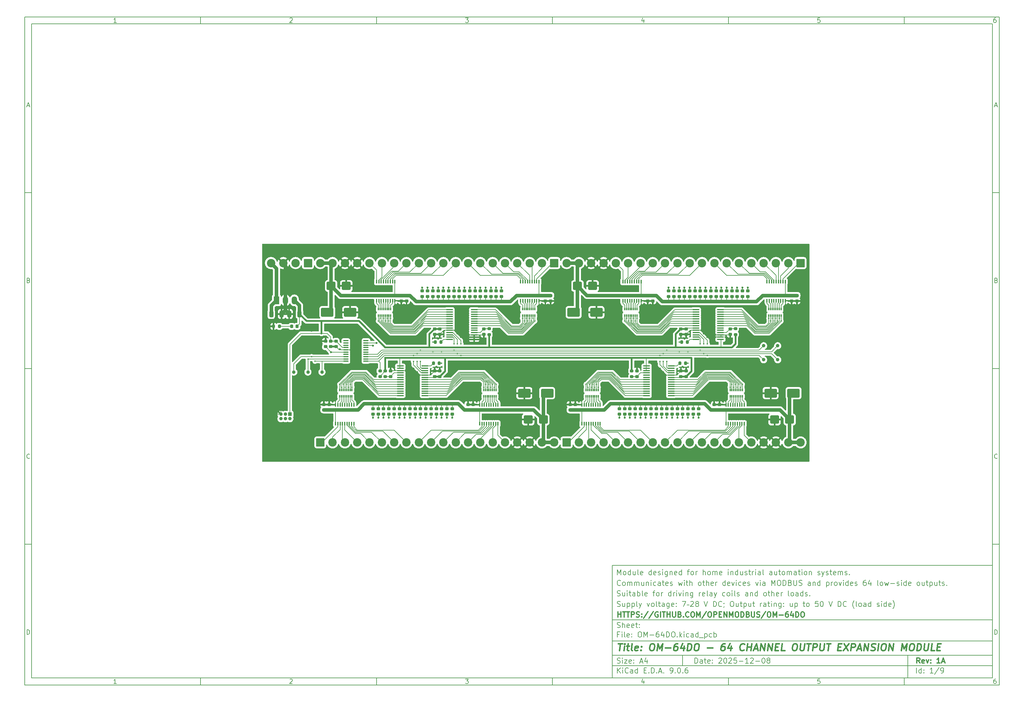
<source format=gbr>
G04 #@! TF.GenerationSoftware,KiCad,Pcbnew,9.0.6*
G04 #@! TF.CreationDate,2025-12-08T16:00:21+01:00*
G04 #@! TF.ProjectId,OM-64DO,4f4d2d36-3444-44f2-9e6b-696361645f70,1A*
G04 #@! TF.SameCoordinates,Original*
G04 #@! TF.FileFunction,Copper,L1,Top*
G04 #@! TF.FilePolarity,Positive*
%FSLAX46Y46*%
G04 Gerber Fmt 4.6, Leading zero omitted, Abs format (unit mm)*
G04 Created by KiCad (PCBNEW 9.0.6) date 2025-12-08 16:00:21*
%MOMM*%
%LPD*%
G01*
G04 APERTURE LIST*
G04 Aperture macros list*
%AMRoundRect*
0 Rectangle with rounded corners*
0 $1 Rounding radius*
0 $2 $3 $4 $5 $6 $7 $8 $9 X,Y pos of 4 corners*
0 Add a 4 corners polygon primitive as box body*
4,1,4,$2,$3,$4,$5,$6,$7,$8,$9,$2,$3,0*
0 Add four circle primitives for the rounded corners*
1,1,$1+$1,$2,$3*
1,1,$1+$1,$4,$5*
1,1,$1+$1,$6,$7*
1,1,$1+$1,$8,$9*
0 Add four rect primitives between the rounded corners*
20,1,$1+$1,$2,$3,$4,$5,0*
20,1,$1+$1,$4,$5,$6,$7,0*
20,1,$1+$1,$6,$7,$8,$9,0*
20,1,$1+$1,$8,$9,$2,$3,0*%
G04 Aperture macros list end*
%ADD10C,0.100000*%
%ADD11C,0.150000*%
%ADD12C,0.300000*%
%ADD13C,0.400000*%
G04 #@! TA.AperFunction,SMDPad,CuDef*
%ADD14RoundRect,0.218750X0.256250X-0.218750X0.256250X0.218750X-0.256250X0.218750X-0.256250X-0.218750X0*%
G04 #@! TD*
G04 #@! TA.AperFunction,SMDPad,CuDef*
%ADD15RoundRect,0.225000X-0.250000X0.225000X-0.250000X-0.225000X0.250000X-0.225000X0.250000X0.225000X0*%
G04 #@! TD*
G04 #@! TA.AperFunction,SMDPad,CuDef*
%ADD16RoundRect,0.218750X-0.256250X0.218750X-0.256250X-0.218750X0.256250X-0.218750X0.256250X0.218750X0*%
G04 #@! TD*
G04 #@! TA.AperFunction,SMDPad,CuDef*
%ADD17R,0.300000X0.800000*%
G04 #@! TD*
G04 #@! TA.AperFunction,SMDPad,CuDef*
%ADD18RoundRect,0.200000X0.200000X0.275000X-0.200000X0.275000X-0.200000X-0.275000X0.200000X-0.275000X0*%
G04 #@! TD*
G04 #@! TA.AperFunction,SMDPad,CuDef*
%ADD19RoundRect,0.225000X0.250000X-0.225000X0.250000X0.225000X-0.250000X0.225000X-0.250000X-0.225000X0*%
G04 #@! TD*
G04 #@! TA.AperFunction,SMDPad,CuDef*
%ADD20C,1.000000*%
G04 #@! TD*
G04 #@! TA.AperFunction,SMDPad,CuDef*
%ADD21R,0.400000X1.000000*%
G04 #@! TD*
G04 #@! TA.AperFunction,SMDPad,CuDef*
%ADD22RoundRect,0.200000X-0.275000X0.200000X-0.275000X-0.200000X0.275000X-0.200000X0.275000X0.200000X0*%
G04 #@! TD*
G04 #@! TA.AperFunction,SMDPad,CuDef*
%ADD23RoundRect,0.250000X-1.000000X-0.900000X1.000000X-0.900000X1.000000X0.900000X-1.000000X0.900000X0*%
G04 #@! TD*
G04 #@! TA.AperFunction,SMDPad,CuDef*
%ADD24RoundRect,0.250000X1.500000X1.000000X-1.500000X1.000000X-1.500000X-1.000000X1.500000X-1.000000X0*%
G04 #@! TD*
G04 #@! TA.AperFunction,ComponentPad*
%ADD25RoundRect,0.250001X0.949999X0.949999X-0.949999X0.949999X-0.949999X-0.949999X0.949999X-0.949999X0*%
G04 #@! TD*
G04 #@! TA.AperFunction,ComponentPad*
%ADD26C,2.400000*%
G04 #@! TD*
G04 #@! TA.AperFunction,SMDPad,CuDef*
%ADD27RoundRect,0.100000X0.850000X0.100000X-0.850000X0.100000X-0.850000X-0.100000X0.850000X-0.100000X0*%
G04 #@! TD*
G04 #@! TA.AperFunction,SMDPad,CuDef*
%ADD28RoundRect,0.250000X-0.325000X-0.650000X0.325000X-0.650000X0.325000X0.650000X-0.325000X0.650000X0*%
G04 #@! TD*
G04 #@! TA.AperFunction,SMDPad,CuDef*
%ADD29RoundRect,0.200000X0.275000X-0.200000X0.275000X0.200000X-0.275000X0.200000X-0.275000X-0.200000X0*%
G04 #@! TD*
G04 #@! TA.AperFunction,SMDPad,CuDef*
%ADD30RoundRect,0.250000X1.000000X0.900000X-1.000000X0.900000X-1.000000X-0.900000X1.000000X-0.900000X0*%
G04 #@! TD*
G04 #@! TA.AperFunction,SMDPad,CuDef*
%ADD31RoundRect,0.100000X-0.850000X-0.100000X0.850000X-0.100000X0.850000X0.100000X-0.850000X0.100000X0*%
G04 #@! TD*
G04 #@! TA.AperFunction,SMDPad,CuDef*
%ADD32RoundRect,0.250000X-1.500000X-1.000000X1.500000X-1.000000X1.500000X1.000000X-1.500000X1.000000X0*%
G04 #@! TD*
G04 #@! TA.AperFunction,SMDPad,CuDef*
%ADD33RoundRect,0.200000X-0.200000X-0.275000X0.200000X-0.275000X0.200000X0.275000X-0.200000X0.275000X0*%
G04 #@! TD*
G04 #@! TA.AperFunction,ComponentPad*
%ADD34R,1.000000X1.000000*%
G04 #@! TD*
G04 #@! TA.AperFunction,ComponentPad*
%ADD35C,1.000000*%
G04 #@! TD*
G04 #@! TA.AperFunction,SMDPad,CuDef*
%ADD36RoundRect,0.100000X-0.637500X-0.100000X0.637500X-0.100000X0.637500X0.100000X-0.637500X0.100000X0*%
G04 #@! TD*
G04 #@! TA.AperFunction,SMDPad,CuDef*
%ADD37RoundRect,0.250000X0.325000X0.650000X-0.325000X0.650000X-0.325000X-0.650000X0.325000X-0.650000X0*%
G04 #@! TD*
G04 #@! TA.AperFunction,ComponentPad*
%ADD38RoundRect,0.250001X-0.949999X-0.949999X0.949999X-0.949999X0.949999X0.949999X-0.949999X0.949999X0*%
G04 #@! TD*
G04 #@! TA.AperFunction,SMDPad,CuDef*
%ADD39RoundRect,0.218750X-0.218750X-0.256250X0.218750X-0.256250X0.218750X0.256250X-0.218750X0.256250X0*%
G04 #@! TD*
G04 #@! TA.AperFunction,ComponentPad*
%ADD40R,1.500000X2.300000*%
G04 #@! TD*
G04 #@! TA.AperFunction,ComponentPad*
%ADD41O,1.500000X2.300000*%
G04 #@! TD*
G04 #@! TA.AperFunction,ViaPad*
%ADD42C,0.600000*%
G04 #@! TD*
G04 #@! TA.AperFunction,ViaPad*
%ADD43C,0.450000*%
G04 #@! TD*
G04 #@! TA.AperFunction,Conductor*
%ADD44C,0.200000*%
G04 #@! TD*
G04 #@! TA.AperFunction,Conductor*
%ADD45C,1.000000*%
G04 #@! TD*
G04 #@! TA.AperFunction,Conductor*
%ADD46C,0.500000*%
G04 #@! TD*
G04 APERTURE END LIST*
D10*
D11*
X177002200Y-166007200D02*
X285002200Y-166007200D01*
X285002200Y-198007200D01*
X177002200Y-198007200D01*
X177002200Y-166007200D01*
D10*
D11*
X10000000Y-10000000D02*
X287002200Y-10000000D01*
X287002200Y-200007200D01*
X10000000Y-200007200D01*
X10000000Y-10000000D01*
D10*
D11*
X12000000Y-12000000D02*
X285002200Y-12000000D01*
X285002200Y-198007200D01*
X12000000Y-198007200D01*
X12000000Y-12000000D01*
D10*
D11*
X60000000Y-12000000D02*
X60000000Y-10000000D01*
D10*
D11*
X110000000Y-12000000D02*
X110000000Y-10000000D01*
D10*
D11*
X160000000Y-12000000D02*
X160000000Y-10000000D01*
D10*
D11*
X210000000Y-12000000D02*
X210000000Y-10000000D01*
D10*
D11*
X260000000Y-12000000D02*
X260000000Y-10000000D01*
D10*
D11*
X36089160Y-11593604D02*
X35346303Y-11593604D01*
X35717731Y-11593604D02*
X35717731Y-10293604D01*
X35717731Y-10293604D02*
X35593922Y-10479319D01*
X35593922Y-10479319D02*
X35470112Y-10603128D01*
X35470112Y-10603128D02*
X35346303Y-10665033D01*
D10*
D11*
X85346303Y-10417414D02*
X85408207Y-10355509D01*
X85408207Y-10355509D02*
X85532017Y-10293604D01*
X85532017Y-10293604D02*
X85841541Y-10293604D01*
X85841541Y-10293604D02*
X85965350Y-10355509D01*
X85965350Y-10355509D02*
X86027255Y-10417414D01*
X86027255Y-10417414D02*
X86089160Y-10541223D01*
X86089160Y-10541223D02*
X86089160Y-10665033D01*
X86089160Y-10665033D02*
X86027255Y-10850747D01*
X86027255Y-10850747D02*
X85284398Y-11593604D01*
X85284398Y-11593604D02*
X86089160Y-11593604D01*
D10*
D11*
X135284398Y-10293604D02*
X136089160Y-10293604D01*
X136089160Y-10293604D02*
X135655826Y-10788842D01*
X135655826Y-10788842D02*
X135841541Y-10788842D01*
X135841541Y-10788842D02*
X135965350Y-10850747D01*
X135965350Y-10850747D02*
X136027255Y-10912652D01*
X136027255Y-10912652D02*
X136089160Y-11036461D01*
X136089160Y-11036461D02*
X136089160Y-11345985D01*
X136089160Y-11345985D02*
X136027255Y-11469795D01*
X136027255Y-11469795D02*
X135965350Y-11531700D01*
X135965350Y-11531700D02*
X135841541Y-11593604D01*
X135841541Y-11593604D02*
X135470112Y-11593604D01*
X135470112Y-11593604D02*
X135346303Y-11531700D01*
X135346303Y-11531700D02*
X135284398Y-11469795D01*
D10*
D11*
X185965350Y-10726938D02*
X185965350Y-11593604D01*
X185655826Y-10231700D02*
X185346303Y-11160271D01*
X185346303Y-11160271D02*
X186151064Y-11160271D01*
D10*
D11*
X236027255Y-10293604D02*
X235408207Y-10293604D01*
X235408207Y-10293604D02*
X235346303Y-10912652D01*
X235346303Y-10912652D02*
X235408207Y-10850747D01*
X235408207Y-10850747D02*
X235532017Y-10788842D01*
X235532017Y-10788842D02*
X235841541Y-10788842D01*
X235841541Y-10788842D02*
X235965350Y-10850747D01*
X235965350Y-10850747D02*
X236027255Y-10912652D01*
X236027255Y-10912652D02*
X236089160Y-11036461D01*
X236089160Y-11036461D02*
X236089160Y-11345985D01*
X236089160Y-11345985D02*
X236027255Y-11469795D01*
X236027255Y-11469795D02*
X235965350Y-11531700D01*
X235965350Y-11531700D02*
X235841541Y-11593604D01*
X235841541Y-11593604D02*
X235532017Y-11593604D01*
X235532017Y-11593604D02*
X235408207Y-11531700D01*
X235408207Y-11531700D02*
X235346303Y-11469795D01*
D10*
D11*
X285965350Y-10293604D02*
X285717731Y-10293604D01*
X285717731Y-10293604D02*
X285593922Y-10355509D01*
X285593922Y-10355509D02*
X285532017Y-10417414D01*
X285532017Y-10417414D02*
X285408207Y-10603128D01*
X285408207Y-10603128D02*
X285346303Y-10850747D01*
X285346303Y-10850747D02*
X285346303Y-11345985D01*
X285346303Y-11345985D02*
X285408207Y-11469795D01*
X285408207Y-11469795D02*
X285470112Y-11531700D01*
X285470112Y-11531700D02*
X285593922Y-11593604D01*
X285593922Y-11593604D02*
X285841541Y-11593604D01*
X285841541Y-11593604D02*
X285965350Y-11531700D01*
X285965350Y-11531700D02*
X286027255Y-11469795D01*
X286027255Y-11469795D02*
X286089160Y-11345985D01*
X286089160Y-11345985D02*
X286089160Y-11036461D01*
X286089160Y-11036461D02*
X286027255Y-10912652D01*
X286027255Y-10912652D02*
X285965350Y-10850747D01*
X285965350Y-10850747D02*
X285841541Y-10788842D01*
X285841541Y-10788842D02*
X285593922Y-10788842D01*
X285593922Y-10788842D02*
X285470112Y-10850747D01*
X285470112Y-10850747D02*
X285408207Y-10912652D01*
X285408207Y-10912652D02*
X285346303Y-11036461D01*
D10*
D11*
X60000000Y-198007200D02*
X60000000Y-200007200D01*
D10*
D11*
X110000000Y-198007200D02*
X110000000Y-200007200D01*
D10*
D11*
X160000000Y-198007200D02*
X160000000Y-200007200D01*
D10*
D11*
X210000000Y-198007200D02*
X210000000Y-200007200D01*
D10*
D11*
X260000000Y-198007200D02*
X260000000Y-200007200D01*
D10*
D11*
X36089160Y-199600804D02*
X35346303Y-199600804D01*
X35717731Y-199600804D02*
X35717731Y-198300804D01*
X35717731Y-198300804D02*
X35593922Y-198486519D01*
X35593922Y-198486519D02*
X35470112Y-198610328D01*
X35470112Y-198610328D02*
X35346303Y-198672233D01*
D10*
D11*
X85346303Y-198424614D02*
X85408207Y-198362709D01*
X85408207Y-198362709D02*
X85532017Y-198300804D01*
X85532017Y-198300804D02*
X85841541Y-198300804D01*
X85841541Y-198300804D02*
X85965350Y-198362709D01*
X85965350Y-198362709D02*
X86027255Y-198424614D01*
X86027255Y-198424614D02*
X86089160Y-198548423D01*
X86089160Y-198548423D02*
X86089160Y-198672233D01*
X86089160Y-198672233D02*
X86027255Y-198857947D01*
X86027255Y-198857947D02*
X85284398Y-199600804D01*
X85284398Y-199600804D02*
X86089160Y-199600804D01*
D10*
D11*
X135284398Y-198300804D02*
X136089160Y-198300804D01*
X136089160Y-198300804D02*
X135655826Y-198796042D01*
X135655826Y-198796042D02*
X135841541Y-198796042D01*
X135841541Y-198796042D02*
X135965350Y-198857947D01*
X135965350Y-198857947D02*
X136027255Y-198919852D01*
X136027255Y-198919852D02*
X136089160Y-199043661D01*
X136089160Y-199043661D02*
X136089160Y-199353185D01*
X136089160Y-199353185D02*
X136027255Y-199476995D01*
X136027255Y-199476995D02*
X135965350Y-199538900D01*
X135965350Y-199538900D02*
X135841541Y-199600804D01*
X135841541Y-199600804D02*
X135470112Y-199600804D01*
X135470112Y-199600804D02*
X135346303Y-199538900D01*
X135346303Y-199538900D02*
X135284398Y-199476995D01*
D10*
D11*
X185965350Y-198734138D02*
X185965350Y-199600804D01*
X185655826Y-198238900D02*
X185346303Y-199167471D01*
X185346303Y-199167471D02*
X186151064Y-199167471D01*
D10*
D11*
X236027255Y-198300804D02*
X235408207Y-198300804D01*
X235408207Y-198300804D02*
X235346303Y-198919852D01*
X235346303Y-198919852D02*
X235408207Y-198857947D01*
X235408207Y-198857947D02*
X235532017Y-198796042D01*
X235532017Y-198796042D02*
X235841541Y-198796042D01*
X235841541Y-198796042D02*
X235965350Y-198857947D01*
X235965350Y-198857947D02*
X236027255Y-198919852D01*
X236027255Y-198919852D02*
X236089160Y-199043661D01*
X236089160Y-199043661D02*
X236089160Y-199353185D01*
X236089160Y-199353185D02*
X236027255Y-199476995D01*
X236027255Y-199476995D02*
X235965350Y-199538900D01*
X235965350Y-199538900D02*
X235841541Y-199600804D01*
X235841541Y-199600804D02*
X235532017Y-199600804D01*
X235532017Y-199600804D02*
X235408207Y-199538900D01*
X235408207Y-199538900D02*
X235346303Y-199476995D01*
D10*
D11*
X285965350Y-198300804D02*
X285717731Y-198300804D01*
X285717731Y-198300804D02*
X285593922Y-198362709D01*
X285593922Y-198362709D02*
X285532017Y-198424614D01*
X285532017Y-198424614D02*
X285408207Y-198610328D01*
X285408207Y-198610328D02*
X285346303Y-198857947D01*
X285346303Y-198857947D02*
X285346303Y-199353185D01*
X285346303Y-199353185D02*
X285408207Y-199476995D01*
X285408207Y-199476995D02*
X285470112Y-199538900D01*
X285470112Y-199538900D02*
X285593922Y-199600804D01*
X285593922Y-199600804D02*
X285841541Y-199600804D01*
X285841541Y-199600804D02*
X285965350Y-199538900D01*
X285965350Y-199538900D02*
X286027255Y-199476995D01*
X286027255Y-199476995D02*
X286089160Y-199353185D01*
X286089160Y-199353185D02*
X286089160Y-199043661D01*
X286089160Y-199043661D02*
X286027255Y-198919852D01*
X286027255Y-198919852D02*
X285965350Y-198857947D01*
X285965350Y-198857947D02*
X285841541Y-198796042D01*
X285841541Y-198796042D02*
X285593922Y-198796042D01*
X285593922Y-198796042D02*
X285470112Y-198857947D01*
X285470112Y-198857947D02*
X285408207Y-198919852D01*
X285408207Y-198919852D02*
X285346303Y-199043661D01*
D10*
D11*
X10000000Y-60000000D02*
X12000000Y-60000000D01*
D10*
D11*
X10000000Y-110000000D02*
X12000000Y-110000000D01*
D10*
D11*
X10000000Y-160000000D02*
X12000000Y-160000000D01*
D10*
D11*
X10690476Y-35222176D02*
X11309523Y-35222176D01*
X10566666Y-35593604D02*
X10999999Y-34293604D01*
X10999999Y-34293604D02*
X11433333Y-35593604D01*
D10*
D11*
X11092857Y-84912652D02*
X11278571Y-84974557D01*
X11278571Y-84974557D02*
X11340476Y-85036461D01*
X11340476Y-85036461D02*
X11402380Y-85160271D01*
X11402380Y-85160271D02*
X11402380Y-85345985D01*
X11402380Y-85345985D02*
X11340476Y-85469795D01*
X11340476Y-85469795D02*
X11278571Y-85531700D01*
X11278571Y-85531700D02*
X11154761Y-85593604D01*
X11154761Y-85593604D02*
X10659523Y-85593604D01*
X10659523Y-85593604D02*
X10659523Y-84293604D01*
X10659523Y-84293604D02*
X11092857Y-84293604D01*
X11092857Y-84293604D02*
X11216666Y-84355509D01*
X11216666Y-84355509D02*
X11278571Y-84417414D01*
X11278571Y-84417414D02*
X11340476Y-84541223D01*
X11340476Y-84541223D02*
X11340476Y-84665033D01*
X11340476Y-84665033D02*
X11278571Y-84788842D01*
X11278571Y-84788842D02*
X11216666Y-84850747D01*
X11216666Y-84850747D02*
X11092857Y-84912652D01*
X11092857Y-84912652D02*
X10659523Y-84912652D01*
D10*
D11*
X11402380Y-135469795D02*
X11340476Y-135531700D01*
X11340476Y-135531700D02*
X11154761Y-135593604D01*
X11154761Y-135593604D02*
X11030952Y-135593604D01*
X11030952Y-135593604D02*
X10845238Y-135531700D01*
X10845238Y-135531700D02*
X10721428Y-135407890D01*
X10721428Y-135407890D02*
X10659523Y-135284080D01*
X10659523Y-135284080D02*
X10597619Y-135036461D01*
X10597619Y-135036461D02*
X10597619Y-134850747D01*
X10597619Y-134850747D02*
X10659523Y-134603128D01*
X10659523Y-134603128D02*
X10721428Y-134479319D01*
X10721428Y-134479319D02*
X10845238Y-134355509D01*
X10845238Y-134355509D02*
X11030952Y-134293604D01*
X11030952Y-134293604D02*
X11154761Y-134293604D01*
X11154761Y-134293604D02*
X11340476Y-134355509D01*
X11340476Y-134355509D02*
X11402380Y-134417414D01*
D10*
D11*
X10659523Y-185593604D02*
X10659523Y-184293604D01*
X10659523Y-184293604D02*
X10969047Y-184293604D01*
X10969047Y-184293604D02*
X11154761Y-184355509D01*
X11154761Y-184355509D02*
X11278571Y-184479319D01*
X11278571Y-184479319D02*
X11340476Y-184603128D01*
X11340476Y-184603128D02*
X11402380Y-184850747D01*
X11402380Y-184850747D02*
X11402380Y-185036461D01*
X11402380Y-185036461D02*
X11340476Y-185284080D01*
X11340476Y-185284080D02*
X11278571Y-185407890D01*
X11278571Y-185407890D02*
X11154761Y-185531700D01*
X11154761Y-185531700D02*
X10969047Y-185593604D01*
X10969047Y-185593604D02*
X10659523Y-185593604D01*
D10*
D11*
X287002200Y-60000000D02*
X285002200Y-60000000D01*
D10*
D11*
X287002200Y-110000000D02*
X285002200Y-110000000D01*
D10*
D11*
X287002200Y-160000000D02*
X285002200Y-160000000D01*
D10*
D11*
X285692676Y-35222176D02*
X286311723Y-35222176D01*
X285568866Y-35593604D02*
X286002199Y-34293604D01*
X286002199Y-34293604D02*
X286435533Y-35593604D01*
D10*
D11*
X286095057Y-84912652D02*
X286280771Y-84974557D01*
X286280771Y-84974557D02*
X286342676Y-85036461D01*
X286342676Y-85036461D02*
X286404580Y-85160271D01*
X286404580Y-85160271D02*
X286404580Y-85345985D01*
X286404580Y-85345985D02*
X286342676Y-85469795D01*
X286342676Y-85469795D02*
X286280771Y-85531700D01*
X286280771Y-85531700D02*
X286156961Y-85593604D01*
X286156961Y-85593604D02*
X285661723Y-85593604D01*
X285661723Y-85593604D02*
X285661723Y-84293604D01*
X285661723Y-84293604D02*
X286095057Y-84293604D01*
X286095057Y-84293604D02*
X286218866Y-84355509D01*
X286218866Y-84355509D02*
X286280771Y-84417414D01*
X286280771Y-84417414D02*
X286342676Y-84541223D01*
X286342676Y-84541223D02*
X286342676Y-84665033D01*
X286342676Y-84665033D02*
X286280771Y-84788842D01*
X286280771Y-84788842D02*
X286218866Y-84850747D01*
X286218866Y-84850747D02*
X286095057Y-84912652D01*
X286095057Y-84912652D02*
X285661723Y-84912652D01*
D10*
D11*
X286404580Y-135469795D02*
X286342676Y-135531700D01*
X286342676Y-135531700D02*
X286156961Y-135593604D01*
X286156961Y-135593604D02*
X286033152Y-135593604D01*
X286033152Y-135593604D02*
X285847438Y-135531700D01*
X285847438Y-135531700D02*
X285723628Y-135407890D01*
X285723628Y-135407890D02*
X285661723Y-135284080D01*
X285661723Y-135284080D02*
X285599819Y-135036461D01*
X285599819Y-135036461D02*
X285599819Y-134850747D01*
X285599819Y-134850747D02*
X285661723Y-134603128D01*
X285661723Y-134603128D02*
X285723628Y-134479319D01*
X285723628Y-134479319D02*
X285847438Y-134355509D01*
X285847438Y-134355509D02*
X286033152Y-134293604D01*
X286033152Y-134293604D02*
X286156961Y-134293604D01*
X286156961Y-134293604D02*
X286342676Y-134355509D01*
X286342676Y-134355509D02*
X286404580Y-134417414D01*
D10*
D11*
X285661723Y-185593604D02*
X285661723Y-184293604D01*
X285661723Y-184293604D02*
X285971247Y-184293604D01*
X285971247Y-184293604D02*
X286156961Y-184355509D01*
X286156961Y-184355509D02*
X286280771Y-184479319D01*
X286280771Y-184479319D02*
X286342676Y-184603128D01*
X286342676Y-184603128D02*
X286404580Y-184850747D01*
X286404580Y-184850747D02*
X286404580Y-185036461D01*
X286404580Y-185036461D02*
X286342676Y-185284080D01*
X286342676Y-185284080D02*
X286280771Y-185407890D01*
X286280771Y-185407890D02*
X286156961Y-185531700D01*
X286156961Y-185531700D02*
X285971247Y-185593604D01*
X285971247Y-185593604D02*
X285661723Y-185593604D01*
D10*
D11*
X200458026Y-193793328D02*
X200458026Y-192293328D01*
X200458026Y-192293328D02*
X200815169Y-192293328D01*
X200815169Y-192293328D02*
X201029455Y-192364757D01*
X201029455Y-192364757D02*
X201172312Y-192507614D01*
X201172312Y-192507614D02*
X201243741Y-192650471D01*
X201243741Y-192650471D02*
X201315169Y-192936185D01*
X201315169Y-192936185D02*
X201315169Y-193150471D01*
X201315169Y-193150471D02*
X201243741Y-193436185D01*
X201243741Y-193436185D02*
X201172312Y-193579042D01*
X201172312Y-193579042D02*
X201029455Y-193721900D01*
X201029455Y-193721900D02*
X200815169Y-193793328D01*
X200815169Y-193793328D02*
X200458026Y-193793328D01*
X202600884Y-193793328D02*
X202600884Y-193007614D01*
X202600884Y-193007614D02*
X202529455Y-192864757D01*
X202529455Y-192864757D02*
X202386598Y-192793328D01*
X202386598Y-192793328D02*
X202100884Y-192793328D01*
X202100884Y-192793328D02*
X201958026Y-192864757D01*
X202600884Y-193721900D02*
X202458026Y-193793328D01*
X202458026Y-193793328D02*
X202100884Y-193793328D01*
X202100884Y-193793328D02*
X201958026Y-193721900D01*
X201958026Y-193721900D02*
X201886598Y-193579042D01*
X201886598Y-193579042D02*
X201886598Y-193436185D01*
X201886598Y-193436185D02*
X201958026Y-193293328D01*
X201958026Y-193293328D02*
X202100884Y-193221900D01*
X202100884Y-193221900D02*
X202458026Y-193221900D01*
X202458026Y-193221900D02*
X202600884Y-193150471D01*
X203100884Y-192793328D02*
X203672312Y-192793328D01*
X203315169Y-192293328D02*
X203315169Y-193579042D01*
X203315169Y-193579042D02*
X203386598Y-193721900D01*
X203386598Y-193721900D02*
X203529455Y-193793328D01*
X203529455Y-193793328D02*
X203672312Y-193793328D01*
X204743741Y-193721900D02*
X204600884Y-193793328D01*
X204600884Y-193793328D02*
X204315170Y-193793328D01*
X204315170Y-193793328D02*
X204172312Y-193721900D01*
X204172312Y-193721900D02*
X204100884Y-193579042D01*
X204100884Y-193579042D02*
X204100884Y-193007614D01*
X204100884Y-193007614D02*
X204172312Y-192864757D01*
X204172312Y-192864757D02*
X204315170Y-192793328D01*
X204315170Y-192793328D02*
X204600884Y-192793328D01*
X204600884Y-192793328D02*
X204743741Y-192864757D01*
X204743741Y-192864757D02*
X204815170Y-193007614D01*
X204815170Y-193007614D02*
X204815170Y-193150471D01*
X204815170Y-193150471D02*
X204100884Y-193293328D01*
X205458026Y-193650471D02*
X205529455Y-193721900D01*
X205529455Y-193721900D02*
X205458026Y-193793328D01*
X205458026Y-193793328D02*
X205386598Y-193721900D01*
X205386598Y-193721900D02*
X205458026Y-193650471D01*
X205458026Y-193650471D02*
X205458026Y-193793328D01*
X205458026Y-192864757D02*
X205529455Y-192936185D01*
X205529455Y-192936185D02*
X205458026Y-193007614D01*
X205458026Y-193007614D02*
X205386598Y-192936185D01*
X205386598Y-192936185D02*
X205458026Y-192864757D01*
X205458026Y-192864757D02*
X205458026Y-193007614D01*
X207243741Y-192436185D02*
X207315169Y-192364757D01*
X207315169Y-192364757D02*
X207458027Y-192293328D01*
X207458027Y-192293328D02*
X207815169Y-192293328D01*
X207815169Y-192293328D02*
X207958027Y-192364757D01*
X207958027Y-192364757D02*
X208029455Y-192436185D01*
X208029455Y-192436185D02*
X208100884Y-192579042D01*
X208100884Y-192579042D02*
X208100884Y-192721900D01*
X208100884Y-192721900D02*
X208029455Y-192936185D01*
X208029455Y-192936185D02*
X207172312Y-193793328D01*
X207172312Y-193793328D02*
X208100884Y-193793328D01*
X209029455Y-192293328D02*
X209172312Y-192293328D01*
X209172312Y-192293328D02*
X209315169Y-192364757D01*
X209315169Y-192364757D02*
X209386598Y-192436185D01*
X209386598Y-192436185D02*
X209458026Y-192579042D01*
X209458026Y-192579042D02*
X209529455Y-192864757D01*
X209529455Y-192864757D02*
X209529455Y-193221900D01*
X209529455Y-193221900D02*
X209458026Y-193507614D01*
X209458026Y-193507614D02*
X209386598Y-193650471D01*
X209386598Y-193650471D02*
X209315169Y-193721900D01*
X209315169Y-193721900D02*
X209172312Y-193793328D01*
X209172312Y-193793328D02*
X209029455Y-193793328D01*
X209029455Y-193793328D02*
X208886598Y-193721900D01*
X208886598Y-193721900D02*
X208815169Y-193650471D01*
X208815169Y-193650471D02*
X208743740Y-193507614D01*
X208743740Y-193507614D02*
X208672312Y-193221900D01*
X208672312Y-193221900D02*
X208672312Y-192864757D01*
X208672312Y-192864757D02*
X208743740Y-192579042D01*
X208743740Y-192579042D02*
X208815169Y-192436185D01*
X208815169Y-192436185D02*
X208886598Y-192364757D01*
X208886598Y-192364757D02*
X209029455Y-192293328D01*
X210100883Y-192436185D02*
X210172311Y-192364757D01*
X210172311Y-192364757D02*
X210315169Y-192293328D01*
X210315169Y-192293328D02*
X210672311Y-192293328D01*
X210672311Y-192293328D02*
X210815169Y-192364757D01*
X210815169Y-192364757D02*
X210886597Y-192436185D01*
X210886597Y-192436185D02*
X210958026Y-192579042D01*
X210958026Y-192579042D02*
X210958026Y-192721900D01*
X210958026Y-192721900D02*
X210886597Y-192936185D01*
X210886597Y-192936185D02*
X210029454Y-193793328D01*
X210029454Y-193793328D02*
X210958026Y-193793328D01*
X212315168Y-192293328D02*
X211600882Y-192293328D01*
X211600882Y-192293328D02*
X211529454Y-193007614D01*
X211529454Y-193007614D02*
X211600882Y-192936185D01*
X211600882Y-192936185D02*
X211743740Y-192864757D01*
X211743740Y-192864757D02*
X212100882Y-192864757D01*
X212100882Y-192864757D02*
X212243740Y-192936185D01*
X212243740Y-192936185D02*
X212315168Y-193007614D01*
X212315168Y-193007614D02*
X212386597Y-193150471D01*
X212386597Y-193150471D02*
X212386597Y-193507614D01*
X212386597Y-193507614D02*
X212315168Y-193650471D01*
X212315168Y-193650471D02*
X212243740Y-193721900D01*
X212243740Y-193721900D02*
X212100882Y-193793328D01*
X212100882Y-193793328D02*
X211743740Y-193793328D01*
X211743740Y-193793328D02*
X211600882Y-193721900D01*
X211600882Y-193721900D02*
X211529454Y-193650471D01*
X213029453Y-193221900D02*
X214172311Y-193221900D01*
X215672311Y-193793328D02*
X214815168Y-193793328D01*
X215243739Y-193793328D02*
X215243739Y-192293328D01*
X215243739Y-192293328D02*
X215100882Y-192507614D01*
X215100882Y-192507614D02*
X214958025Y-192650471D01*
X214958025Y-192650471D02*
X214815168Y-192721900D01*
X216243739Y-192436185D02*
X216315167Y-192364757D01*
X216315167Y-192364757D02*
X216458025Y-192293328D01*
X216458025Y-192293328D02*
X216815167Y-192293328D01*
X216815167Y-192293328D02*
X216958025Y-192364757D01*
X216958025Y-192364757D02*
X217029453Y-192436185D01*
X217029453Y-192436185D02*
X217100882Y-192579042D01*
X217100882Y-192579042D02*
X217100882Y-192721900D01*
X217100882Y-192721900D02*
X217029453Y-192936185D01*
X217029453Y-192936185D02*
X216172310Y-193793328D01*
X216172310Y-193793328D02*
X217100882Y-193793328D01*
X217743738Y-193221900D02*
X218886596Y-193221900D01*
X219886596Y-192293328D02*
X220029453Y-192293328D01*
X220029453Y-192293328D02*
X220172310Y-192364757D01*
X220172310Y-192364757D02*
X220243739Y-192436185D01*
X220243739Y-192436185D02*
X220315167Y-192579042D01*
X220315167Y-192579042D02*
X220386596Y-192864757D01*
X220386596Y-192864757D02*
X220386596Y-193221900D01*
X220386596Y-193221900D02*
X220315167Y-193507614D01*
X220315167Y-193507614D02*
X220243739Y-193650471D01*
X220243739Y-193650471D02*
X220172310Y-193721900D01*
X220172310Y-193721900D02*
X220029453Y-193793328D01*
X220029453Y-193793328D02*
X219886596Y-193793328D01*
X219886596Y-193793328D02*
X219743739Y-193721900D01*
X219743739Y-193721900D02*
X219672310Y-193650471D01*
X219672310Y-193650471D02*
X219600881Y-193507614D01*
X219600881Y-193507614D02*
X219529453Y-193221900D01*
X219529453Y-193221900D02*
X219529453Y-192864757D01*
X219529453Y-192864757D02*
X219600881Y-192579042D01*
X219600881Y-192579042D02*
X219672310Y-192436185D01*
X219672310Y-192436185D02*
X219743739Y-192364757D01*
X219743739Y-192364757D02*
X219886596Y-192293328D01*
X221243738Y-192936185D02*
X221100881Y-192864757D01*
X221100881Y-192864757D02*
X221029452Y-192793328D01*
X221029452Y-192793328D02*
X220958024Y-192650471D01*
X220958024Y-192650471D02*
X220958024Y-192579042D01*
X220958024Y-192579042D02*
X221029452Y-192436185D01*
X221029452Y-192436185D02*
X221100881Y-192364757D01*
X221100881Y-192364757D02*
X221243738Y-192293328D01*
X221243738Y-192293328D02*
X221529452Y-192293328D01*
X221529452Y-192293328D02*
X221672310Y-192364757D01*
X221672310Y-192364757D02*
X221743738Y-192436185D01*
X221743738Y-192436185D02*
X221815167Y-192579042D01*
X221815167Y-192579042D02*
X221815167Y-192650471D01*
X221815167Y-192650471D02*
X221743738Y-192793328D01*
X221743738Y-192793328D02*
X221672310Y-192864757D01*
X221672310Y-192864757D02*
X221529452Y-192936185D01*
X221529452Y-192936185D02*
X221243738Y-192936185D01*
X221243738Y-192936185D02*
X221100881Y-193007614D01*
X221100881Y-193007614D02*
X221029452Y-193079042D01*
X221029452Y-193079042D02*
X220958024Y-193221900D01*
X220958024Y-193221900D02*
X220958024Y-193507614D01*
X220958024Y-193507614D02*
X221029452Y-193650471D01*
X221029452Y-193650471D02*
X221100881Y-193721900D01*
X221100881Y-193721900D02*
X221243738Y-193793328D01*
X221243738Y-193793328D02*
X221529452Y-193793328D01*
X221529452Y-193793328D02*
X221672310Y-193721900D01*
X221672310Y-193721900D02*
X221743738Y-193650471D01*
X221743738Y-193650471D02*
X221815167Y-193507614D01*
X221815167Y-193507614D02*
X221815167Y-193221900D01*
X221815167Y-193221900D02*
X221743738Y-193079042D01*
X221743738Y-193079042D02*
X221672310Y-193007614D01*
X221672310Y-193007614D02*
X221529452Y-192936185D01*
D10*
D11*
X177002200Y-194507200D02*
X285002200Y-194507200D01*
D10*
D11*
X178458026Y-196593328D02*
X178458026Y-195093328D01*
X179315169Y-196593328D02*
X178672312Y-195736185D01*
X179315169Y-195093328D02*
X178458026Y-195950471D01*
X179958026Y-196593328D02*
X179958026Y-195593328D01*
X179958026Y-195093328D02*
X179886598Y-195164757D01*
X179886598Y-195164757D02*
X179958026Y-195236185D01*
X179958026Y-195236185D02*
X180029455Y-195164757D01*
X180029455Y-195164757D02*
X179958026Y-195093328D01*
X179958026Y-195093328D02*
X179958026Y-195236185D01*
X181529455Y-196450471D02*
X181458027Y-196521900D01*
X181458027Y-196521900D02*
X181243741Y-196593328D01*
X181243741Y-196593328D02*
X181100884Y-196593328D01*
X181100884Y-196593328D02*
X180886598Y-196521900D01*
X180886598Y-196521900D02*
X180743741Y-196379042D01*
X180743741Y-196379042D02*
X180672312Y-196236185D01*
X180672312Y-196236185D02*
X180600884Y-195950471D01*
X180600884Y-195950471D02*
X180600884Y-195736185D01*
X180600884Y-195736185D02*
X180672312Y-195450471D01*
X180672312Y-195450471D02*
X180743741Y-195307614D01*
X180743741Y-195307614D02*
X180886598Y-195164757D01*
X180886598Y-195164757D02*
X181100884Y-195093328D01*
X181100884Y-195093328D02*
X181243741Y-195093328D01*
X181243741Y-195093328D02*
X181458027Y-195164757D01*
X181458027Y-195164757D02*
X181529455Y-195236185D01*
X182815170Y-196593328D02*
X182815170Y-195807614D01*
X182815170Y-195807614D02*
X182743741Y-195664757D01*
X182743741Y-195664757D02*
X182600884Y-195593328D01*
X182600884Y-195593328D02*
X182315170Y-195593328D01*
X182315170Y-195593328D02*
X182172312Y-195664757D01*
X182815170Y-196521900D02*
X182672312Y-196593328D01*
X182672312Y-196593328D02*
X182315170Y-196593328D01*
X182315170Y-196593328D02*
X182172312Y-196521900D01*
X182172312Y-196521900D02*
X182100884Y-196379042D01*
X182100884Y-196379042D02*
X182100884Y-196236185D01*
X182100884Y-196236185D02*
X182172312Y-196093328D01*
X182172312Y-196093328D02*
X182315170Y-196021900D01*
X182315170Y-196021900D02*
X182672312Y-196021900D01*
X182672312Y-196021900D02*
X182815170Y-195950471D01*
X184172313Y-196593328D02*
X184172313Y-195093328D01*
X184172313Y-196521900D02*
X184029455Y-196593328D01*
X184029455Y-196593328D02*
X183743741Y-196593328D01*
X183743741Y-196593328D02*
X183600884Y-196521900D01*
X183600884Y-196521900D02*
X183529455Y-196450471D01*
X183529455Y-196450471D02*
X183458027Y-196307614D01*
X183458027Y-196307614D02*
X183458027Y-195879042D01*
X183458027Y-195879042D02*
X183529455Y-195736185D01*
X183529455Y-195736185D02*
X183600884Y-195664757D01*
X183600884Y-195664757D02*
X183743741Y-195593328D01*
X183743741Y-195593328D02*
X184029455Y-195593328D01*
X184029455Y-195593328D02*
X184172313Y-195664757D01*
X186029455Y-195807614D02*
X186529455Y-195807614D01*
X186743741Y-196593328D02*
X186029455Y-196593328D01*
X186029455Y-196593328D02*
X186029455Y-195093328D01*
X186029455Y-195093328D02*
X186743741Y-195093328D01*
X187386598Y-196450471D02*
X187458027Y-196521900D01*
X187458027Y-196521900D02*
X187386598Y-196593328D01*
X187386598Y-196593328D02*
X187315170Y-196521900D01*
X187315170Y-196521900D02*
X187386598Y-196450471D01*
X187386598Y-196450471D02*
X187386598Y-196593328D01*
X188100884Y-196593328D02*
X188100884Y-195093328D01*
X188100884Y-195093328D02*
X188458027Y-195093328D01*
X188458027Y-195093328D02*
X188672313Y-195164757D01*
X188672313Y-195164757D02*
X188815170Y-195307614D01*
X188815170Y-195307614D02*
X188886599Y-195450471D01*
X188886599Y-195450471D02*
X188958027Y-195736185D01*
X188958027Y-195736185D02*
X188958027Y-195950471D01*
X188958027Y-195950471D02*
X188886599Y-196236185D01*
X188886599Y-196236185D02*
X188815170Y-196379042D01*
X188815170Y-196379042D02*
X188672313Y-196521900D01*
X188672313Y-196521900D02*
X188458027Y-196593328D01*
X188458027Y-196593328D02*
X188100884Y-196593328D01*
X189600884Y-196450471D02*
X189672313Y-196521900D01*
X189672313Y-196521900D02*
X189600884Y-196593328D01*
X189600884Y-196593328D02*
X189529456Y-196521900D01*
X189529456Y-196521900D02*
X189600884Y-196450471D01*
X189600884Y-196450471D02*
X189600884Y-196593328D01*
X190243742Y-196164757D02*
X190958028Y-196164757D01*
X190100885Y-196593328D02*
X190600885Y-195093328D01*
X190600885Y-195093328D02*
X191100885Y-196593328D01*
X191600884Y-196450471D02*
X191672313Y-196521900D01*
X191672313Y-196521900D02*
X191600884Y-196593328D01*
X191600884Y-196593328D02*
X191529456Y-196521900D01*
X191529456Y-196521900D02*
X191600884Y-196450471D01*
X191600884Y-196450471D02*
X191600884Y-196593328D01*
X193529456Y-196593328D02*
X193815170Y-196593328D01*
X193815170Y-196593328D02*
X193958027Y-196521900D01*
X193958027Y-196521900D02*
X194029456Y-196450471D01*
X194029456Y-196450471D02*
X194172313Y-196236185D01*
X194172313Y-196236185D02*
X194243742Y-195950471D01*
X194243742Y-195950471D02*
X194243742Y-195379042D01*
X194243742Y-195379042D02*
X194172313Y-195236185D01*
X194172313Y-195236185D02*
X194100885Y-195164757D01*
X194100885Y-195164757D02*
X193958027Y-195093328D01*
X193958027Y-195093328D02*
X193672313Y-195093328D01*
X193672313Y-195093328D02*
X193529456Y-195164757D01*
X193529456Y-195164757D02*
X193458027Y-195236185D01*
X193458027Y-195236185D02*
X193386599Y-195379042D01*
X193386599Y-195379042D02*
X193386599Y-195736185D01*
X193386599Y-195736185D02*
X193458027Y-195879042D01*
X193458027Y-195879042D02*
X193529456Y-195950471D01*
X193529456Y-195950471D02*
X193672313Y-196021900D01*
X193672313Y-196021900D02*
X193958027Y-196021900D01*
X193958027Y-196021900D02*
X194100885Y-195950471D01*
X194100885Y-195950471D02*
X194172313Y-195879042D01*
X194172313Y-195879042D02*
X194243742Y-195736185D01*
X194886598Y-196450471D02*
X194958027Y-196521900D01*
X194958027Y-196521900D02*
X194886598Y-196593328D01*
X194886598Y-196593328D02*
X194815170Y-196521900D01*
X194815170Y-196521900D02*
X194886598Y-196450471D01*
X194886598Y-196450471D02*
X194886598Y-196593328D01*
X195886599Y-195093328D02*
X196029456Y-195093328D01*
X196029456Y-195093328D02*
X196172313Y-195164757D01*
X196172313Y-195164757D02*
X196243742Y-195236185D01*
X196243742Y-195236185D02*
X196315170Y-195379042D01*
X196315170Y-195379042D02*
X196386599Y-195664757D01*
X196386599Y-195664757D02*
X196386599Y-196021900D01*
X196386599Y-196021900D02*
X196315170Y-196307614D01*
X196315170Y-196307614D02*
X196243742Y-196450471D01*
X196243742Y-196450471D02*
X196172313Y-196521900D01*
X196172313Y-196521900D02*
X196029456Y-196593328D01*
X196029456Y-196593328D02*
X195886599Y-196593328D01*
X195886599Y-196593328D02*
X195743742Y-196521900D01*
X195743742Y-196521900D02*
X195672313Y-196450471D01*
X195672313Y-196450471D02*
X195600884Y-196307614D01*
X195600884Y-196307614D02*
X195529456Y-196021900D01*
X195529456Y-196021900D02*
X195529456Y-195664757D01*
X195529456Y-195664757D02*
X195600884Y-195379042D01*
X195600884Y-195379042D02*
X195672313Y-195236185D01*
X195672313Y-195236185D02*
X195743742Y-195164757D01*
X195743742Y-195164757D02*
X195886599Y-195093328D01*
X197029455Y-196450471D02*
X197100884Y-196521900D01*
X197100884Y-196521900D02*
X197029455Y-196593328D01*
X197029455Y-196593328D02*
X196958027Y-196521900D01*
X196958027Y-196521900D02*
X197029455Y-196450471D01*
X197029455Y-196450471D02*
X197029455Y-196593328D01*
X198386599Y-195093328D02*
X198100884Y-195093328D01*
X198100884Y-195093328D02*
X197958027Y-195164757D01*
X197958027Y-195164757D02*
X197886599Y-195236185D01*
X197886599Y-195236185D02*
X197743741Y-195450471D01*
X197743741Y-195450471D02*
X197672313Y-195736185D01*
X197672313Y-195736185D02*
X197672313Y-196307614D01*
X197672313Y-196307614D02*
X197743741Y-196450471D01*
X197743741Y-196450471D02*
X197815170Y-196521900D01*
X197815170Y-196521900D02*
X197958027Y-196593328D01*
X197958027Y-196593328D02*
X198243741Y-196593328D01*
X198243741Y-196593328D02*
X198386599Y-196521900D01*
X198386599Y-196521900D02*
X198458027Y-196450471D01*
X198458027Y-196450471D02*
X198529456Y-196307614D01*
X198529456Y-196307614D02*
X198529456Y-195950471D01*
X198529456Y-195950471D02*
X198458027Y-195807614D01*
X198458027Y-195807614D02*
X198386599Y-195736185D01*
X198386599Y-195736185D02*
X198243741Y-195664757D01*
X198243741Y-195664757D02*
X197958027Y-195664757D01*
X197958027Y-195664757D02*
X197815170Y-195736185D01*
X197815170Y-195736185D02*
X197743741Y-195807614D01*
X197743741Y-195807614D02*
X197672313Y-195950471D01*
D10*
D11*
X177002200Y-191507200D02*
X285002200Y-191507200D01*
D10*
D12*
X264413853Y-193785528D02*
X263913853Y-193071242D01*
X263556710Y-193785528D02*
X263556710Y-192285528D01*
X263556710Y-192285528D02*
X264128139Y-192285528D01*
X264128139Y-192285528D02*
X264270996Y-192356957D01*
X264270996Y-192356957D02*
X264342425Y-192428385D01*
X264342425Y-192428385D02*
X264413853Y-192571242D01*
X264413853Y-192571242D02*
X264413853Y-192785528D01*
X264413853Y-192785528D02*
X264342425Y-192928385D01*
X264342425Y-192928385D02*
X264270996Y-192999814D01*
X264270996Y-192999814D02*
X264128139Y-193071242D01*
X264128139Y-193071242D02*
X263556710Y-193071242D01*
X265628139Y-193714100D02*
X265485282Y-193785528D01*
X265485282Y-193785528D02*
X265199568Y-193785528D01*
X265199568Y-193785528D02*
X265056710Y-193714100D01*
X265056710Y-193714100D02*
X264985282Y-193571242D01*
X264985282Y-193571242D02*
X264985282Y-192999814D01*
X264985282Y-192999814D02*
X265056710Y-192856957D01*
X265056710Y-192856957D02*
X265199568Y-192785528D01*
X265199568Y-192785528D02*
X265485282Y-192785528D01*
X265485282Y-192785528D02*
X265628139Y-192856957D01*
X265628139Y-192856957D02*
X265699568Y-192999814D01*
X265699568Y-192999814D02*
X265699568Y-193142671D01*
X265699568Y-193142671D02*
X264985282Y-193285528D01*
X266199567Y-192785528D02*
X266556710Y-193785528D01*
X266556710Y-193785528D02*
X266913853Y-192785528D01*
X267485281Y-193642671D02*
X267556710Y-193714100D01*
X267556710Y-193714100D02*
X267485281Y-193785528D01*
X267485281Y-193785528D02*
X267413853Y-193714100D01*
X267413853Y-193714100D02*
X267485281Y-193642671D01*
X267485281Y-193642671D02*
X267485281Y-193785528D01*
X267485281Y-192856957D02*
X267556710Y-192928385D01*
X267556710Y-192928385D02*
X267485281Y-192999814D01*
X267485281Y-192999814D02*
X267413853Y-192928385D01*
X267413853Y-192928385D02*
X267485281Y-192856957D01*
X267485281Y-192856957D02*
X267485281Y-192999814D01*
X270128139Y-193785528D02*
X269270996Y-193785528D01*
X269699567Y-193785528D02*
X269699567Y-192285528D01*
X269699567Y-192285528D02*
X269556710Y-192499814D01*
X269556710Y-192499814D02*
X269413853Y-192642671D01*
X269413853Y-192642671D02*
X269270996Y-192714100D01*
X270699567Y-193356957D02*
X271413853Y-193356957D01*
X270556710Y-193785528D02*
X271056710Y-192285528D01*
X271056710Y-192285528D02*
X271556710Y-193785528D01*
D10*
D11*
X178386598Y-193721900D02*
X178600884Y-193793328D01*
X178600884Y-193793328D02*
X178958026Y-193793328D01*
X178958026Y-193793328D02*
X179100884Y-193721900D01*
X179100884Y-193721900D02*
X179172312Y-193650471D01*
X179172312Y-193650471D02*
X179243741Y-193507614D01*
X179243741Y-193507614D02*
X179243741Y-193364757D01*
X179243741Y-193364757D02*
X179172312Y-193221900D01*
X179172312Y-193221900D02*
X179100884Y-193150471D01*
X179100884Y-193150471D02*
X178958026Y-193079042D01*
X178958026Y-193079042D02*
X178672312Y-193007614D01*
X178672312Y-193007614D02*
X178529455Y-192936185D01*
X178529455Y-192936185D02*
X178458026Y-192864757D01*
X178458026Y-192864757D02*
X178386598Y-192721900D01*
X178386598Y-192721900D02*
X178386598Y-192579042D01*
X178386598Y-192579042D02*
X178458026Y-192436185D01*
X178458026Y-192436185D02*
X178529455Y-192364757D01*
X178529455Y-192364757D02*
X178672312Y-192293328D01*
X178672312Y-192293328D02*
X179029455Y-192293328D01*
X179029455Y-192293328D02*
X179243741Y-192364757D01*
X179886597Y-193793328D02*
X179886597Y-192793328D01*
X179886597Y-192293328D02*
X179815169Y-192364757D01*
X179815169Y-192364757D02*
X179886597Y-192436185D01*
X179886597Y-192436185D02*
X179958026Y-192364757D01*
X179958026Y-192364757D02*
X179886597Y-192293328D01*
X179886597Y-192293328D02*
X179886597Y-192436185D01*
X180458026Y-192793328D02*
X181243741Y-192793328D01*
X181243741Y-192793328D02*
X180458026Y-193793328D01*
X180458026Y-193793328D02*
X181243741Y-193793328D01*
X182386598Y-193721900D02*
X182243741Y-193793328D01*
X182243741Y-193793328D02*
X181958027Y-193793328D01*
X181958027Y-193793328D02*
X181815169Y-193721900D01*
X181815169Y-193721900D02*
X181743741Y-193579042D01*
X181743741Y-193579042D02*
X181743741Y-193007614D01*
X181743741Y-193007614D02*
X181815169Y-192864757D01*
X181815169Y-192864757D02*
X181958027Y-192793328D01*
X181958027Y-192793328D02*
X182243741Y-192793328D01*
X182243741Y-192793328D02*
X182386598Y-192864757D01*
X182386598Y-192864757D02*
X182458027Y-193007614D01*
X182458027Y-193007614D02*
X182458027Y-193150471D01*
X182458027Y-193150471D02*
X181743741Y-193293328D01*
X183100883Y-193650471D02*
X183172312Y-193721900D01*
X183172312Y-193721900D02*
X183100883Y-193793328D01*
X183100883Y-193793328D02*
X183029455Y-193721900D01*
X183029455Y-193721900D02*
X183100883Y-193650471D01*
X183100883Y-193650471D02*
X183100883Y-193793328D01*
X183100883Y-192864757D02*
X183172312Y-192936185D01*
X183172312Y-192936185D02*
X183100883Y-193007614D01*
X183100883Y-193007614D02*
X183029455Y-192936185D01*
X183029455Y-192936185D02*
X183100883Y-192864757D01*
X183100883Y-192864757D02*
X183100883Y-193007614D01*
X184886598Y-193364757D02*
X185600884Y-193364757D01*
X184743741Y-193793328D02*
X185243741Y-192293328D01*
X185243741Y-192293328D02*
X185743741Y-193793328D01*
X186886598Y-192793328D02*
X186886598Y-193793328D01*
X186529455Y-192221900D02*
X186172312Y-193293328D01*
X186172312Y-193293328D02*
X187100883Y-193293328D01*
D10*
D11*
X263458026Y-196593328D02*
X263458026Y-195093328D01*
X264815170Y-196593328D02*
X264815170Y-195093328D01*
X264815170Y-196521900D02*
X264672312Y-196593328D01*
X264672312Y-196593328D02*
X264386598Y-196593328D01*
X264386598Y-196593328D02*
X264243741Y-196521900D01*
X264243741Y-196521900D02*
X264172312Y-196450471D01*
X264172312Y-196450471D02*
X264100884Y-196307614D01*
X264100884Y-196307614D02*
X264100884Y-195879042D01*
X264100884Y-195879042D02*
X264172312Y-195736185D01*
X264172312Y-195736185D02*
X264243741Y-195664757D01*
X264243741Y-195664757D02*
X264386598Y-195593328D01*
X264386598Y-195593328D02*
X264672312Y-195593328D01*
X264672312Y-195593328D02*
X264815170Y-195664757D01*
X265529455Y-196450471D02*
X265600884Y-196521900D01*
X265600884Y-196521900D02*
X265529455Y-196593328D01*
X265529455Y-196593328D02*
X265458027Y-196521900D01*
X265458027Y-196521900D02*
X265529455Y-196450471D01*
X265529455Y-196450471D02*
X265529455Y-196593328D01*
X265529455Y-195664757D02*
X265600884Y-195736185D01*
X265600884Y-195736185D02*
X265529455Y-195807614D01*
X265529455Y-195807614D02*
X265458027Y-195736185D01*
X265458027Y-195736185D02*
X265529455Y-195664757D01*
X265529455Y-195664757D02*
X265529455Y-195807614D01*
X268172313Y-196593328D02*
X267315170Y-196593328D01*
X267743741Y-196593328D02*
X267743741Y-195093328D01*
X267743741Y-195093328D02*
X267600884Y-195307614D01*
X267600884Y-195307614D02*
X267458027Y-195450471D01*
X267458027Y-195450471D02*
X267315170Y-195521900D01*
X269886598Y-195021900D02*
X268600884Y-196950471D01*
X270458027Y-196593328D02*
X270743741Y-196593328D01*
X270743741Y-196593328D02*
X270886598Y-196521900D01*
X270886598Y-196521900D02*
X270958027Y-196450471D01*
X270958027Y-196450471D02*
X271100884Y-196236185D01*
X271100884Y-196236185D02*
X271172313Y-195950471D01*
X271172313Y-195950471D02*
X271172313Y-195379042D01*
X271172313Y-195379042D02*
X271100884Y-195236185D01*
X271100884Y-195236185D02*
X271029456Y-195164757D01*
X271029456Y-195164757D02*
X270886598Y-195093328D01*
X270886598Y-195093328D02*
X270600884Y-195093328D01*
X270600884Y-195093328D02*
X270458027Y-195164757D01*
X270458027Y-195164757D02*
X270386598Y-195236185D01*
X270386598Y-195236185D02*
X270315170Y-195379042D01*
X270315170Y-195379042D02*
X270315170Y-195736185D01*
X270315170Y-195736185D02*
X270386598Y-195879042D01*
X270386598Y-195879042D02*
X270458027Y-195950471D01*
X270458027Y-195950471D02*
X270600884Y-196021900D01*
X270600884Y-196021900D02*
X270886598Y-196021900D01*
X270886598Y-196021900D02*
X271029456Y-195950471D01*
X271029456Y-195950471D02*
X271100884Y-195879042D01*
X271100884Y-195879042D02*
X271172313Y-195736185D01*
D10*
D11*
X177002200Y-187507200D02*
X285002200Y-187507200D01*
D10*
D13*
X178693928Y-188211638D02*
X179836785Y-188211638D01*
X179015357Y-190211638D02*
X179265357Y-188211638D01*
X180253452Y-190211638D02*
X180420119Y-188878304D01*
X180503452Y-188211638D02*
X180396309Y-188306876D01*
X180396309Y-188306876D02*
X180479643Y-188402114D01*
X180479643Y-188402114D02*
X180586786Y-188306876D01*
X180586786Y-188306876D02*
X180503452Y-188211638D01*
X180503452Y-188211638D02*
X180479643Y-188402114D01*
X181086786Y-188878304D02*
X181848690Y-188878304D01*
X181455833Y-188211638D02*
X181241548Y-189925923D01*
X181241548Y-189925923D02*
X181312976Y-190116400D01*
X181312976Y-190116400D02*
X181491548Y-190211638D01*
X181491548Y-190211638D02*
X181682024Y-190211638D01*
X182634405Y-190211638D02*
X182455833Y-190116400D01*
X182455833Y-190116400D02*
X182384405Y-189925923D01*
X182384405Y-189925923D02*
X182598690Y-188211638D01*
X184170119Y-190116400D02*
X183967738Y-190211638D01*
X183967738Y-190211638D02*
X183586785Y-190211638D01*
X183586785Y-190211638D02*
X183408214Y-190116400D01*
X183408214Y-190116400D02*
X183336785Y-189925923D01*
X183336785Y-189925923D02*
X183432024Y-189164019D01*
X183432024Y-189164019D02*
X183551071Y-188973542D01*
X183551071Y-188973542D02*
X183753452Y-188878304D01*
X183753452Y-188878304D02*
X184134404Y-188878304D01*
X184134404Y-188878304D02*
X184312976Y-188973542D01*
X184312976Y-188973542D02*
X184384404Y-189164019D01*
X184384404Y-189164019D02*
X184360595Y-189354495D01*
X184360595Y-189354495D02*
X183384404Y-189544971D01*
X185134405Y-190021161D02*
X185217738Y-190116400D01*
X185217738Y-190116400D02*
X185110595Y-190211638D01*
X185110595Y-190211638D02*
X185027262Y-190116400D01*
X185027262Y-190116400D02*
X185134405Y-190021161D01*
X185134405Y-190021161D02*
X185110595Y-190211638D01*
X185265357Y-188973542D02*
X185348690Y-189068780D01*
X185348690Y-189068780D02*
X185241548Y-189164019D01*
X185241548Y-189164019D02*
X185158214Y-189068780D01*
X185158214Y-189068780D02*
X185265357Y-188973542D01*
X185265357Y-188973542D02*
X185241548Y-189164019D01*
X188217739Y-188211638D02*
X188598691Y-188211638D01*
X188598691Y-188211638D02*
X188777262Y-188306876D01*
X188777262Y-188306876D02*
X188943929Y-188497352D01*
X188943929Y-188497352D02*
X188991548Y-188878304D01*
X188991548Y-188878304D02*
X188908215Y-189544971D01*
X188908215Y-189544971D02*
X188765358Y-189925923D01*
X188765358Y-189925923D02*
X188551072Y-190116400D01*
X188551072Y-190116400D02*
X188348691Y-190211638D01*
X188348691Y-190211638D02*
X187967739Y-190211638D01*
X187967739Y-190211638D02*
X187789167Y-190116400D01*
X187789167Y-190116400D02*
X187622501Y-189925923D01*
X187622501Y-189925923D02*
X187574881Y-189544971D01*
X187574881Y-189544971D02*
X187658215Y-188878304D01*
X187658215Y-188878304D02*
X187801072Y-188497352D01*
X187801072Y-188497352D02*
X188015358Y-188306876D01*
X188015358Y-188306876D02*
X188217739Y-188211638D01*
X189682024Y-190211638D02*
X189932024Y-188211638D01*
X189932024Y-188211638D02*
X190420119Y-189640209D01*
X190420119Y-189640209D02*
X191265358Y-188211638D01*
X191265358Y-188211638D02*
X191015358Y-190211638D01*
X192062976Y-189449733D02*
X193586786Y-189449733D01*
X195551071Y-188211638D02*
X195170119Y-188211638D01*
X195170119Y-188211638D02*
X194967738Y-188306876D01*
X194967738Y-188306876D02*
X194860595Y-188402114D01*
X194860595Y-188402114D02*
X194634404Y-188687828D01*
X194634404Y-188687828D02*
X194491547Y-189068780D01*
X194491547Y-189068780D02*
X194396309Y-189830685D01*
X194396309Y-189830685D02*
X194467738Y-190021161D01*
X194467738Y-190021161D02*
X194551071Y-190116400D01*
X194551071Y-190116400D02*
X194729643Y-190211638D01*
X194729643Y-190211638D02*
X195110595Y-190211638D01*
X195110595Y-190211638D02*
X195312976Y-190116400D01*
X195312976Y-190116400D02*
X195420119Y-190021161D01*
X195420119Y-190021161D02*
X195539166Y-189830685D01*
X195539166Y-189830685D02*
X195598690Y-189354495D01*
X195598690Y-189354495D02*
X195527262Y-189164019D01*
X195527262Y-189164019D02*
X195443928Y-189068780D01*
X195443928Y-189068780D02*
X195265357Y-188973542D01*
X195265357Y-188973542D02*
X194884404Y-188973542D01*
X194884404Y-188973542D02*
X194682023Y-189068780D01*
X194682023Y-189068780D02*
X194574881Y-189164019D01*
X194574881Y-189164019D02*
X194455833Y-189354495D01*
X197372500Y-188878304D02*
X197205833Y-190211638D01*
X196991547Y-188116400D02*
X196336785Y-189544971D01*
X196336785Y-189544971D02*
X197574881Y-189544971D01*
X198253452Y-190211638D02*
X198503452Y-188211638D01*
X198503452Y-188211638D02*
X198979643Y-188211638D01*
X198979643Y-188211638D02*
X199253452Y-188306876D01*
X199253452Y-188306876D02*
X199420119Y-188497352D01*
X199420119Y-188497352D02*
X199491547Y-188687828D01*
X199491547Y-188687828D02*
X199539167Y-189068780D01*
X199539167Y-189068780D02*
X199503452Y-189354495D01*
X199503452Y-189354495D02*
X199360595Y-189735447D01*
X199360595Y-189735447D02*
X199241547Y-189925923D01*
X199241547Y-189925923D02*
X199027262Y-190116400D01*
X199027262Y-190116400D02*
X198729643Y-190211638D01*
X198729643Y-190211638D02*
X198253452Y-190211638D01*
X200884405Y-188211638D02*
X201265357Y-188211638D01*
X201265357Y-188211638D02*
X201443928Y-188306876D01*
X201443928Y-188306876D02*
X201610595Y-188497352D01*
X201610595Y-188497352D02*
X201658214Y-188878304D01*
X201658214Y-188878304D02*
X201574881Y-189544971D01*
X201574881Y-189544971D02*
X201432024Y-189925923D01*
X201432024Y-189925923D02*
X201217738Y-190116400D01*
X201217738Y-190116400D02*
X201015357Y-190211638D01*
X201015357Y-190211638D02*
X200634405Y-190211638D01*
X200634405Y-190211638D02*
X200455833Y-190116400D01*
X200455833Y-190116400D02*
X200289167Y-189925923D01*
X200289167Y-189925923D02*
X200241547Y-189544971D01*
X200241547Y-189544971D02*
X200324881Y-188878304D01*
X200324881Y-188878304D02*
X200467738Y-188497352D01*
X200467738Y-188497352D02*
X200682024Y-188306876D01*
X200682024Y-188306876D02*
X200884405Y-188211638D01*
X203967738Y-189449733D02*
X205491548Y-189449733D01*
X208979643Y-188211638D02*
X208598691Y-188211638D01*
X208598691Y-188211638D02*
X208396310Y-188306876D01*
X208396310Y-188306876D02*
X208289167Y-188402114D01*
X208289167Y-188402114D02*
X208062976Y-188687828D01*
X208062976Y-188687828D02*
X207920119Y-189068780D01*
X207920119Y-189068780D02*
X207824881Y-189830685D01*
X207824881Y-189830685D02*
X207896310Y-190021161D01*
X207896310Y-190021161D02*
X207979643Y-190116400D01*
X207979643Y-190116400D02*
X208158215Y-190211638D01*
X208158215Y-190211638D02*
X208539167Y-190211638D01*
X208539167Y-190211638D02*
X208741548Y-190116400D01*
X208741548Y-190116400D02*
X208848691Y-190021161D01*
X208848691Y-190021161D02*
X208967738Y-189830685D01*
X208967738Y-189830685D02*
X209027262Y-189354495D01*
X209027262Y-189354495D02*
X208955834Y-189164019D01*
X208955834Y-189164019D02*
X208872500Y-189068780D01*
X208872500Y-189068780D02*
X208693929Y-188973542D01*
X208693929Y-188973542D02*
X208312976Y-188973542D01*
X208312976Y-188973542D02*
X208110595Y-189068780D01*
X208110595Y-189068780D02*
X208003453Y-189164019D01*
X208003453Y-189164019D02*
X207884405Y-189354495D01*
X210801072Y-188878304D02*
X210634405Y-190211638D01*
X210420119Y-188116400D02*
X209765357Y-189544971D01*
X209765357Y-189544971D02*
X211003453Y-189544971D01*
X214372501Y-190021161D02*
X214265358Y-190116400D01*
X214265358Y-190116400D02*
X213967739Y-190211638D01*
X213967739Y-190211638D02*
X213777263Y-190211638D01*
X213777263Y-190211638D02*
X213503453Y-190116400D01*
X213503453Y-190116400D02*
X213336787Y-189925923D01*
X213336787Y-189925923D02*
X213265358Y-189735447D01*
X213265358Y-189735447D02*
X213217739Y-189354495D01*
X213217739Y-189354495D02*
X213253453Y-189068780D01*
X213253453Y-189068780D02*
X213396310Y-188687828D01*
X213396310Y-188687828D02*
X213515358Y-188497352D01*
X213515358Y-188497352D02*
X213729644Y-188306876D01*
X213729644Y-188306876D02*
X214027263Y-188211638D01*
X214027263Y-188211638D02*
X214217739Y-188211638D01*
X214217739Y-188211638D02*
X214491549Y-188306876D01*
X214491549Y-188306876D02*
X214574882Y-188402114D01*
X215205834Y-190211638D02*
X215455834Y-188211638D01*
X215336787Y-189164019D02*
X216479644Y-189164019D01*
X216348691Y-190211638D02*
X216598691Y-188211638D01*
X217277263Y-189640209D02*
X218229644Y-189640209D01*
X217015358Y-190211638D02*
X217932025Y-188211638D01*
X217932025Y-188211638D02*
X218348691Y-190211638D01*
X219015358Y-190211638D02*
X219265358Y-188211638D01*
X219265358Y-188211638D02*
X220158215Y-190211638D01*
X220158215Y-190211638D02*
X220408215Y-188211638D01*
X221110596Y-190211638D02*
X221360596Y-188211638D01*
X221360596Y-188211638D02*
X222253453Y-190211638D01*
X222253453Y-190211638D02*
X222503453Y-188211638D01*
X223336787Y-189164019D02*
X224003453Y-189164019D01*
X224158215Y-190211638D02*
X223205834Y-190211638D01*
X223205834Y-190211638D02*
X223455834Y-188211638D01*
X223455834Y-188211638D02*
X224408215Y-188211638D01*
X225967739Y-190211638D02*
X225015358Y-190211638D01*
X225015358Y-190211638D02*
X225265358Y-188211638D01*
X228789169Y-188211638D02*
X229170121Y-188211638D01*
X229170121Y-188211638D02*
X229348692Y-188306876D01*
X229348692Y-188306876D02*
X229515359Y-188497352D01*
X229515359Y-188497352D02*
X229562978Y-188878304D01*
X229562978Y-188878304D02*
X229479645Y-189544971D01*
X229479645Y-189544971D02*
X229336788Y-189925923D01*
X229336788Y-189925923D02*
X229122502Y-190116400D01*
X229122502Y-190116400D02*
X228920121Y-190211638D01*
X228920121Y-190211638D02*
X228539169Y-190211638D01*
X228539169Y-190211638D02*
X228360597Y-190116400D01*
X228360597Y-190116400D02*
X228193931Y-189925923D01*
X228193931Y-189925923D02*
X228146311Y-189544971D01*
X228146311Y-189544971D02*
X228229645Y-188878304D01*
X228229645Y-188878304D02*
X228372502Y-188497352D01*
X228372502Y-188497352D02*
X228586788Y-188306876D01*
X228586788Y-188306876D02*
X228789169Y-188211638D01*
X230503454Y-188211638D02*
X230301073Y-189830685D01*
X230301073Y-189830685D02*
X230372502Y-190021161D01*
X230372502Y-190021161D02*
X230455835Y-190116400D01*
X230455835Y-190116400D02*
X230634407Y-190211638D01*
X230634407Y-190211638D02*
X231015359Y-190211638D01*
X231015359Y-190211638D02*
X231217740Y-190116400D01*
X231217740Y-190116400D02*
X231324883Y-190021161D01*
X231324883Y-190021161D02*
X231443930Y-189830685D01*
X231443930Y-189830685D02*
X231646311Y-188211638D01*
X232312978Y-188211638D02*
X233455835Y-188211638D01*
X232634407Y-190211638D02*
X232884407Y-188211638D01*
X233872502Y-190211638D02*
X234122502Y-188211638D01*
X234122502Y-188211638D02*
X234884407Y-188211638D01*
X234884407Y-188211638D02*
X235062978Y-188306876D01*
X235062978Y-188306876D02*
X235146312Y-188402114D01*
X235146312Y-188402114D02*
X235217740Y-188592590D01*
X235217740Y-188592590D02*
X235182026Y-188878304D01*
X235182026Y-188878304D02*
X235062978Y-189068780D01*
X235062978Y-189068780D02*
X234955836Y-189164019D01*
X234955836Y-189164019D02*
X234753455Y-189259257D01*
X234753455Y-189259257D02*
X233991550Y-189259257D01*
X236122502Y-188211638D02*
X235920121Y-189830685D01*
X235920121Y-189830685D02*
X235991550Y-190021161D01*
X235991550Y-190021161D02*
X236074883Y-190116400D01*
X236074883Y-190116400D02*
X236253455Y-190211638D01*
X236253455Y-190211638D02*
X236634407Y-190211638D01*
X236634407Y-190211638D02*
X236836788Y-190116400D01*
X236836788Y-190116400D02*
X236943931Y-190021161D01*
X236943931Y-190021161D02*
X237062978Y-189830685D01*
X237062978Y-189830685D02*
X237265359Y-188211638D01*
X237932026Y-188211638D02*
X239074883Y-188211638D01*
X238253455Y-190211638D02*
X238503455Y-188211638D01*
X241146313Y-189164019D02*
X241812979Y-189164019D01*
X241967741Y-190211638D02*
X241015360Y-190211638D01*
X241015360Y-190211638D02*
X241265360Y-188211638D01*
X241265360Y-188211638D02*
X242217741Y-188211638D01*
X242884408Y-188211638D02*
X243967741Y-190211638D01*
X244217741Y-188211638D02*
X242634408Y-190211638D01*
X244729646Y-190211638D02*
X244979646Y-188211638D01*
X244979646Y-188211638D02*
X245741551Y-188211638D01*
X245741551Y-188211638D02*
X245920122Y-188306876D01*
X245920122Y-188306876D02*
X246003456Y-188402114D01*
X246003456Y-188402114D02*
X246074884Y-188592590D01*
X246074884Y-188592590D02*
X246039170Y-188878304D01*
X246039170Y-188878304D02*
X245920122Y-189068780D01*
X245920122Y-189068780D02*
X245812980Y-189164019D01*
X245812980Y-189164019D02*
X245610599Y-189259257D01*
X245610599Y-189259257D02*
X244848694Y-189259257D01*
X246705837Y-189640209D02*
X247658218Y-189640209D01*
X246443932Y-190211638D02*
X247360599Y-188211638D01*
X247360599Y-188211638D02*
X247777265Y-190211638D01*
X248443932Y-190211638D02*
X248693932Y-188211638D01*
X248693932Y-188211638D02*
X249586789Y-190211638D01*
X249586789Y-190211638D02*
X249836789Y-188211638D01*
X250455837Y-190116400D02*
X250729646Y-190211638D01*
X250729646Y-190211638D02*
X251205837Y-190211638D01*
X251205837Y-190211638D02*
X251408218Y-190116400D01*
X251408218Y-190116400D02*
X251515361Y-190021161D01*
X251515361Y-190021161D02*
X251634408Y-189830685D01*
X251634408Y-189830685D02*
X251658218Y-189640209D01*
X251658218Y-189640209D02*
X251586789Y-189449733D01*
X251586789Y-189449733D02*
X251503456Y-189354495D01*
X251503456Y-189354495D02*
X251324885Y-189259257D01*
X251324885Y-189259257D02*
X250955837Y-189164019D01*
X250955837Y-189164019D02*
X250777265Y-189068780D01*
X250777265Y-189068780D02*
X250693932Y-188973542D01*
X250693932Y-188973542D02*
X250622504Y-188783066D01*
X250622504Y-188783066D02*
X250646313Y-188592590D01*
X250646313Y-188592590D02*
X250765361Y-188402114D01*
X250765361Y-188402114D02*
X250872504Y-188306876D01*
X250872504Y-188306876D02*
X251074885Y-188211638D01*
X251074885Y-188211638D02*
X251551075Y-188211638D01*
X251551075Y-188211638D02*
X251824885Y-188306876D01*
X252443932Y-190211638D02*
X252693932Y-188211638D01*
X254027266Y-188211638D02*
X254408218Y-188211638D01*
X254408218Y-188211638D02*
X254586789Y-188306876D01*
X254586789Y-188306876D02*
X254753456Y-188497352D01*
X254753456Y-188497352D02*
X254801075Y-188878304D01*
X254801075Y-188878304D02*
X254717742Y-189544971D01*
X254717742Y-189544971D02*
X254574885Y-189925923D01*
X254574885Y-189925923D02*
X254360599Y-190116400D01*
X254360599Y-190116400D02*
X254158218Y-190211638D01*
X254158218Y-190211638D02*
X253777266Y-190211638D01*
X253777266Y-190211638D02*
X253598694Y-190116400D01*
X253598694Y-190116400D02*
X253432028Y-189925923D01*
X253432028Y-189925923D02*
X253384408Y-189544971D01*
X253384408Y-189544971D02*
X253467742Y-188878304D01*
X253467742Y-188878304D02*
X253610599Y-188497352D01*
X253610599Y-188497352D02*
X253824885Y-188306876D01*
X253824885Y-188306876D02*
X254027266Y-188211638D01*
X255491551Y-190211638D02*
X255741551Y-188211638D01*
X255741551Y-188211638D02*
X256634408Y-190211638D01*
X256634408Y-190211638D02*
X256884408Y-188211638D01*
X259110599Y-190211638D02*
X259360599Y-188211638D01*
X259360599Y-188211638D02*
X259848694Y-189640209D01*
X259848694Y-189640209D02*
X260693933Y-188211638D01*
X260693933Y-188211638D02*
X260443933Y-190211638D01*
X262027266Y-188211638D02*
X262408218Y-188211638D01*
X262408218Y-188211638D02*
X262586789Y-188306876D01*
X262586789Y-188306876D02*
X262753456Y-188497352D01*
X262753456Y-188497352D02*
X262801075Y-188878304D01*
X262801075Y-188878304D02*
X262717742Y-189544971D01*
X262717742Y-189544971D02*
X262574885Y-189925923D01*
X262574885Y-189925923D02*
X262360599Y-190116400D01*
X262360599Y-190116400D02*
X262158218Y-190211638D01*
X262158218Y-190211638D02*
X261777266Y-190211638D01*
X261777266Y-190211638D02*
X261598694Y-190116400D01*
X261598694Y-190116400D02*
X261432028Y-189925923D01*
X261432028Y-189925923D02*
X261384408Y-189544971D01*
X261384408Y-189544971D02*
X261467742Y-188878304D01*
X261467742Y-188878304D02*
X261610599Y-188497352D01*
X261610599Y-188497352D02*
X261824885Y-188306876D01*
X261824885Y-188306876D02*
X262027266Y-188211638D01*
X263491551Y-190211638D02*
X263741551Y-188211638D01*
X263741551Y-188211638D02*
X264217742Y-188211638D01*
X264217742Y-188211638D02*
X264491551Y-188306876D01*
X264491551Y-188306876D02*
X264658218Y-188497352D01*
X264658218Y-188497352D02*
X264729646Y-188687828D01*
X264729646Y-188687828D02*
X264777266Y-189068780D01*
X264777266Y-189068780D02*
X264741551Y-189354495D01*
X264741551Y-189354495D02*
X264598694Y-189735447D01*
X264598694Y-189735447D02*
X264479646Y-189925923D01*
X264479646Y-189925923D02*
X264265361Y-190116400D01*
X264265361Y-190116400D02*
X263967742Y-190211638D01*
X263967742Y-190211638D02*
X263491551Y-190211638D01*
X265741551Y-188211638D02*
X265539170Y-189830685D01*
X265539170Y-189830685D02*
X265610599Y-190021161D01*
X265610599Y-190021161D02*
X265693932Y-190116400D01*
X265693932Y-190116400D02*
X265872504Y-190211638D01*
X265872504Y-190211638D02*
X266253456Y-190211638D01*
X266253456Y-190211638D02*
X266455837Y-190116400D01*
X266455837Y-190116400D02*
X266562980Y-190021161D01*
X266562980Y-190021161D02*
X266682027Y-189830685D01*
X266682027Y-189830685D02*
X266884408Y-188211638D01*
X268539170Y-190211638D02*
X267586789Y-190211638D01*
X267586789Y-190211638D02*
X267836789Y-188211638D01*
X269336790Y-189164019D02*
X270003456Y-189164019D01*
X270158218Y-190211638D02*
X269205837Y-190211638D01*
X269205837Y-190211638D02*
X269455837Y-188211638D01*
X269455837Y-188211638D02*
X270408218Y-188211638D01*
D10*
D11*
X178958026Y-185607614D02*
X178458026Y-185607614D01*
X178458026Y-186393328D02*
X178458026Y-184893328D01*
X178458026Y-184893328D02*
X179172312Y-184893328D01*
X179743740Y-186393328D02*
X179743740Y-185393328D01*
X179743740Y-184893328D02*
X179672312Y-184964757D01*
X179672312Y-184964757D02*
X179743740Y-185036185D01*
X179743740Y-185036185D02*
X179815169Y-184964757D01*
X179815169Y-184964757D02*
X179743740Y-184893328D01*
X179743740Y-184893328D02*
X179743740Y-185036185D01*
X180672312Y-186393328D02*
X180529455Y-186321900D01*
X180529455Y-186321900D02*
X180458026Y-186179042D01*
X180458026Y-186179042D02*
X180458026Y-184893328D01*
X181815169Y-186321900D02*
X181672312Y-186393328D01*
X181672312Y-186393328D02*
X181386598Y-186393328D01*
X181386598Y-186393328D02*
X181243740Y-186321900D01*
X181243740Y-186321900D02*
X181172312Y-186179042D01*
X181172312Y-186179042D02*
X181172312Y-185607614D01*
X181172312Y-185607614D02*
X181243740Y-185464757D01*
X181243740Y-185464757D02*
X181386598Y-185393328D01*
X181386598Y-185393328D02*
X181672312Y-185393328D01*
X181672312Y-185393328D02*
X181815169Y-185464757D01*
X181815169Y-185464757D02*
X181886598Y-185607614D01*
X181886598Y-185607614D02*
X181886598Y-185750471D01*
X181886598Y-185750471D02*
X181172312Y-185893328D01*
X182529454Y-186250471D02*
X182600883Y-186321900D01*
X182600883Y-186321900D02*
X182529454Y-186393328D01*
X182529454Y-186393328D02*
X182458026Y-186321900D01*
X182458026Y-186321900D02*
X182529454Y-186250471D01*
X182529454Y-186250471D02*
X182529454Y-186393328D01*
X182529454Y-185464757D02*
X182600883Y-185536185D01*
X182600883Y-185536185D02*
X182529454Y-185607614D01*
X182529454Y-185607614D02*
X182458026Y-185536185D01*
X182458026Y-185536185D02*
X182529454Y-185464757D01*
X182529454Y-185464757D02*
X182529454Y-185607614D01*
X184672312Y-184893328D02*
X184958026Y-184893328D01*
X184958026Y-184893328D02*
X185100883Y-184964757D01*
X185100883Y-184964757D02*
X185243740Y-185107614D01*
X185243740Y-185107614D02*
X185315169Y-185393328D01*
X185315169Y-185393328D02*
X185315169Y-185893328D01*
X185315169Y-185893328D02*
X185243740Y-186179042D01*
X185243740Y-186179042D02*
X185100883Y-186321900D01*
X185100883Y-186321900D02*
X184958026Y-186393328D01*
X184958026Y-186393328D02*
X184672312Y-186393328D01*
X184672312Y-186393328D02*
X184529455Y-186321900D01*
X184529455Y-186321900D02*
X184386597Y-186179042D01*
X184386597Y-186179042D02*
X184315169Y-185893328D01*
X184315169Y-185893328D02*
X184315169Y-185393328D01*
X184315169Y-185393328D02*
X184386597Y-185107614D01*
X184386597Y-185107614D02*
X184529455Y-184964757D01*
X184529455Y-184964757D02*
X184672312Y-184893328D01*
X185958026Y-186393328D02*
X185958026Y-184893328D01*
X185958026Y-184893328D02*
X186458026Y-185964757D01*
X186458026Y-185964757D02*
X186958026Y-184893328D01*
X186958026Y-184893328D02*
X186958026Y-186393328D01*
X187672312Y-185821900D02*
X188815170Y-185821900D01*
X190172313Y-184893328D02*
X189886598Y-184893328D01*
X189886598Y-184893328D02*
X189743741Y-184964757D01*
X189743741Y-184964757D02*
X189672313Y-185036185D01*
X189672313Y-185036185D02*
X189529455Y-185250471D01*
X189529455Y-185250471D02*
X189458027Y-185536185D01*
X189458027Y-185536185D02*
X189458027Y-186107614D01*
X189458027Y-186107614D02*
X189529455Y-186250471D01*
X189529455Y-186250471D02*
X189600884Y-186321900D01*
X189600884Y-186321900D02*
X189743741Y-186393328D01*
X189743741Y-186393328D02*
X190029455Y-186393328D01*
X190029455Y-186393328D02*
X190172313Y-186321900D01*
X190172313Y-186321900D02*
X190243741Y-186250471D01*
X190243741Y-186250471D02*
X190315170Y-186107614D01*
X190315170Y-186107614D02*
X190315170Y-185750471D01*
X190315170Y-185750471D02*
X190243741Y-185607614D01*
X190243741Y-185607614D02*
X190172313Y-185536185D01*
X190172313Y-185536185D02*
X190029455Y-185464757D01*
X190029455Y-185464757D02*
X189743741Y-185464757D01*
X189743741Y-185464757D02*
X189600884Y-185536185D01*
X189600884Y-185536185D02*
X189529455Y-185607614D01*
X189529455Y-185607614D02*
X189458027Y-185750471D01*
X191600884Y-185393328D02*
X191600884Y-186393328D01*
X191243741Y-184821900D02*
X190886598Y-185893328D01*
X190886598Y-185893328D02*
X191815169Y-185893328D01*
X192386597Y-186393328D02*
X192386597Y-184893328D01*
X192386597Y-184893328D02*
X192743740Y-184893328D01*
X192743740Y-184893328D02*
X192958026Y-184964757D01*
X192958026Y-184964757D02*
X193100883Y-185107614D01*
X193100883Y-185107614D02*
X193172312Y-185250471D01*
X193172312Y-185250471D02*
X193243740Y-185536185D01*
X193243740Y-185536185D02*
X193243740Y-185750471D01*
X193243740Y-185750471D02*
X193172312Y-186036185D01*
X193172312Y-186036185D02*
X193100883Y-186179042D01*
X193100883Y-186179042D02*
X192958026Y-186321900D01*
X192958026Y-186321900D02*
X192743740Y-186393328D01*
X192743740Y-186393328D02*
X192386597Y-186393328D01*
X194172312Y-184893328D02*
X194458026Y-184893328D01*
X194458026Y-184893328D02*
X194600883Y-184964757D01*
X194600883Y-184964757D02*
X194743740Y-185107614D01*
X194743740Y-185107614D02*
X194815169Y-185393328D01*
X194815169Y-185393328D02*
X194815169Y-185893328D01*
X194815169Y-185893328D02*
X194743740Y-186179042D01*
X194743740Y-186179042D02*
X194600883Y-186321900D01*
X194600883Y-186321900D02*
X194458026Y-186393328D01*
X194458026Y-186393328D02*
X194172312Y-186393328D01*
X194172312Y-186393328D02*
X194029455Y-186321900D01*
X194029455Y-186321900D02*
X193886597Y-186179042D01*
X193886597Y-186179042D02*
X193815169Y-185893328D01*
X193815169Y-185893328D02*
X193815169Y-185393328D01*
X193815169Y-185393328D02*
X193886597Y-185107614D01*
X193886597Y-185107614D02*
X194029455Y-184964757D01*
X194029455Y-184964757D02*
X194172312Y-184893328D01*
X195458026Y-186250471D02*
X195529455Y-186321900D01*
X195529455Y-186321900D02*
X195458026Y-186393328D01*
X195458026Y-186393328D02*
X195386598Y-186321900D01*
X195386598Y-186321900D02*
X195458026Y-186250471D01*
X195458026Y-186250471D02*
X195458026Y-186393328D01*
X196172312Y-186393328D02*
X196172312Y-184893328D01*
X196315170Y-185821900D02*
X196743741Y-186393328D01*
X196743741Y-185393328D02*
X196172312Y-185964757D01*
X197386598Y-186393328D02*
X197386598Y-185393328D01*
X197386598Y-184893328D02*
X197315170Y-184964757D01*
X197315170Y-184964757D02*
X197386598Y-185036185D01*
X197386598Y-185036185D02*
X197458027Y-184964757D01*
X197458027Y-184964757D02*
X197386598Y-184893328D01*
X197386598Y-184893328D02*
X197386598Y-185036185D01*
X198743742Y-186321900D02*
X198600884Y-186393328D01*
X198600884Y-186393328D02*
X198315170Y-186393328D01*
X198315170Y-186393328D02*
X198172313Y-186321900D01*
X198172313Y-186321900D02*
X198100884Y-186250471D01*
X198100884Y-186250471D02*
X198029456Y-186107614D01*
X198029456Y-186107614D02*
X198029456Y-185679042D01*
X198029456Y-185679042D02*
X198100884Y-185536185D01*
X198100884Y-185536185D02*
X198172313Y-185464757D01*
X198172313Y-185464757D02*
X198315170Y-185393328D01*
X198315170Y-185393328D02*
X198600884Y-185393328D01*
X198600884Y-185393328D02*
X198743742Y-185464757D01*
X200029456Y-186393328D02*
X200029456Y-185607614D01*
X200029456Y-185607614D02*
X199958027Y-185464757D01*
X199958027Y-185464757D02*
X199815170Y-185393328D01*
X199815170Y-185393328D02*
X199529456Y-185393328D01*
X199529456Y-185393328D02*
X199386598Y-185464757D01*
X200029456Y-186321900D02*
X199886598Y-186393328D01*
X199886598Y-186393328D02*
X199529456Y-186393328D01*
X199529456Y-186393328D02*
X199386598Y-186321900D01*
X199386598Y-186321900D02*
X199315170Y-186179042D01*
X199315170Y-186179042D02*
X199315170Y-186036185D01*
X199315170Y-186036185D02*
X199386598Y-185893328D01*
X199386598Y-185893328D02*
X199529456Y-185821900D01*
X199529456Y-185821900D02*
X199886598Y-185821900D01*
X199886598Y-185821900D02*
X200029456Y-185750471D01*
X201386599Y-186393328D02*
X201386599Y-184893328D01*
X201386599Y-186321900D02*
X201243741Y-186393328D01*
X201243741Y-186393328D02*
X200958027Y-186393328D01*
X200958027Y-186393328D02*
X200815170Y-186321900D01*
X200815170Y-186321900D02*
X200743741Y-186250471D01*
X200743741Y-186250471D02*
X200672313Y-186107614D01*
X200672313Y-186107614D02*
X200672313Y-185679042D01*
X200672313Y-185679042D02*
X200743741Y-185536185D01*
X200743741Y-185536185D02*
X200815170Y-185464757D01*
X200815170Y-185464757D02*
X200958027Y-185393328D01*
X200958027Y-185393328D02*
X201243741Y-185393328D01*
X201243741Y-185393328D02*
X201386599Y-185464757D01*
X201743742Y-186536185D02*
X202886599Y-186536185D01*
X203243741Y-185393328D02*
X203243741Y-186893328D01*
X203243741Y-185464757D02*
X203386599Y-185393328D01*
X203386599Y-185393328D02*
X203672313Y-185393328D01*
X203672313Y-185393328D02*
X203815170Y-185464757D01*
X203815170Y-185464757D02*
X203886599Y-185536185D01*
X203886599Y-185536185D02*
X203958027Y-185679042D01*
X203958027Y-185679042D02*
X203958027Y-186107614D01*
X203958027Y-186107614D02*
X203886599Y-186250471D01*
X203886599Y-186250471D02*
X203815170Y-186321900D01*
X203815170Y-186321900D02*
X203672313Y-186393328D01*
X203672313Y-186393328D02*
X203386599Y-186393328D01*
X203386599Y-186393328D02*
X203243741Y-186321900D01*
X205243742Y-186321900D02*
X205100884Y-186393328D01*
X205100884Y-186393328D02*
X204815170Y-186393328D01*
X204815170Y-186393328D02*
X204672313Y-186321900D01*
X204672313Y-186321900D02*
X204600884Y-186250471D01*
X204600884Y-186250471D02*
X204529456Y-186107614D01*
X204529456Y-186107614D02*
X204529456Y-185679042D01*
X204529456Y-185679042D02*
X204600884Y-185536185D01*
X204600884Y-185536185D02*
X204672313Y-185464757D01*
X204672313Y-185464757D02*
X204815170Y-185393328D01*
X204815170Y-185393328D02*
X205100884Y-185393328D01*
X205100884Y-185393328D02*
X205243742Y-185464757D01*
X205886598Y-186393328D02*
X205886598Y-184893328D01*
X205886598Y-185464757D02*
X206029456Y-185393328D01*
X206029456Y-185393328D02*
X206315170Y-185393328D01*
X206315170Y-185393328D02*
X206458027Y-185464757D01*
X206458027Y-185464757D02*
X206529456Y-185536185D01*
X206529456Y-185536185D02*
X206600884Y-185679042D01*
X206600884Y-185679042D02*
X206600884Y-186107614D01*
X206600884Y-186107614D02*
X206529456Y-186250471D01*
X206529456Y-186250471D02*
X206458027Y-186321900D01*
X206458027Y-186321900D02*
X206315170Y-186393328D01*
X206315170Y-186393328D02*
X206029456Y-186393328D01*
X206029456Y-186393328D02*
X205886598Y-186321900D01*
D10*
D11*
X177002200Y-181507200D02*
X285002200Y-181507200D01*
D10*
D11*
X178386598Y-183621900D02*
X178600884Y-183693328D01*
X178600884Y-183693328D02*
X178958026Y-183693328D01*
X178958026Y-183693328D02*
X179100884Y-183621900D01*
X179100884Y-183621900D02*
X179172312Y-183550471D01*
X179172312Y-183550471D02*
X179243741Y-183407614D01*
X179243741Y-183407614D02*
X179243741Y-183264757D01*
X179243741Y-183264757D02*
X179172312Y-183121900D01*
X179172312Y-183121900D02*
X179100884Y-183050471D01*
X179100884Y-183050471D02*
X178958026Y-182979042D01*
X178958026Y-182979042D02*
X178672312Y-182907614D01*
X178672312Y-182907614D02*
X178529455Y-182836185D01*
X178529455Y-182836185D02*
X178458026Y-182764757D01*
X178458026Y-182764757D02*
X178386598Y-182621900D01*
X178386598Y-182621900D02*
X178386598Y-182479042D01*
X178386598Y-182479042D02*
X178458026Y-182336185D01*
X178458026Y-182336185D02*
X178529455Y-182264757D01*
X178529455Y-182264757D02*
X178672312Y-182193328D01*
X178672312Y-182193328D02*
X179029455Y-182193328D01*
X179029455Y-182193328D02*
X179243741Y-182264757D01*
X179886597Y-183693328D02*
X179886597Y-182193328D01*
X180529455Y-183693328D02*
X180529455Y-182907614D01*
X180529455Y-182907614D02*
X180458026Y-182764757D01*
X180458026Y-182764757D02*
X180315169Y-182693328D01*
X180315169Y-182693328D02*
X180100883Y-182693328D01*
X180100883Y-182693328D02*
X179958026Y-182764757D01*
X179958026Y-182764757D02*
X179886597Y-182836185D01*
X181815169Y-183621900D02*
X181672312Y-183693328D01*
X181672312Y-183693328D02*
X181386598Y-183693328D01*
X181386598Y-183693328D02*
X181243740Y-183621900D01*
X181243740Y-183621900D02*
X181172312Y-183479042D01*
X181172312Y-183479042D02*
X181172312Y-182907614D01*
X181172312Y-182907614D02*
X181243740Y-182764757D01*
X181243740Y-182764757D02*
X181386598Y-182693328D01*
X181386598Y-182693328D02*
X181672312Y-182693328D01*
X181672312Y-182693328D02*
X181815169Y-182764757D01*
X181815169Y-182764757D02*
X181886598Y-182907614D01*
X181886598Y-182907614D02*
X181886598Y-183050471D01*
X181886598Y-183050471D02*
X181172312Y-183193328D01*
X183100883Y-183621900D02*
X182958026Y-183693328D01*
X182958026Y-183693328D02*
X182672312Y-183693328D01*
X182672312Y-183693328D02*
X182529454Y-183621900D01*
X182529454Y-183621900D02*
X182458026Y-183479042D01*
X182458026Y-183479042D02*
X182458026Y-182907614D01*
X182458026Y-182907614D02*
X182529454Y-182764757D01*
X182529454Y-182764757D02*
X182672312Y-182693328D01*
X182672312Y-182693328D02*
X182958026Y-182693328D01*
X182958026Y-182693328D02*
X183100883Y-182764757D01*
X183100883Y-182764757D02*
X183172312Y-182907614D01*
X183172312Y-182907614D02*
X183172312Y-183050471D01*
X183172312Y-183050471D02*
X182458026Y-183193328D01*
X183600883Y-182693328D02*
X184172311Y-182693328D01*
X183815168Y-182193328D02*
X183815168Y-183479042D01*
X183815168Y-183479042D02*
X183886597Y-183621900D01*
X183886597Y-183621900D02*
X184029454Y-183693328D01*
X184029454Y-183693328D02*
X184172311Y-183693328D01*
X184672311Y-183550471D02*
X184743740Y-183621900D01*
X184743740Y-183621900D02*
X184672311Y-183693328D01*
X184672311Y-183693328D02*
X184600883Y-183621900D01*
X184600883Y-183621900D02*
X184672311Y-183550471D01*
X184672311Y-183550471D02*
X184672311Y-183693328D01*
X184672311Y-182764757D02*
X184743740Y-182836185D01*
X184743740Y-182836185D02*
X184672311Y-182907614D01*
X184672311Y-182907614D02*
X184600883Y-182836185D01*
X184600883Y-182836185D02*
X184672311Y-182764757D01*
X184672311Y-182764757D02*
X184672311Y-182907614D01*
D10*
D12*
X178556710Y-180685528D02*
X178556710Y-179185528D01*
X178556710Y-179899814D02*
X179413853Y-179899814D01*
X179413853Y-180685528D02*
X179413853Y-179185528D01*
X179913854Y-179185528D02*
X180770997Y-179185528D01*
X180342425Y-180685528D02*
X180342425Y-179185528D01*
X181056711Y-179185528D02*
X181913854Y-179185528D01*
X181485282Y-180685528D02*
X181485282Y-179185528D01*
X182413853Y-180685528D02*
X182413853Y-179185528D01*
X182413853Y-179185528D02*
X182985282Y-179185528D01*
X182985282Y-179185528D02*
X183128139Y-179256957D01*
X183128139Y-179256957D02*
X183199568Y-179328385D01*
X183199568Y-179328385D02*
X183270996Y-179471242D01*
X183270996Y-179471242D02*
X183270996Y-179685528D01*
X183270996Y-179685528D02*
X183199568Y-179828385D01*
X183199568Y-179828385D02*
X183128139Y-179899814D01*
X183128139Y-179899814D02*
X182985282Y-179971242D01*
X182985282Y-179971242D02*
X182413853Y-179971242D01*
X183842425Y-180614100D02*
X184056711Y-180685528D01*
X184056711Y-180685528D02*
X184413853Y-180685528D01*
X184413853Y-180685528D02*
X184556711Y-180614100D01*
X184556711Y-180614100D02*
X184628139Y-180542671D01*
X184628139Y-180542671D02*
X184699568Y-180399814D01*
X184699568Y-180399814D02*
X184699568Y-180256957D01*
X184699568Y-180256957D02*
X184628139Y-180114100D01*
X184628139Y-180114100D02*
X184556711Y-180042671D01*
X184556711Y-180042671D02*
X184413853Y-179971242D01*
X184413853Y-179971242D02*
X184128139Y-179899814D01*
X184128139Y-179899814D02*
X183985282Y-179828385D01*
X183985282Y-179828385D02*
X183913853Y-179756957D01*
X183913853Y-179756957D02*
X183842425Y-179614100D01*
X183842425Y-179614100D02*
X183842425Y-179471242D01*
X183842425Y-179471242D02*
X183913853Y-179328385D01*
X183913853Y-179328385D02*
X183985282Y-179256957D01*
X183985282Y-179256957D02*
X184128139Y-179185528D01*
X184128139Y-179185528D02*
X184485282Y-179185528D01*
X184485282Y-179185528D02*
X184699568Y-179256957D01*
X185342424Y-180542671D02*
X185413853Y-180614100D01*
X185413853Y-180614100D02*
X185342424Y-180685528D01*
X185342424Y-180685528D02*
X185270996Y-180614100D01*
X185270996Y-180614100D02*
X185342424Y-180542671D01*
X185342424Y-180542671D02*
X185342424Y-180685528D01*
X185342424Y-179756957D02*
X185413853Y-179828385D01*
X185413853Y-179828385D02*
X185342424Y-179899814D01*
X185342424Y-179899814D02*
X185270996Y-179828385D01*
X185270996Y-179828385D02*
X185342424Y-179756957D01*
X185342424Y-179756957D02*
X185342424Y-179899814D01*
X187128139Y-179114100D02*
X185842425Y-181042671D01*
X188699568Y-179114100D02*
X187413854Y-181042671D01*
X189985283Y-179256957D02*
X189842426Y-179185528D01*
X189842426Y-179185528D02*
X189628140Y-179185528D01*
X189628140Y-179185528D02*
X189413854Y-179256957D01*
X189413854Y-179256957D02*
X189270997Y-179399814D01*
X189270997Y-179399814D02*
X189199568Y-179542671D01*
X189199568Y-179542671D02*
X189128140Y-179828385D01*
X189128140Y-179828385D02*
X189128140Y-180042671D01*
X189128140Y-180042671D02*
X189199568Y-180328385D01*
X189199568Y-180328385D02*
X189270997Y-180471242D01*
X189270997Y-180471242D02*
X189413854Y-180614100D01*
X189413854Y-180614100D02*
X189628140Y-180685528D01*
X189628140Y-180685528D02*
X189770997Y-180685528D01*
X189770997Y-180685528D02*
X189985283Y-180614100D01*
X189985283Y-180614100D02*
X190056711Y-180542671D01*
X190056711Y-180542671D02*
X190056711Y-180042671D01*
X190056711Y-180042671D02*
X189770997Y-180042671D01*
X190699568Y-180685528D02*
X190699568Y-179185528D01*
X191199569Y-179185528D02*
X192056712Y-179185528D01*
X191628140Y-180685528D02*
X191628140Y-179185528D01*
X192556711Y-180685528D02*
X192556711Y-179185528D01*
X192556711Y-179899814D02*
X193413854Y-179899814D01*
X193413854Y-180685528D02*
X193413854Y-179185528D01*
X194128140Y-179185528D02*
X194128140Y-180399814D01*
X194128140Y-180399814D02*
X194199569Y-180542671D01*
X194199569Y-180542671D02*
X194270998Y-180614100D01*
X194270998Y-180614100D02*
X194413855Y-180685528D01*
X194413855Y-180685528D02*
X194699569Y-180685528D01*
X194699569Y-180685528D02*
X194842426Y-180614100D01*
X194842426Y-180614100D02*
X194913855Y-180542671D01*
X194913855Y-180542671D02*
X194985283Y-180399814D01*
X194985283Y-180399814D02*
X194985283Y-179185528D01*
X196199569Y-179899814D02*
X196413855Y-179971242D01*
X196413855Y-179971242D02*
X196485284Y-180042671D01*
X196485284Y-180042671D02*
X196556712Y-180185528D01*
X196556712Y-180185528D02*
X196556712Y-180399814D01*
X196556712Y-180399814D02*
X196485284Y-180542671D01*
X196485284Y-180542671D02*
X196413855Y-180614100D01*
X196413855Y-180614100D02*
X196270998Y-180685528D01*
X196270998Y-180685528D02*
X195699569Y-180685528D01*
X195699569Y-180685528D02*
X195699569Y-179185528D01*
X195699569Y-179185528D02*
X196199569Y-179185528D01*
X196199569Y-179185528D02*
X196342427Y-179256957D01*
X196342427Y-179256957D02*
X196413855Y-179328385D01*
X196413855Y-179328385D02*
X196485284Y-179471242D01*
X196485284Y-179471242D02*
X196485284Y-179614100D01*
X196485284Y-179614100D02*
X196413855Y-179756957D01*
X196413855Y-179756957D02*
X196342427Y-179828385D01*
X196342427Y-179828385D02*
X196199569Y-179899814D01*
X196199569Y-179899814D02*
X195699569Y-179899814D01*
X197199569Y-180542671D02*
X197270998Y-180614100D01*
X197270998Y-180614100D02*
X197199569Y-180685528D01*
X197199569Y-180685528D02*
X197128141Y-180614100D01*
X197128141Y-180614100D02*
X197199569Y-180542671D01*
X197199569Y-180542671D02*
X197199569Y-180685528D01*
X198770998Y-180542671D02*
X198699570Y-180614100D01*
X198699570Y-180614100D02*
X198485284Y-180685528D01*
X198485284Y-180685528D02*
X198342427Y-180685528D01*
X198342427Y-180685528D02*
X198128141Y-180614100D01*
X198128141Y-180614100D02*
X197985284Y-180471242D01*
X197985284Y-180471242D02*
X197913855Y-180328385D01*
X197913855Y-180328385D02*
X197842427Y-180042671D01*
X197842427Y-180042671D02*
X197842427Y-179828385D01*
X197842427Y-179828385D02*
X197913855Y-179542671D01*
X197913855Y-179542671D02*
X197985284Y-179399814D01*
X197985284Y-179399814D02*
X198128141Y-179256957D01*
X198128141Y-179256957D02*
X198342427Y-179185528D01*
X198342427Y-179185528D02*
X198485284Y-179185528D01*
X198485284Y-179185528D02*
X198699570Y-179256957D01*
X198699570Y-179256957D02*
X198770998Y-179328385D01*
X199699570Y-179185528D02*
X199985284Y-179185528D01*
X199985284Y-179185528D02*
X200128141Y-179256957D01*
X200128141Y-179256957D02*
X200270998Y-179399814D01*
X200270998Y-179399814D02*
X200342427Y-179685528D01*
X200342427Y-179685528D02*
X200342427Y-180185528D01*
X200342427Y-180185528D02*
X200270998Y-180471242D01*
X200270998Y-180471242D02*
X200128141Y-180614100D01*
X200128141Y-180614100D02*
X199985284Y-180685528D01*
X199985284Y-180685528D02*
X199699570Y-180685528D01*
X199699570Y-180685528D02*
X199556713Y-180614100D01*
X199556713Y-180614100D02*
X199413855Y-180471242D01*
X199413855Y-180471242D02*
X199342427Y-180185528D01*
X199342427Y-180185528D02*
X199342427Y-179685528D01*
X199342427Y-179685528D02*
X199413855Y-179399814D01*
X199413855Y-179399814D02*
X199556713Y-179256957D01*
X199556713Y-179256957D02*
X199699570Y-179185528D01*
X200985284Y-180685528D02*
X200985284Y-179185528D01*
X200985284Y-179185528D02*
X201485284Y-180256957D01*
X201485284Y-180256957D02*
X201985284Y-179185528D01*
X201985284Y-179185528D02*
X201985284Y-180685528D01*
X203770999Y-179114100D02*
X202485285Y-181042671D01*
X204556714Y-179185528D02*
X204842428Y-179185528D01*
X204842428Y-179185528D02*
X204985285Y-179256957D01*
X204985285Y-179256957D02*
X205128142Y-179399814D01*
X205128142Y-179399814D02*
X205199571Y-179685528D01*
X205199571Y-179685528D02*
X205199571Y-180185528D01*
X205199571Y-180185528D02*
X205128142Y-180471242D01*
X205128142Y-180471242D02*
X204985285Y-180614100D01*
X204985285Y-180614100D02*
X204842428Y-180685528D01*
X204842428Y-180685528D02*
X204556714Y-180685528D01*
X204556714Y-180685528D02*
X204413857Y-180614100D01*
X204413857Y-180614100D02*
X204270999Y-180471242D01*
X204270999Y-180471242D02*
X204199571Y-180185528D01*
X204199571Y-180185528D02*
X204199571Y-179685528D01*
X204199571Y-179685528D02*
X204270999Y-179399814D01*
X204270999Y-179399814D02*
X204413857Y-179256957D01*
X204413857Y-179256957D02*
X204556714Y-179185528D01*
X205842428Y-180685528D02*
X205842428Y-179185528D01*
X205842428Y-179185528D02*
X206413857Y-179185528D01*
X206413857Y-179185528D02*
X206556714Y-179256957D01*
X206556714Y-179256957D02*
X206628143Y-179328385D01*
X206628143Y-179328385D02*
X206699571Y-179471242D01*
X206699571Y-179471242D02*
X206699571Y-179685528D01*
X206699571Y-179685528D02*
X206628143Y-179828385D01*
X206628143Y-179828385D02*
X206556714Y-179899814D01*
X206556714Y-179899814D02*
X206413857Y-179971242D01*
X206413857Y-179971242D02*
X205842428Y-179971242D01*
X207342428Y-179899814D02*
X207842428Y-179899814D01*
X208056714Y-180685528D02*
X207342428Y-180685528D01*
X207342428Y-180685528D02*
X207342428Y-179185528D01*
X207342428Y-179185528D02*
X208056714Y-179185528D01*
X208699571Y-180685528D02*
X208699571Y-179185528D01*
X208699571Y-179185528D02*
X209556714Y-180685528D01*
X209556714Y-180685528D02*
X209556714Y-179185528D01*
X210271000Y-180685528D02*
X210271000Y-179185528D01*
X210271000Y-179185528D02*
X210771000Y-180256957D01*
X210771000Y-180256957D02*
X211271000Y-179185528D01*
X211271000Y-179185528D02*
X211271000Y-180685528D01*
X212271001Y-179185528D02*
X212556715Y-179185528D01*
X212556715Y-179185528D02*
X212699572Y-179256957D01*
X212699572Y-179256957D02*
X212842429Y-179399814D01*
X212842429Y-179399814D02*
X212913858Y-179685528D01*
X212913858Y-179685528D02*
X212913858Y-180185528D01*
X212913858Y-180185528D02*
X212842429Y-180471242D01*
X212842429Y-180471242D02*
X212699572Y-180614100D01*
X212699572Y-180614100D02*
X212556715Y-180685528D01*
X212556715Y-180685528D02*
X212271001Y-180685528D01*
X212271001Y-180685528D02*
X212128144Y-180614100D01*
X212128144Y-180614100D02*
X211985286Y-180471242D01*
X211985286Y-180471242D02*
X211913858Y-180185528D01*
X211913858Y-180185528D02*
X211913858Y-179685528D01*
X211913858Y-179685528D02*
X211985286Y-179399814D01*
X211985286Y-179399814D02*
X212128144Y-179256957D01*
X212128144Y-179256957D02*
X212271001Y-179185528D01*
X213556715Y-180685528D02*
X213556715Y-179185528D01*
X213556715Y-179185528D02*
X213913858Y-179185528D01*
X213913858Y-179185528D02*
X214128144Y-179256957D01*
X214128144Y-179256957D02*
X214271001Y-179399814D01*
X214271001Y-179399814D02*
X214342430Y-179542671D01*
X214342430Y-179542671D02*
X214413858Y-179828385D01*
X214413858Y-179828385D02*
X214413858Y-180042671D01*
X214413858Y-180042671D02*
X214342430Y-180328385D01*
X214342430Y-180328385D02*
X214271001Y-180471242D01*
X214271001Y-180471242D02*
X214128144Y-180614100D01*
X214128144Y-180614100D02*
X213913858Y-180685528D01*
X213913858Y-180685528D02*
X213556715Y-180685528D01*
X215556715Y-179899814D02*
X215771001Y-179971242D01*
X215771001Y-179971242D02*
X215842430Y-180042671D01*
X215842430Y-180042671D02*
X215913858Y-180185528D01*
X215913858Y-180185528D02*
X215913858Y-180399814D01*
X215913858Y-180399814D02*
X215842430Y-180542671D01*
X215842430Y-180542671D02*
X215771001Y-180614100D01*
X215771001Y-180614100D02*
X215628144Y-180685528D01*
X215628144Y-180685528D02*
X215056715Y-180685528D01*
X215056715Y-180685528D02*
X215056715Y-179185528D01*
X215056715Y-179185528D02*
X215556715Y-179185528D01*
X215556715Y-179185528D02*
X215699573Y-179256957D01*
X215699573Y-179256957D02*
X215771001Y-179328385D01*
X215771001Y-179328385D02*
X215842430Y-179471242D01*
X215842430Y-179471242D02*
X215842430Y-179614100D01*
X215842430Y-179614100D02*
X215771001Y-179756957D01*
X215771001Y-179756957D02*
X215699573Y-179828385D01*
X215699573Y-179828385D02*
X215556715Y-179899814D01*
X215556715Y-179899814D02*
X215056715Y-179899814D01*
X216556715Y-179185528D02*
X216556715Y-180399814D01*
X216556715Y-180399814D02*
X216628144Y-180542671D01*
X216628144Y-180542671D02*
X216699573Y-180614100D01*
X216699573Y-180614100D02*
X216842430Y-180685528D01*
X216842430Y-180685528D02*
X217128144Y-180685528D01*
X217128144Y-180685528D02*
X217271001Y-180614100D01*
X217271001Y-180614100D02*
X217342430Y-180542671D01*
X217342430Y-180542671D02*
X217413858Y-180399814D01*
X217413858Y-180399814D02*
X217413858Y-179185528D01*
X218056716Y-180614100D02*
X218271002Y-180685528D01*
X218271002Y-180685528D02*
X218628144Y-180685528D01*
X218628144Y-180685528D02*
X218771002Y-180614100D01*
X218771002Y-180614100D02*
X218842430Y-180542671D01*
X218842430Y-180542671D02*
X218913859Y-180399814D01*
X218913859Y-180399814D02*
X218913859Y-180256957D01*
X218913859Y-180256957D02*
X218842430Y-180114100D01*
X218842430Y-180114100D02*
X218771002Y-180042671D01*
X218771002Y-180042671D02*
X218628144Y-179971242D01*
X218628144Y-179971242D02*
X218342430Y-179899814D01*
X218342430Y-179899814D02*
X218199573Y-179828385D01*
X218199573Y-179828385D02*
X218128144Y-179756957D01*
X218128144Y-179756957D02*
X218056716Y-179614100D01*
X218056716Y-179614100D02*
X218056716Y-179471242D01*
X218056716Y-179471242D02*
X218128144Y-179328385D01*
X218128144Y-179328385D02*
X218199573Y-179256957D01*
X218199573Y-179256957D02*
X218342430Y-179185528D01*
X218342430Y-179185528D02*
X218699573Y-179185528D01*
X218699573Y-179185528D02*
X218913859Y-179256957D01*
X220628144Y-179114100D02*
X219342430Y-181042671D01*
X221413859Y-179185528D02*
X221699573Y-179185528D01*
X221699573Y-179185528D02*
X221842430Y-179256957D01*
X221842430Y-179256957D02*
X221985287Y-179399814D01*
X221985287Y-179399814D02*
X222056716Y-179685528D01*
X222056716Y-179685528D02*
X222056716Y-180185528D01*
X222056716Y-180185528D02*
X221985287Y-180471242D01*
X221985287Y-180471242D02*
X221842430Y-180614100D01*
X221842430Y-180614100D02*
X221699573Y-180685528D01*
X221699573Y-180685528D02*
X221413859Y-180685528D01*
X221413859Y-180685528D02*
X221271002Y-180614100D01*
X221271002Y-180614100D02*
X221128144Y-180471242D01*
X221128144Y-180471242D02*
X221056716Y-180185528D01*
X221056716Y-180185528D02*
X221056716Y-179685528D01*
X221056716Y-179685528D02*
X221128144Y-179399814D01*
X221128144Y-179399814D02*
X221271002Y-179256957D01*
X221271002Y-179256957D02*
X221413859Y-179185528D01*
X222699573Y-180685528D02*
X222699573Y-179185528D01*
X222699573Y-179185528D02*
X223199573Y-180256957D01*
X223199573Y-180256957D02*
X223699573Y-179185528D01*
X223699573Y-179185528D02*
X223699573Y-180685528D01*
X224413859Y-180114100D02*
X225556717Y-180114100D01*
X226913860Y-179185528D02*
X226628145Y-179185528D01*
X226628145Y-179185528D02*
X226485288Y-179256957D01*
X226485288Y-179256957D02*
X226413860Y-179328385D01*
X226413860Y-179328385D02*
X226271002Y-179542671D01*
X226271002Y-179542671D02*
X226199574Y-179828385D01*
X226199574Y-179828385D02*
X226199574Y-180399814D01*
X226199574Y-180399814D02*
X226271002Y-180542671D01*
X226271002Y-180542671D02*
X226342431Y-180614100D01*
X226342431Y-180614100D02*
X226485288Y-180685528D01*
X226485288Y-180685528D02*
X226771002Y-180685528D01*
X226771002Y-180685528D02*
X226913860Y-180614100D01*
X226913860Y-180614100D02*
X226985288Y-180542671D01*
X226985288Y-180542671D02*
X227056717Y-180399814D01*
X227056717Y-180399814D02*
X227056717Y-180042671D01*
X227056717Y-180042671D02*
X226985288Y-179899814D01*
X226985288Y-179899814D02*
X226913860Y-179828385D01*
X226913860Y-179828385D02*
X226771002Y-179756957D01*
X226771002Y-179756957D02*
X226485288Y-179756957D01*
X226485288Y-179756957D02*
X226342431Y-179828385D01*
X226342431Y-179828385D02*
X226271002Y-179899814D01*
X226271002Y-179899814D02*
X226199574Y-180042671D01*
X228342431Y-179685528D02*
X228342431Y-180685528D01*
X227985288Y-179114100D02*
X227628145Y-180185528D01*
X227628145Y-180185528D02*
X228556716Y-180185528D01*
X229128144Y-180685528D02*
X229128144Y-179185528D01*
X229128144Y-179185528D02*
X229485287Y-179185528D01*
X229485287Y-179185528D02*
X229699573Y-179256957D01*
X229699573Y-179256957D02*
X229842430Y-179399814D01*
X229842430Y-179399814D02*
X229913859Y-179542671D01*
X229913859Y-179542671D02*
X229985287Y-179828385D01*
X229985287Y-179828385D02*
X229985287Y-180042671D01*
X229985287Y-180042671D02*
X229913859Y-180328385D01*
X229913859Y-180328385D02*
X229842430Y-180471242D01*
X229842430Y-180471242D02*
X229699573Y-180614100D01*
X229699573Y-180614100D02*
X229485287Y-180685528D01*
X229485287Y-180685528D02*
X229128144Y-180685528D01*
X230913859Y-179185528D02*
X231199573Y-179185528D01*
X231199573Y-179185528D02*
X231342430Y-179256957D01*
X231342430Y-179256957D02*
X231485287Y-179399814D01*
X231485287Y-179399814D02*
X231556716Y-179685528D01*
X231556716Y-179685528D02*
X231556716Y-180185528D01*
X231556716Y-180185528D02*
X231485287Y-180471242D01*
X231485287Y-180471242D02*
X231342430Y-180614100D01*
X231342430Y-180614100D02*
X231199573Y-180685528D01*
X231199573Y-180685528D02*
X230913859Y-180685528D01*
X230913859Y-180685528D02*
X230771002Y-180614100D01*
X230771002Y-180614100D02*
X230628144Y-180471242D01*
X230628144Y-180471242D02*
X230556716Y-180185528D01*
X230556716Y-180185528D02*
X230556716Y-179685528D01*
X230556716Y-179685528D02*
X230628144Y-179399814D01*
X230628144Y-179399814D02*
X230771002Y-179256957D01*
X230771002Y-179256957D02*
X230913859Y-179185528D01*
D10*
D11*
X178386598Y-177621900D02*
X178600884Y-177693328D01*
X178600884Y-177693328D02*
X178958026Y-177693328D01*
X178958026Y-177693328D02*
X179100884Y-177621900D01*
X179100884Y-177621900D02*
X179172312Y-177550471D01*
X179172312Y-177550471D02*
X179243741Y-177407614D01*
X179243741Y-177407614D02*
X179243741Y-177264757D01*
X179243741Y-177264757D02*
X179172312Y-177121900D01*
X179172312Y-177121900D02*
X179100884Y-177050471D01*
X179100884Y-177050471D02*
X178958026Y-176979042D01*
X178958026Y-176979042D02*
X178672312Y-176907614D01*
X178672312Y-176907614D02*
X178529455Y-176836185D01*
X178529455Y-176836185D02*
X178458026Y-176764757D01*
X178458026Y-176764757D02*
X178386598Y-176621900D01*
X178386598Y-176621900D02*
X178386598Y-176479042D01*
X178386598Y-176479042D02*
X178458026Y-176336185D01*
X178458026Y-176336185D02*
X178529455Y-176264757D01*
X178529455Y-176264757D02*
X178672312Y-176193328D01*
X178672312Y-176193328D02*
X179029455Y-176193328D01*
X179029455Y-176193328D02*
X179243741Y-176264757D01*
X180529455Y-176693328D02*
X180529455Y-177693328D01*
X179886597Y-176693328D02*
X179886597Y-177479042D01*
X179886597Y-177479042D02*
X179958026Y-177621900D01*
X179958026Y-177621900D02*
X180100883Y-177693328D01*
X180100883Y-177693328D02*
X180315169Y-177693328D01*
X180315169Y-177693328D02*
X180458026Y-177621900D01*
X180458026Y-177621900D02*
X180529455Y-177550471D01*
X181243740Y-176693328D02*
X181243740Y-178193328D01*
X181243740Y-176764757D02*
X181386598Y-176693328D01*
X181386598Y-176693328D02*
X181672312Y-176693328D01*
X181672312Y-176693328D02*
X181815169Y-176764757D01*
X181815169Y-176764757D02*
X181886598Y-176836185D01*
X181886598Y-176836185D02*
X181958026Y-176979042D01*
X181958026Y-176979042D02*
X181958026Y-177407614D01*
X181958026Y-177407614D02*
X181886598Y-177550471D01*
X181886598Y-177550471D02*
X181815169Y-177621900D01*
X181815169Y-177621900D02*
X181672312Y-177693328D01*
X181672312Y-177693328D02*
X181386598Y-177693328D01*
X181386598Y-177693328D02*
X181243740Y-177621900D01*
X182600883Y-176693328D02*
X182600883Y-178193328D01*
X182600883Y-176764757D02*
X182743741Y-176693328D01*
X182743741Y-176693328D02*
X183029455Y-176693328D01*
X183029455Y-176693328D02*
X183172312Y-176764757D01*
X183172312Y-176764757D02*
X183243741Y-176836185D01*
X183243741Y-176836185D02*
X183315169Y-176979042D01*
X183315169Y-176979042D02*
X183315169Y-177407614D01*
X183315169Y-177407614D02*
X183243741Y-177550471D01*
X183243741Y-177550471D02*
X183172312Y-177621900D01*
X183172312Y-177621900D02*
X183029455Y-177693328D01*
X183029455Y-177693328D02*
X182743741Y-177693328D01*
X182743741Y-177693328D02*
X182600883Y-177621900D01*
X184172312Y-177693328D02*
X184029455Y-177621900D01*
X184029455Y-177621900D02*
X183958026Y-177479042D01*
X183958026Y-177479042D02*
X183958026Y-176193328D01*
X184600883Y-176693328D02*
X184958026Y-177693328D01*
X185315169Y-176693328D02*
X184958026Y-177693328D01*
X184958026Y-177693328D02*
X184815169Y-178050471D01*
X184815169Y-178050471D02*
X184743740Y-178121900D01*
X184743740Y-178121900D02*
X184600883Y-178193328D01*
X186886597Y-176693328D02*
X187243740Y-177693328D01*
X187243740Y-177693328D02*
X187600883Y-176693328D01*
X188386597Y-177693328D02*
X188243740Y-177621900D01*
X188243740Y-177621900D02*
X188172311Y-177550471D01*
X188172311Y-177550471D02*
X188100883Y-177407614D01*
X188100883Y-177407614D02*
X188100883Y-176979042D01*
X188100883Y-176979042D02*
X188172311Y-176836185D01*
X188172311Y-176836185D02*
X188243740Y-176764757D01*
X188243740Y-176764757D02*
X188386597Y-176693328D01*
X188386597Y-176693328D02*
X188600883Y-176693328D01*
X188600883Y-176693328D02*
X188743740Y-176764757D01*
X188743740Y-176764757D02*
X188815169Y-176836185D01*
X188815169Y-176836185D02*
X188886597Y-176979042D01*
X188886597Y-176979042D02*
X188886597Y-177407614D01*
X188886597Y-177407614D02*
X188815169Y-177550471D01*
X188815169Y-177550471D02*
X188743740Y-177621900D01*
X188743740Y-177621900D02*
X188600883Y-177693328D01*
X188600883Y-177693328D02*
X188386597Y-177693328D01*
X189743740Y-177693328D02*
X189600883Y-177621900D01*
X189600883Y-177621900D02*
X189529454Y-177479042D01*
X189529454Y-177479042D02*
X189529454Y-176193328D01*
X190100883Y-176693328D02*
X190672311Y-176693328D01*
X190315168Y-176193328D02*
X190315168Y-177479042D01*
X190315168Y-177479042D02*
X190386597Y-177621900D01*
X190386597Y-177621900D02*
X190529454Y-177693328D01*
X190529454Y-177693328D02*
X190672311Y-177693328D01*
X191815169Y-177693328D02*
X191815169Y-176907614D01*
X191815169Y-176907614D02*
X191743740Y-176764757D01*
X191743740Y-176764757D02*
X191600883Y-176693328D01*
X191600883Y-176693328D02*
X191315169Y-176693328D01*
X191315169Y-176693328D02*
X191172311Y-176764757D01*
X191815169Y-177621900D02*
X191672311Y-177693328D01*
X191672311Y-177693328D02*
X191315169Y-177693328D01*
X191315169Y-177693328D02*
X191172311Y-177621900D01*
X191172311Y-177621900D02*
X191100883Y-177479042D01*
X191100883Y-177479042D02*
X191100883Y-177336185D01*
X191100883Y-177336185D02*
X191172311Y-177193328D01*
X191172311Y-177193328D02*
X191315169Y-177121900D01*
X191315169Y-177121900D02*
X191672311Y-177121900D01*
X191672311Y-177121900D02*
X191815169Y-177050471D01*
X193172312Y-176693328D02*
X193172312Y-177907614D01*
X193172312Y-177907614D02*
X193100883Y-178050471D01*
X193100883Y-178050471D02*
X193029454Y-178121900D01*
X193029454Y-178121900D02*
X192886597Y-178193328D01*
X192886597Y-178193328D02*
X192672312Y-178193328D01*
X192672312Y-178193328D02*
X192529454Y-178121900D01*
X193172312Y-177621900D02*
X193029454Y-177693328D01*
X193029454Y-177693328D02*
X192743740Y-177693328D01*
X192743740Y-177693328D02*
X192600883Y-177621900D01*
X192600883Y-177621900D02*
X192529454Y-177550471D01*
X192529454Y-177550471D02*
X192458026Y-177407614D01*
X192458026Y-177407614D02*
X192458026Y-176979042D01*
X192458026Y-176979042D02*
X192529454Y-176836185D01*
X192529454Y-176836185D02*
X192600883Y-176764757D01*
X192600883Y-176764757D02*
X192743740Y-176693328D01*
X192743740Y-176693328D02*
X193029454Y-176693328D01*
X193029454Y-176693328D02*
X193172312Y-176764757D01*
X194458026Y-177621900D02*
X194315169Y-177693328D01*
X194315169Y-177693328D02*
X194029455Y-177693328D01*
X194029455Y-177693328D02*
X193886597Y-177621900D01*
X193886597Y-177621900D02*
X193815169Y-177479042D01*
X193815169Y-177479042D02*
X193815169Y-176907614D01*
X193815169Y-176907614D02*
X193886597Y-176764757D01*
X193886597Y-176764757D02*
X194029455Y-176693328D01*
X194029455Y-176693328D02*
X194315169Y-176693328D01*
X194315169Y-176693328D02*
X194458026Y-176764757D01*
X194458026Y-176764757D02*
X194529455Y-176907614D01*
X194529455Y-176907614D02*
X194529455Y-177050471D01*
X194529455Y-177050471D02*
X193815169Y-177193328D01*
X195172311Y-177550471D02*
X195243740Y-177621900D01*
X195243740Y-177621900D02*
X195172311Y-177693328D01*
X195172311Y-177693328D02*
X195100883Y-177621900D01*
X195100883Y-177621900D02*
X195172311Y-177550471D01*
X195172311Y-177550471D02*
X195172311Y-177693328D01*
X195172311Y-176764757D02*
X195243740Y-176836185D01*
X195243740Y-176836185D02*
X195172311Y-176907614D01*
X195172311Y-176907614D02*
X195100883Y-176836185D01*
X195100883Y-176836185D02*
X195172311Y-176764757D01*
X195172311Y-176764757D02*
X195172311Y-176907614D01*
X196886597Y-176193328D02*
X197886597Y-176193328D01*
X197886597Y-176193328D02*
X197243740Y-177693328D01*
X198815168Y-177193328D02*
X198243740Y-177193328D01*
X199243740Y-176336185D02*
X199315168Y-176264757D01*
X199315168Y-176264757D02*
X199458026Y-176193328D01*
X199458026Y-176193328D02*
X199815168Y-176193328D01*
X199815168Y-176193328D02*
X199958026Y-176264757D01*
X199958026Y-176264757D02*
X200029454Y-176336185D01*
X200029454Y-176336185D02*
X200100883Y-176479042D01*
X200100883Y-176479042D02*
X200100883Y-176621900D01*
X200100883Y-176621900D02*
X200029454Y-176836185D01*
X200029454Y-176836185D02*
X199172311Y-177693328D01*
X199172311Y-177693328D02*
X200100883Y-177693328D01*
X200958025Y-176836185D02*
X200815168Y-176764757D01*
X200815168Y-176764757D02*
X200743739Y-176693328D01*
X200743739Y-176693328D02*
X200672311Y-176550471D01*
X200672311Y-176550471D02*
X200672311Y-176479042D01*
X200672311Y-176479042D02*
X200743739Y-176336185D01*
X200743739Y-176336185D02*
X200815168Y-176264757D01*
X200815168Y-176264757D02*
X200958025Y-176193328D01*
X200958025Y-176193328D02*
X201243739Y-176193328D01*
X201243739Y-176193328D02*
X201386597Y-176264757D01*
X201386597Y-176264757D02*
X201458025Y-176336185D01*
X201458025Y-176336185D02*
X201529454Y-176479042D01*
X201529454Y-176479042D02*
X201529454Y-176550471D01*
X201529454Y-176550471D02*
X201458025Y-176693328D01*
X201458025Y-176693328D02*
X201386597Y-176764757D01*
X201386597Y-176764757D02*
X201243739Y-176836185D01*
X201243739Y-176836185D02*
X200958025Y-176836185D01*
X200958025Y-176836185D02*
X200815168Y-176907614D01*
X200815168Y-176907614D02*
X200743739Y-176979042D01*
X200743739Y-176979042D02*
X200672311Y-177121900D01*
X200672311Y-177121900D02*
X200672311Y-177407614D01*
X200672311Y-177407614D02*
X200743739Y-177550471D01*
X200743739Y-177550471D02*
X200815168Y-177621900D01*
X200815168Y-177621900D02*
X200958025Y-177693328D01*
X200958025Y-177693328D02*
X201243739Y-177693328D01*
X201243739Y-177693328D02*
X201386597Y-177621900D01*
X201386597Y-177621900D02*
X201458025Y-177550471D01*
X201458025Y-177550471D02*
X201529454Y-177407614D01*
X201529454Y-177407614D02*
X201529454Y-177121900D01*
X201529454Y-177121900D02*
X201458025Y-176979042D01*
X201458025Y-176979042D02*
X201386597Y-176907614D01*
X201386597Y-176907614D02*
X201243739Y-176836185D01*
X203100882Y-176193328D02*
X203600882Y-177693328D01*
X203600882Y-177693328D02*
X204100882Y-176193328D01*
X205743738Y-177693328D02*
X205743738Y-176193328D01*
X205743738Y-176193328D02*
X206100881Y-176193328D01*
X206100881Y-176193328D02*
X206315167Y-176264757D01*
X206315167Y-176264757D02*
X206458024Y-176407614D01*
X206458024Y-176407614D02*
X206529453Y-176550471D01*
X206529453Y-176550471D02*
X206600881Y-176836185D01*
X206600881Y-176836185D02*
X206600881Y-177050471D01*
X206600881Y-177050471D02*
X206529453Y-177336185D01*
X206529453Y-177336185D02*
X206458024Y-177479042D01*
X206458024Y-177479042D02*
X206315167Y-177621900D01*
X206315167Y-177621900D02*
X206100881Y-177693328D01*
X206100881Y-177693328D02*
X205743738Y-177693328D01*
X208100881Y-177550471D02*
X208029453Y-177621900D01*
X208029453Y-177621900D02*
X207815167Y-177693328D01*
X207815167Y-177693328D02*
X207672310Y-177693328D01*
X207672310Y-177693328D02*
X207458024Y-177621900D01*
X207458024Y-177621900D02*
X207315167Y-177479042D01*
X207315167Y-177479042D02*
X207243738Y-177336185D01*
X207243738Y-177336185D02*
X207172310Y-177050471D01*
X207172310Y-177050471D02*
X207172310Y-176836185D01*
X207172310Y-176836185D02*
X207243738Y-176550471D01*
X207243738Y-176550471D02*
X207315167Y-176407614D01*
X207315167Y-176407614D02*
X207458024Y-176264757D01*
X207458024Y-176264757D02*
X207672310Y-176193328D01*
X207672310Y-176193328D02*
X207815167Y-176193328D01*
X207815167Y-176193328D02*
X208029453Y-176264757D01*
X208029453Y-176264757D02*
X208100881Y-176336185D01*
X208815167Y-177621900D02*
X208815167Y-177693328D01*
X208815167Y-177693328D02*
X208743738Y-177836185D01*
X208743738Y-177836185D02*
X208672310Y-177907614D01*
X208743738Y-176764757D02*
X208815167Y-176836185D01*
X208815167Y-176836185D02*
X208743738Y-176907614D01*
X208743738Y-176907614D02*
X208672310Y-176836185D01*
X208672310Y-176836185D02*
X208743738Y-176764757D01*
X208743738Y-176764757D02*
X208743738Y-176907614D01*
X210886596Y-176193328D02*
X211172310Y-176193328D01*
X211172310Y-176193328D02*
X211315167Y-176264757D01*
X211315167Y-176264757D02*
X211458024Y-176407614D01*
X211458024Y-176407614D02*
X211529453Y-176693328D01*
X211529453Y-176693328D02*
X211529453Y-177193328D01*
X211529453Y-177193328D02*
X211458024Y-177479042D01*
X211458024Y-177479042D02*
X211315167Y-177621900D01*
X211315167Y-177621900D02*
X211172310Y-177693328D01*
X211172310Y-177693328D02*
X210886596Y-177693328D01*
X210886596Y-177693328D02*
X210743739Y-177621900D01*
X210743739Y-177621900D02*
X210600881Y-177479042D01*
X210600881Y-177479042D02*
X210529453Y-177193328D01*
X210529453Y-177193328D02*
X210529453Y-176693328D01*
X210529453Y-176693328D02*
X210600881Y-176407614D01*
X210600881Y-176407614D02*
X210743739Y-176264757D01*
X210743739Y-176264757D02*
X210886596Y-176193328D01*
X212815168Y-176693328D02*
X212815168Y-177693328D01*
X212172310Y-176693328D02*
X212172310Y-177479042D01*
X212172310Y-177479042D02*
X212243739Y-177621900D01*
X212243739Y-177621900D02*
X212386596Y-177693328D01*
X212386596Y-177693328D02*
X212600882Y-177693328D01*
X212600882Y-177693328D02*
X212743739Y-177621900D01*
X212743739Y-177621900D02*
X212815168Y-177550471D01*
X213315168Y-176693328D02*
X213886596Y-176693328D01*
X213529453Y-176193328D02*
X213529453Y-177479042D01*
X213529453Y-177479042D02*
X213600882Y-177621900D01*
X213600882Y-177621900D02*
X213743739Y-177693328D01*
X213743739Y-177693328D02*
X213886596Y-177693328D01*
X214386596Y-176693328D02*
X214386596Y-178193328D01*
X214386596Y-176764757D02*
X214529454Y-176693328D01*
X214529454Y-176693328D02*
X214815168Y-176693328D01*
X214815168Y-176693328D02*
X214958025Y-176764757D01*
X214958025Y-176764757D02*
X215029454Y-176836185D01*
X215029454Y-176836185D02*
X215100882Y-176979042D01*
X215100882Y-176979042D02*
X215100882Y-177407614D01*
X215100882Y-177407614D02*
X215029454Y-177550471D01*
X215029454Y-177550471D02*
X214958025Y-177621900D01*
X214958025Y-177621900D02*
X214815168Y-177693328D01*
X214815168Y-177693328D02*
X214529454Y-177693328D01*
X214529454Y-177693328D02*
X214386596Y-177621900D01*
X216386597Y-176693328D02*
X216386597Y-177693328D01*
X215743739Y-176693328D02*
X215743739Y-177479042D01*
X215743739Y-177479042D02*
X215815168Y-177621900D01*
X215815168Y-177621900D02*
X215958025Y-177693328D01*
X215958025Y-177693328D02*
X216172311Y-177693328D01*
X216172311Y-177693328D02*
X216315168Y-177621900D01*
X216315168Y-177621900D02*
X216386597Y-177550471D01*
X216886597Y-176693328D02*
X217458025Y-176693328D01*
X217100882Y-176193328D02*
X217100882Y-177479042D01*
X217100882Y-177479042D02*
X217172311Y-177621900D01*
X217172311Y-177621900D02*
X217315168Y-177693328D01*
X217315168Y-177693328D02*
X217458025Y-177693328D01*
X219100882Y-177693328D02*
X219100882Y-176693328D01*
X219100882Y-176979042D02*
X219172311Y-176836185D01*
X219172311Y-176836185D02*
X219243740Y-176764757D01*
X219243740Y-176764757D02*
X219386597Y-176693328D01*
X219386597Y-176693328D02*
X219529454Y-176693328D01*
X220672311Y-177693328D02*
X220672311Y-176907614D01*
X220672311Y-176907614D02*
X220600882Y-176764757D01*
X220600882Y-176764757D02*
X220458025Y-176693328D01*
X220458025Y-176693328D02*
X220172311Y-176693328D01*
X220172311Y-176693328D02*
X220029453Y-176764757D01*
X220672311Y-177621900D02*
X220529453Y-177693328D01*
X220529453Y-177693328D02*
X220172311Y-177693328D01*
X220172311Y-177693328D02*
X220029453Y-177621900D01*
X220029453Y-177621900D02*
X219958025Y-177479042D01*
X219958025Y-177479042D02*
X219958025Y-177336185D01*
X219958025Y-177336185D02*
X220029453Y-177193328D01*
X220029453Y-177193328D02*
X220172311Y-177121900D01*
X220172311Y-177121900D02*
X220529453Y-177121900D01*
X220529453Y-177121900D02*
X220672311Y-177050471D01*
X221172311Y-176693328D02*
X221743739Y-176693328D01*
X221386596Y-176193328D02*
X221386596Y-177479042D01*
X221386596Y-177479042D02*
X221458025Y-177621900D01*
X221458025Y-177621900D02*
X221600882Y-177693328D01*
X221600882Y-177693328D02*
X221743739Y-177693328D01*
X222243739Y-177693328D02*
X222243739Y-176693328D01*
X222243739Y-176193328D02*
X222172311Y-176264757D01*
X222172311Y-176264757D02*
X222243739Y-176336185D01*
X222243739Y-176336185D02*
X222315168Y-176264757D01*
X222315168Y-176264757D02*
X222243739Y-176193328D01*
X222243739Y-176193328D02*
X222243739Y-176336185D01*
X222958025Y-176693328D02*
X222958025Y-177693328D01*
X222958025Y-176836185D02*
X223029454Y-176764757D01*
X223029454Y-176764757D02*
X223172311Y-176693328D01*
X223172311Y-176693328D02*
X223386597Y-176693328D01*
X223386597Y-176693328D02*
X223529454Y-176764757D01*
X223529454Y-176764757D02*
X223600883Y-176907614D01*
X223600883Y-176907614D02*
X223600883Y-177693328D01*
X224958026Y-176693328D02*
X224958026Y-177907614D01*
X224958026Y-177907614D02*
X224886597Y-178050471D01*
X224886597Y-178050471D02*
X224815168Y-178121900D01*
X224815168Y-178121900D02*
X224672311Y-178193328D01*
X224672311Y-178193328D02*
X224458026Y-178193328D01*
X224458026Y-178193328D02*
X224315168Y-178121900D01*
X224958026Y-177621900D02*
X224815168Y-177693328D01*
X224815168Y-177693328D02*
X224529454Y-177693328D01*
X224529454Y-177693328D02*
X224386597Y-177621900D01*
X224386597Y-177621900D02*
X224315168Y-177550471D01*
X224315168Y-177550471D02*
X224243740Y-177407614D01*
X224243740Y-177407614D02*
X224243740Y-176979042D01*
X224243740Y-176979042D02*
X224315168Y-176836185D01*
X224315168Y-176836185D02*
X224386597Y-176764757D01*
X224386597Y-176764757D02*
X224529454Y-176693328D01*
X224529454Y-176693328D02*
X224815168Y-176693328D01*
X224815168Y-176693328D02*
X224958026Y-176764757D01*
X225672311Y-177550471D02*
X225743740Y-177621900D01*
X225743740Y-177621900D02*
X225672311Y-177693328D01*
X225672311Y-177693328D02*
X225600883Y-177621900D01*
X225600883Y-177621900D02*
X225672311Y-177550471D01*
X225672311Y-177550471D02*
X225672311Y-177693328D01*
X225672311Y-176764757D02*
X225743740Y-176836185D01*
X225743740Y-176836185D02*
X225672311Y-176907614D01*
X225672311Y-176907614D02*
X225600883Y-176836185D01*
X225600883Y-176836185D02*
X225672311Y-176764757D01*
X225672311Y-176764757D02*
X225672311Y-176907614D01*
X228172312Y-176693328D02*
X228172312Y-177693328D01*
X227529454Y-176693328D02*
X227529454Y-177479042D01*
X227529454Y-177479042D02*
X227600883Y-177621900D01*
X227600883Y-177621900D02*
X227743740Y-177693328D01*
X227743740Y-177693328D02*
X227958026Y-177693328D01*
X227958026Y-177693328D02*
X228100883Y-177621900D01*
X228100883Y-177621900D02*
X228172312Y-177550471D01*
X228886597Y-176693328D02*
X228886597Y-178193328D01*
X228886597Y-176764757D02*
X229029455Y-176693328D01*
X229029455Y-176693328D02*
X229315169Y-176693328D01*
X229315169Y-176693328D02*
X229458026Y-176764757D01*
X229458026Y-176764757D02*
X229529455Y-176836185D01*
X229529455Y-176836185D02*
X229600883Y-176979042D01*
X229600883Y-176979042D02*
X229600883Y-177407614D01*
X229600883Y-177407614D02*
X229529455Y-177550471D01*
X229529455Y-177550471D02*
X229458026Y-177621900D01*
X229458026Y-177621900D02*
X229315169Y-177693328D01*
X229315169Y-177693328D02*
X229029455Y-177693328D01*
X229029455Y-177693328D02*
X228886597Y-177621900D01*
X231172312Y-176693328D02*
X231743740Y-176693328D01*
X231386597Y-176193328D02*
X231386597Y-177479042D01*
X231386597Y-177479042D02*
X231458026Y-177621900D01*
X231458026Y-177621900D02*
X231600883Y-177693328D01*
X231600883Y-177693328D02*
X231743740Y-177693328D01*
X232458026Y-177693328D02*
X232315169Y-177621900D01*
X232315169Y-177621900D02*
X232243740Y-177550471D01*
X232243740Y-177550471D02*
X232172312Y-177407614D01*
X232172312Y-177407614D02*
X232172312Y-176979042D01*
X232172312Y-176979042D02*
X232243740Y-176836185D01*
X232243740Y-176836185D02*
X232315169Y-176764757D01*
X232315169Y-176764757D02*
X232458026Y-176693328D01*
X232458026Y-176693328D02*
X232672312Y-176693328D01*
X232672312Y-176693328D02*
X232815169Y-176764757D01*
X232815169Y-176764757D02*
X232886598Y-176836185D01*
X232886598Y-176836185D02*
X232958026Y-176979042D01*
X232958026Y-176979042D02*
X232958026Y-177407614D01*
X232958026Y-177407614D02*
X232886598Y-177550471D01*
X232886598Y-177550471D02*
X232815169Y-177621900D01*
X232815169Y-177621900D02*
X232672312Y-177693328D01*
X232672312Y-177693328D02*
X232458026Y-177693328D01*
X235458026Y-176193328D02*
X234743740Y-176193328D01*
X234743740Y-176193328D02*
X234672312Y-176907614D01*
X234672312Y-176907614D02*
X234743740Y-176836185D01*
X234743740Y-176836185D02*
X234886598Y-176764757D01*
X234886598Y-176764757D02*
X235243740Y-176764757D01*
X235243740Y-176764757D02*
X235386598Y-176836185D01*
X235386598Y-176836185D02*
X235458026Y-176907614D01*
X235458026Y-176907614D02*
X235529455Y-177050471D01*
X235529455Y-177050471D02*
X235529455Y-177407614D01*
X235529455Y-177407614D02*
X235458026Y-177550471D01*
X235458026Y-177550471D02*
X235386598Y-177621900D01*
X235386598Y-177621900D02*
X235243740Y-177693328D01*
X235243740Y-177693328D02*
X234886598Y-177693328D01*
X234886598Y-177693328D02*
X234743740Y-177621900D01*
X234743740Y-177621900D02*
X234672312Y-177550471D01*
X236458026Y-176193328D02*
X236600883Y-176193328D01*
X236600883Y-176193328D02*
X236743740Y-176264757D01*
X236743740Y-176264757D02*
X236815169Y-176336185D01*
X236815169Y-176336185D02*
X236886597Y-176479042D01*
X236886597Y-176479042D02*
X236958026Y-176764757D01*
X236958026Y-176764757D02*
X236958026Y-177121900D01*
X236958026Y-177121900D02*
X236886597Y-177407614D01*
X236886597Y-177407614D02*
X236815169Y-177550471D01*
X236815169Y-177550471D02*
X236743740Y-177621900D01*
X236743740Y-177621900D02*
X236600883Y-177693328D01*
X236600883Y-177693328D02*
X236458026Y-177693328D01*
X236458026Y-177693328D02*
X236315169Y-177621900D01*
X236315169Y-177621900D02*
X236243740Y-177550471D01*
X236243740Y-177550471D02*
X236172311Y-177407614D01*
X236172311Y-177407614D02*
X236100883Y-177121900D01*
X236100883Y-177121900D02*
X236100883Y-176764757D01*
X236100883Y-176764757D02*
X236172311Y-176479042D01*
X236172311Y-176479042D02*
X236243740Y-176336185D01*
X236243740Y-176336185D02*
X236315169Y-176264757D01*
X236315169Y-176264757D02*
X236458026Y-176193328D01*
X238529454Y-176193328D02*
X239029454Y-177693328D01*
X239029454Y-177693328D02*
X239529454Y-176193328D01*
X241172310Y-177693328D02*
X241172310Y-176193328D01*
X241172310Y-176193328D02*
X241529453Y-176193328D01*
X241529453Y-176193328D02*
X241743739Y-176264757D01*
X241743739Y-176264757D02*
X241886596Y-176407614D01*
X241886596Y-176407614D02*
X241958025Y-176550471D01*
X241958025Y-176550471D02*
X242029453Y-176836185D01*
X242029453Y-176836185D02*
X242029453Y-177050471D01*
X242029453Y-177050471D02*
X241958025Y-177336185D01*
X241958025Y-177336185D02*
X241886596Y-177479042D01*
X241886596Y-177479042D02*
X241743739Y-177621900D01*
X241743739Y-177621900D02*
X241529453Y-177693328D01*
X241529453Y-177693328D02*
X241172310Y-177693328D01*
X243529453Y-177550471D02*
X243458025Y-177621900D01*
X243458025Y-177621900D02*
X243243739Y-177693328D01*
X243243739Y-177693328D02*
X243100882Y-177693328D01*
X243100882Y-177693328D02*
X242886596Y-177621900D01*
X242886596Y-177621900D02*
X242743739Y-177479042D01*
X242743739Y-177479042D02*
X242672310Y-177336185D01*
X242672310Y-177336185D02*
X242600882Y-177050471D01*
X242600882Y-177050471D02*
X242600882Y-176836185D01*
X242600882Y-176836185D02*
X242672310Y-176550471D01*
X242672310Y-176550471D02*
X242743739Y-176407614D01*
X242743739Y-176407614D02*
X242886596Y-176264757D01*
X242886596Y-176264757D02*
X243100882Y-176193328D01*
X243100882Y-176193328D02*
X243243739Y-176193328D01*
X243243739Y-176193328D02*
X243458025Y-176264757D01*
X243458025Y-176264757D02*
X243529453Y-176336185D01*
X245743739Y-178264757D02*
X245672310Y-178193328D01*
X245672310Y-178193328D02*
X245529453Y-177979042D01*
X245529453Y-177979042D02*
X245458025Y-177836185D01*
X245458025Y-177836185D02*
X245386596Y-177621900D01*
X245386596Y-177621900D02*
X245315167Y-177264757D01*
X245315167Y-177264757D02*
X245315167Y-176979042D01*
X245315167Y-176979042D02*
X245386596Y-176621900D01*
X245386596Y-176621900D02*
X245458025Y-176407614D01*
X245458025Y-176407614D02*
X245529453Y-176264757D01*
X245529453Y-176264757D02*
X245672310Y-176050471D01*
X245672310Y-176050471D02*
X245743739Y-175979042D01*
X246529453Y-177693328D02*
X246386596Y-177621900D01*
X246386596Y-177621900D02*
X246315167Y-177479042D01*
X246315167Y-177479042D02*
X246315167Y-176193328D01*
X247315167Y-177693328D02*
X247172310Y-177621900D01*
X247172310Y-177621900D02*
X247100881Y-177550471D01*
X247100881Y-177550471D02*
X247029453Y-177407614D01*
X247029453Y-177407614D02*
X247029453Y-176979042D01*
X247029453Y-176979042D02*
X247100881Y-176836185D01*
X247100881Y-176836185D02*
X247172310Y-176764757D01*
X247172310Y-176764757D02*
X247315167Y-176693328D01*
X247315167Y-176693328D02*
X247529453Y-176693328D01*
X247529453Y-176693328D02*
X247672310Y-176764757D01*
X247672310Y-176764757D02*
X247743739Y-176836185D01*
X247743739Y-176836185D02*
X247815167Y-176979042D01*
X247815167Y-176979042D02*
X247815167Y-177407614D01*
X247815167Y-177407614D02*
X247743739Y-177550471D01*
X247743739Y-177550471D02*
X247672310Y-177621900D01*
X247672310Y-177621900D02*
X247529453Y-177693328D01*
X247529453Y-177693328D02*
X247315167Y-177693328D01*
X249100882Y-177693328D02*
X249100882Y-176907614D01*
X249100882Y-176907614D02*
X249029453Y-176764757D01*
X249029453Y-176764757D02*
X248886596Y-176693328D01*
X248886596Y-176693328D02*
X248600882Y-176693328D01*
X248600882Y-176693328D02*
X248458024Y-176764757D01*
X249100882Y-177621900D02*
X248958024Y-177693328D01*
X248958024Y-177693328D02*
X248600882Y-177693328D01*
X248600882Y-177693328D02*
X248458024Y-177621900D01*
X248458024Y-177621900D02*
X248386596Y-177479042D01*
X248386596Y-177479042D02*
X248386596Y-177336185D01*
X248386596Y-177336185D02*
X248458024Y-177193328D01*
X248458024Y-177193328D02*
X248600882Y-177121900D01*
X248600882Y-177121900D02*
X248958024Y-177121900D01*
X248958024Y-177121900D02*
X249100882Y-177050471D01*
X250458025Y-177693328D02*
X250458025Y-176193328D01*
X250458025Y-177621900D02*
X250315167Y-177693328D01*
X250315167Y-177693328D02*
X250029453Y-177693328D01*
X250029453Y-177693328D02*
X249886596Y-177621900D01*
X249886596Y-177621900D02*
X249815167Y-177550471D01*
X249815167Y-177550471D02*
X249743739Y-177407614D01*
X249743739Y-177407614D02*
X249743739Y-176979042D01*
X249743739Y-176979042D02*
X249815167Y-176836185D01*
X249815167Y-176836185D02*
X249886596Y-176764757D01*
X249886596Y-176764757D02*
X250029453Y-176693328D01*
X250029453Y-176693328D02*
X250315167Y-176693328D01*
X250315167Y-176693328D02*
X250458025Y-176764757D01*
X252243739Y-177621900D02*
X252386596Y-177693328D01*
X252386596Y-177693328D02*
X252672310Y-177693328D01*
X252672310Y-177693328D02*
X252815167Y-177621900D01*
X252815167Y-177621900D02*
X252886596Y-177479042D01*
X252886596Y-177479042D02*
X252886596Y-177407614D01*
X252886596Y-177407614D02*
X252815167Y-177264757D01*
X252815167Y-177264757D02*
X252672310Y-177193328D01*
X252672310Y-177193328D02*
X252458025Y-177193328D01*
X252458025Y-177193328D02*
X252315167Y-177121900D01*
X252315167Y-177121900D02*
X252243739Y-176979042D01*
X252243739Y-176979042D02*
X252243739Y-176907614D01*
X252243739Y-176907614D02*
X252315167Y-176764757D01*
X252315167Y-176764757D02*
X252458025Y-176693328D01*
X252458025Y-176693328D02*
X252672310Y-176693328D01*
X252672310Y-176693328D02*
X252815167Y-176764757D01*
X253529453Y-177693328D02*
X253529453Y-176693328D01*
X253529453Y-176193328D02*
X253458025Y-176264757D01*
X253458025Y-176264757D02*
X253529453Y-176336185D01*
X253529453Y-176336185D02*
X253600882Y-176264757D01*
X253600882Y-176264757D02*
X253529453Y-176193328D01*
X253529453Y-176193328D02*
X253529453Y-176336185D01*
X254886597Y-177693328D02*
X254886597Y-176193328D01*
X254886597Y-177621900D02*
X254743739Y-177693328D01*
X254743739Y-177693328D02*
X254458025Y-177693328D01*
X254458025Y-177693328D02*
X254315168Y-177621900D01*
X254315168Y-177621900D02*
X254243739Y-177550471D01*
X254243739Y-177550471D02*
X254172311Y-177407614D01*
X254172311Y-177407614D02*
X254172311Y-176979042D01*
X254172311Y-176979042D02*
X254243739Y-176836185D01*
X254243739Y-176836185D02*
X254315168Y-176764757D01*
X254315168Y-176764757D02*
X254458025Y-176693328D01*
X254458025Y-176693328D02*
X254743739Y-176693328D01*
X254743739Y-176693328D02*
X254886597Y-176764757D01*
X256172311Y-177621900D02*
X256029454Y-177693328D01*
X256029454Y-177693328D02*
X255743740Y-177693328D01*
X255743740Y-177693328D02*
X255600882Y-177621900D01*
X255600882Y-177621900D02*
X255529454Y-177479042D01*
X255529454Y-177479042D02*
X255529454Y-176907614D01*
X255529454Y-176907614D02*
X255600882Y-176764757D01*
X255600882Y-176764757D02*
X255743740Y-176693328D01*
X255743740Y-176693328D02*
X256029454Y-176693328D01*
X256029454Y-176693328D02*
X256172311Y-176764757D01*
X256172311Y-176764757D02*
X256243740Y-176907614D01*
X256243740Y-176907614D02*
X256243740Y-177050471D01*
X256243740Y-177050471D02*
X255529454Y-177193328D01*
X256743739Y-178264757D02*
X256815168Y-178193328D01*
X256815168Y-178193328D02*
X256958025Y-177979042D01*
X256958025Y-177979042D02*
X257029454Y-177836185D01*
X257029454Y-177836185D02*
X257100882Y-177621900D01*
X257100882Y-177621900D02*
X257172311Y-177264757D01*
X257172311Y-177264757D02*
X257172311Y-176979042D01*
X257172311Y-176979042D02*
X257100882Y-176621900D01*
X257100882Y-176621900D02*
X257029454Y-176407614D01*
X257029454Y-176407614D02*
X256958025Y-176264757D01*
X256958025Y-176264757D02*
X256815168Y-176050471D01*
X256815168Y-176050471D02*
X256743739Y-175979042D01*
D10*
D11*
X178386598Y-174621900D02*
X178600884Y-174693328D01*
X178600884Y-174693328D02*
X178958026Y-174693328D01*
X178958026Y-174693328D02*
X179100884Y-174621900D01*
X179100884Y-174621900D02*
X179172312Y-174550471D01*
X179172312Y-174550471D02*
X179243741Y-174407614D01*
X179243741Y-174407614D02*
X179243741Y-174264757D01*
X179243741Y-174264757D02*
X179172312Y-174121900D01*
X179172312Y-174121900D02*
X179100884Y-174050471D01*
X179100884Y-174050471D02*
X178958026Y-173979042D01*
X178958026Y-173979042D02*
X178672312Y-173907614D01*
X178672312Y-173907614D02*
X178529455Y-173836185D01*
X178529455Y-173836185D02*
X178458026Y-173764757D01*
X178458026Y-173764757D02*
X178386598Y-173621900D01*
X178386598Y-173621900D02*
X178386598Y-173479042D01*
X178386598Y-173479042D02*
X178458026Y-173336185D01*
X178458026Y-173336185D02*
X178529455Y-173264757D01*
X178529455Y-173264757D02*
X178672312Y-173193328D01*
X178672312Y-173193328D02*
X179029455Y-173193328D01*
X179029455Y-173193328D02*
X179243741Y-173264757D01*
X180529455Y-173693328D02*
X180529455Y-174693328D01*
X179886597Y-173693328D02*
X179886597Y-174479042D01*
X179886597Y-174479042D02*
X179958026Y-174621900D01*
X179958026Y-174621900D02*
X180100883Y-174693328D01*
X180100883Y-174693328D02*
X180315169Y-174693328D01*
X180315169Y-174693328D02*
X180458026Y-174621900D01*
X180458026Y-174621900D02*
X180529455Y-174550471D01*
X181243740Y-174693328D02*
X181243740Y-173693328D01*
X181243740Y-173193328D02*
X181172312Y-173264757D01*
X181172312Y-173264757D02*
X181243740Y-173336185D01*
X181243740Y-173336185D02*
X181315169Y-173264757D01*
X181315169Y-173264757D02*
X181243740Y-173193328D01*
X181243740Y-173193328D02*
X181243740Y-173336185D01*
X181743741Y-173693328D02*
X182315169Y-173693328D01*
X181958026Y-173193328D02*
X181958026Y-174479042D01*
X181958026Y-174479042D02*
X182029455Y-174621900D01*
X182029455Y-174621900D02*
X182172312Y-174693328D01*
X182172312Y-174693328D02*
X182315169Y-174693328D01*
X183458027Y-174693328D02*
X183458027Y-173907614D01*
X183458027Y-173907614D02*
X183386598Y-173764757D01*
X183386598Y-173764757D02*
X183243741Y-173693328D01*
X183243741Y-173693328D02*
X182958027Y-173693328D01*
X182958027Y-173693328D02*
X182815169Y-173764757D01*
X183458027Y-174621900D02*
X183315169Y-174693328D01*
X183315169Y-174693328D02*
X182958027Y-174693328D01*
X182958027Y-174693328D02*
X182815169Y-174621900D01*
X182815169Y-174621900D02*
X182743741Y-174479042D01*
X182743741Y-174479042D02*
X182743741Y-174336185D01*
X182743741Y-174336185D02*
X182815169Y-174193328D01*
X182815169Y-174193328D02*
X182958027Y-174121900D01*
X182958027Y-174121900D02*
X183315169Y-174121900D01*
X183315169Y-174121900D02*
X183458027Y-174050471D01*
X184172312Y-174693328D02*
X184172312Y-173193328D01*
X184172312Y-173764757D02*
X184315170Y-173693328D01*
X184315170Y-173693328D02*
X184600884Y-173693328D01*
X184600884Y-173693328D02*
X184743741Y-173764757D01*
X184743741Y-173764757D02*
X184815170Y-173836185D01*
X184815170Y-173836185D02*
X184886598Y-173979042D01*
X184886598Y-173979042D02*
X184886598Y-174407614D01*
X184886598Y-174407614D02*
X184815170Y-174550471D01*
X184815170Y-174550471D02*
X184743741Y-174621900D01*
X184743741Y-174621900D02*
X184600884Y-174693328D01*
X184600884Y-174693328D02*
X184315170Y-174693328D01*
X184315170Y-174693328D02*
X184172312Y-174621900D01*
X185743741Y-174693328D02*
X185600884Y-174621900D01*
X185600884Y-174621900D02*
X185529455Y-174479042D01*
X185529455Y-174479042D02*
X185529455Y-173193328D01*
X186886598Y-174621900D02*
X186743741Y-174693328D01*
X186743741Y-174693328D02*
X186458027Y-174693328D01*
X186458027Y-174693328D02*
X186315169Y-174621900D01*
X186315169Y-174621900D02*
X186243741Y-174479042D01*
X186243741Y-174479042D02*
X186243741Y-173907614D01*
X186243741Y-173907614D02*
X186315169Y-173764757D01*
X186315169Y-173764757D02*
X186458027Y-173693328D01*
X186458027Y-173693328D02*
X186743741Y-173693328D01*
X186743741Y-173693328D02*
X186886598Y-173764757D01*
X186886598Y-173764757D02*
X186958027Y-173907614D01*
X186958027Y-173907614D02*
X186958027Y-174050471D01*
X186958027Y-174050471D02*
X186243741Y-174193328D01*
X188529455Y-173693328D02*
X189100883Y-173693328D01*
X188743740Y-174693328D02*
X188743740Y-173407614D01*
X188743740Y-173407614D02*
X188815169Y-173264757D01*
X188815169Y-173264757D02*
X188958026Y-173193328D01*
X188958026Y-173193328D02*
X189100883Y-173193328D01*
X189815169Y-174693328D02*
X189672312Y-174621900D01*
X189672312Y-174621900D02*
X189600883Y-174550471D01*
X189600883Y-174550471D02*
X189529455Y-174407614D01*
X189529455Y-174407614D02*
X189529455Y-173979042D01*
X189529455Y-173979042D02*
X189600883Y-173836185D01*
X189600883Y-173836185D02*
X189672312Y-173764757D01*
X189672312Y-173764757D02*
X189815169Y-173693328D01*
X189815169Y-173693328D02*
X190029455Y-173693328D01*
X190029455Y-173693328D02*
X190172312Y-173764757D01*
X190172312Y-173764757D02*
X190243741Y-173836185D01*
X190243741Y-173836185D02*
X190315169Y-173979042D01*
X190315169Y-173979042D02*
X190315169Y-174407614D01*
X190315169Y-174407614D02*
X190243741Y-174550471D01*
X190243741Y-174550471D02*
X190172312Y-174621900D01*
X190172312Y-174621900D02*
X190029455Y-174693328D01*
X190029455Y-174693328D02*
X189815169Y-174693328D01*
X190958026Y-174693328D02*
X190958026Y-173693328D01*
X190958026Y-173979042D02*
X191029455Y-173836185D01*
X191029455Y-173836185D02*
X191100884Y-173764757D01*
X191100884Y-173764757D02*
X191243741Y-173693328D01*
X191243741Y-173693328D02*
X191386598Y-173693328D01*
X193672312Y-174693328D02*
X193672312Y-173193328D01*
X193672312Y-174621900D02*
X193529454Y-174693328D01*
X193529454Y-174693328D02*
X193243740Y-174693328D01*
X193243740Y-174693328D02*
X193100883Y-174621900D01*
X193100883Y-174621900D02*
X193029454Y-174550471D01*
X193029454Y-174550471D02*
X192958026Y-174407614D01*
X192958026Y-174407614D02*
X192958026Y-173979042D01*
X192958026Y-173979042D02*
X193029454Y-173836185D01*
X193029454Y-173836185D02*
X193100883Y-173764757D01*
X193100883Y-173764757D02*
X193243740Y-173693328D01*
X193243740Y-173693328D02*
X193529454Y-173693328D01*
X193529454Y-173693328D02*
X193672312Y-173764757D01*
X194386597Y-174693328D02*
X194386597Y-173693328D01*
X194386597Y-173979042D02*
X194458026Y-173836185D01*
X194458026Y-173836185D02*
X194529455Y-173764757D01*
X194529455Y-173764757D02*
X194672312Y-173693328D01*
X194672312Y-173693328D02*
X194815169Y-173693328D01*
X195315168Y-174693328D02*
X195315168Y-173693328D01*
X195315168Y-173193328D02*
X195243740Y-173264757D01*
X195243740Y-173264757D02*
X195315168Y-173336185D01*
X195315168Y-173336185D02*
X195386597Y-173264757D01*
X195386597Y-173264757D02*
X195315168Y-173193328D01*
X195315168Y-173193328D02*
X195315168Y-173336185D01*
X195886597Y-173693328D02*
X196243740Y-174693328D01*
X196243740Y-174693328D02*
X196600883Y-173693328D01*
X197172311Y-174693328D02*
X197172311Y-173693328D01*
X197172311Y-173193328D02*
X197100883Y-173264757D01*
X197100883Y-173264757D02*
X197172311Y-173336185D01*
X197172311Y-173336185D02*
X197243740Y-173264757D01*
X197243740Y-173264757D02*
X197172311Y-173193328D01*
X197172311Y-173193328D02*
X197172311Y-173336185D01*
X197886597Y-173693328D02*
X197886597Y-174693328D01*
X197886597Y-173836185D02*
X197958026Y-173764757D01*
X197958026Y-173764757D02*
X198100883Y-173693328D01*
X198100883Y-173693328D02*
X198315169Y-173693328D01*
X198315169Y-173693328D02*
X198458026Y-173764757D01*
X198458026Y-173764757D02*
X198529455Y-173907614D01*
X198529455Y-173907614D02*
X198529455Y-174693328D01*
X199886598Y-173693328D02*
X199886598Y-174907614D01*
X199886598Y-174907614D02*
X199815169Y-175050471D01*
X199815169Y-175050471D02*
X199743740Y-175121900D01*
X199743740Y-175121900D02*
X199600883Y-175193328D01*
X199600883Y-175193328D02*
X199386598Y-175193328D01*
X199386598Y-175193328D02*
X199243740Y-175121900D01*
X199886598Y-174621900D02*
X199743740Y-174693328D01*
X199743740Y-174693328D02*
X199458026Y-174693328D01*
X199458026Y-174693328D02*
X199315169Y-174621900D01*
X199315169Y-174621900D02*
X199243740Y-174550471D01*
X199243740Y-174550471D02*
X199172312Y-174407614D01*
X199172312Y-174407614D02*
X199172312Y-173979042D01*
X199172312Y-173979042D02*
X199243740Y-173836185D01*
X199243740Y-173836185D02*
X199315169Y-173764757D01*
X199315169Y-173764757D02*
X199458026Y-173693328D01*
X199458026Y-173693328D02*
X199743740Y-173693328D01*
X199743740Y-173693328D02*
X199886598Y-173764757D01*
X201743740Y-174693328D02*
X201743740Y-173693328D01*
X201743740Y-173979042D02*
X201815169Y-173836185D01*
X201815169Y-173836185D02*
X201886598Y-173764757D01*
X201886598Y-173764757D02*
X202029455Y-173693328D01*
X202029455Y-173693328D02*
X202172312Y-173693328D01*
X203243740Y-174621900D02*
X203100883Y-174693328D01*
X203100883Y-174693328D02*
X202815169Y-174693328D01*
X202815169Y-174693328D02*
X202672311Y-174621900D01*
X202672311Y-174621900D02*
X202600883Y-174479042D01*
X202600883Y-174479042D02*
X202600883Y-173907614D01*
X202600883Y-173907614D02*
X202672311Y-173764757D01*
X202672311Y-173764757D02*
X202815169Y-173693328D01*
X202815169Y-173693328D02*
X203100883Y-173693328D01*
X203100883Y-173693328D02*
X203243740Y-173764757D01*
X203243740Y-173764757D02*
X203315169Y-173907614D01*
X203315169Y-173907614D02*
X203315169Y-174050471D01*
X203315169Y-174050471D02*
X202600883Y-174193328D01*
X204172311Y-174693328D02*
X204029454Y-174621900D01*
X204029454Y-174621900D02*
X203958025Y-174479042D01*
X203958025Y-174479042D02*
X203958025Y-173193328D01*
X205386597Y-174693328D02*
X205386597Y-173907614D01*
X205386597Y-173907614D02*
X205315168Y-173764757D01*
X205315168Y-173764757D02*
X205172311Y-173693328D01*
X205172311Y-173693328D02*
X204886597Y-173693328D01*
X204886597Y-173693328D02*
X204743739Y-173764757D01*
X205386597Y-174621900D02*
X205243739Y-174693328D01*
X205243739Y-174693328D02*
X204886597Y-174693328D01*
X204886597Y-174693328D02*
X204743739Y-174621900D01*
X204743739Y-174621900D02*
X204672311Y-174479042D01*
X204672311Y-174479042D02*
X204672311Y-174336185D01*
X204672311Y-174336185D02*
X204743739Y-174193328D01*
X204743739Y-174193328D02*
X204886597Y-174121900D01*
X204886597Y-174121900D02*
X205243739Y-174121900D01*
X205243739Y-174121900D02*
X205386597Y-174050471D01*
X205958025Y-173693328D02*
X206315168Y-174693328D01*
X206672311Y-173693328D02*
X206315168Y-174693328D01*
X206315168Y-174693328D02*
X206172311Y-175050471D01*
X206172311Y-175050471D02*
X206100882Y-175121900D01*
X206100882Y-175121900D02*
X205958025Y-175193328D01*
X209029454Y-174621900D02*
X208886596Y-174693328D01*
X208886596Y-174693328D02*
X208600882Y-174693328D01*
X208600882Y-174693328D02*
X208458025Y-174621900D01*
X208458025Y-174621900D02*
X208386596Y-174550471D01*
X208386596Y-174550471D02*
X208315168Y-174407614D01*
X208315168Y-174407614D02*
X208315168Y-173979042D01*
X208315168Y-173979042D02*
X208386596Y-173836185D01*
X208386596Y-173836185D02*
X208458025Y-173764757D01*
X208458025Y-173764757D02*
X208600882Y-173693328D01*
X208600882Y-173693328D02*
X208886596Y-173693328D01*
X208886596Y-173693328D02*
X209029454Y-173764757D01*
X209886596Y-174693328D02*
X209743739Y-174621900D01*
X209743739Y-174621900D02*
X209672310Y-174550471D01*
X209672310Y-174550471D02*
X209600882Y-174407614D01*
X209600882Y-174407614D02*
X209600882Y-173979042D01*
X209600882Y-173979042D02*
X209672310Y-173836185D01*
X209672310Y-173836185D02*
X209743739Y-173764757D01*
X209743739Y-173764757D02*
X209886596Y-173693328D01*
X209886596Y-173693328D02*
X210100882Y-173693328D01*
X210100882Y-173693328D02*
X210243739Y-173764757D01*
X210243739Y-173764757D02*
X210315168Y-173836185D01*
X210315168Y-173836185D02*
X210386596Y-173979042D01*
X210386596Y-173979042D02*
X210386596Y-174407614D01*
X210386596Y-174407614D02*
X210315168Y-174550471D01*
X210315168Y-174550471D02*
X210243739Y-174621900D01*
X210243739Y-174621900D02*
X210100882Y-174693328D01*
X210100882Y-174693328D02*
X209886596Y-174693328D01*
X211029453Y-174693328D02*
X211029453Y-173693328D01*
X211029453Y-173193328D02*
X210958025Y-173264757D01*
X210958025Y-173264757D02*
X211029453Y-173336185D01*
X211029453Y-173336185D02*
X211100882Y-173264757D01*
X211100882Y-173264757D02*
X211029453Y-173193328D01*
X211029453Y-173193328D02*
X211029453Y-173336185D01*
X211958025Y-174693328D02*
X211815168Y-174621900D01*
X211815168Y-174621900D02*
X211743739Y-174479042D01*
X211743739Y-174479042D02*
X211743739Y-173193328D01*
X212458025Y-174621900D02*
X212600882Y-174693328D01*
X212600882Y-174693328D02*
X212886596Y-174693328D01*
X212886596Y-174693328D02*
X213029453Y-174621900D01*
X213029453Y-174621900D02*
X213100882Y-174479042D01*
X213100882Y-174479042D02*
X213100882Y-174407614D01*
X213100882Y-174407614D02*
X213029453Y-174264757D01*
X213029453Y-174264757D02*
X212886596Y-174193328D01*
X212886596Y-174193328D02*
X212672311Y-174193328D01*
X212672311Y-174193328D02*
X212529453Y-174121900D01*
X212529453Y-174121900D02*
X212458025Y-173979042D01*
X212458025Y-173979042D02*
X212458025Y-173907614D01*
X212458025Y-173907614D02*
X212529453Y-173764757D01*
X212529453Y-173764757D02*
X212672311Y-173693328D01*
X212672311Y-173693328D02*
X212886596Y-173693328D01*
X212886596Y-173693328D02*
X213029453Y-173764757D01*
X215529454Y-174693328D02*
X215529454Y-173907614D01*
X215529454Y-173907614D02*
X215458025Y-173764757D01*
X215458025Y-173764757D02*
X215315168Y-173693328D01*
X215315168Y-173693328D02*
X215029454Y-173693328D01*
X215029454Y-173693328D02*
X214886596Y-173764757D01*
X215529454Y-174621900D02*
X215386596Y-174693328D01*
X215386596Y-174693328D02*
X215029454Y-174693328D01*
X215029454Y-174693328D02*
X214886596Y-174621900D01*
X214886596Y-174621900D02*
X214815168Y-174479042D01*
X214815168Y-174479042D02*
X214815168Y-174336185D01*
X214815168Y-174336185D02*
X214886596Y-174193328D01*
X214886596Y-174193328D02*
X215029454Y-174121900D01*
X215029454Y-174121900D02*
X215386596Y-174121900D01*
X215386596Y-174121900D02*
X215529454Y-174050471D01*
X216243739Y-173693328D02*
X216243739Y-174693328D01*
X216243739Y-173836185D02*
X216315168Y-173764757D01*
X216315168Y-173764757D02*
X216458025Y-173693328D01*
X216458025Y-173693328D02*
X216672311Y-173693328D01*
X216672311Y-173693328D02*
X216815168Y-173764757D01*
X216815168Y-173764757D02*
X216886597Y-173907614D01*
X216886597Y-173907614D02*
X216886597Y-174693328D01*
X218243740Y-174693328D02*
X218243740Y-173193328D01*
X218243740Y-174621900D02*
X218100882Y-174693328D01*
X218100882Y-174693328D02*
X217815168Y-174693328D01*
X217815168Y-174693328D02*
X217672311Y-174621900D01*
X217672311Y-174621900D02*
X217600882Y-174550471D01*
X217600882Y-174550471D02*
X217529454Y-174407614D01*
X217529454Y-174407614D02*
X217529454Y-173979042D01*
X217529454Y-173979042D02*
X217600882Y-173836185D01*
X217600882Y-173836185D02*
X217672311Y-173764757D01*
X217672311Y-173764757D02*
X217815168Y-173693328D01*
X217815168Y-173693328D02*
X218100882Y-173693328D01*
X218100882Y-173693328D02*
X218243740Y-173764757D01*
X220315168Y-174693328D02*
X220172311Y-174621900D01*
X220172311Y-174621900D02*
X220100882Y-174550471D01*
X220100882Y-174550471D02*
X220029454Y-174407614D01*
X220029454Y-174407614D02*
X220029454Y-173979042D01*
X220029454Y-173979042D02*
X220100882Y-173836185D01*
X220100882Y-173836185D02*
X220172311Y-173764757D01*
X220172311Y-173764757D02*
X220315168Y-173693328D01*
X220315168Y-173693328D02*
X220529454Y-173693328D01*
X220529454Y-173693328D02*
X220672311Y-173764757D01*
X220672311Y-173764757D02*
X220743740Y-173836185D01*
X220743740Y-173836185D02*
X220815168Y-173979042D01*
X220815168Y-173979042D02*
X220815168Y-174407614D01*
X220815168Y-174407614D02*
X220743740Y-174550471D01*
X220743740Y-174550471D02*
X220672311Y-174621900D01*
X220672311Y-174621900D02*
X220529454Y-174693328D01*
X220529454Y-174693328D02*
X220315168Y-174693328D01*
X221243740Y-173693328D02*
X221815168Y-173693328D01*
X221458025Y-173193328D02*
X221458025Y-174479042D01*
X221458025Y-174479042D02*
X221529454Y-174621900D01*
X221529454Y-174621900D02*
X221672311Y-174693328D01*
X221672311Y-174693328D02*
X221815168Y-174693328D01*
X222315168Y-174693328D02*
X222315168Y-173193328D01*
X222958026Y-174693328D02*
X222958026Y-173907614D01*
X222958026Y-173907614D02*
X222886597Y-173764757D01*
X222886597Y-173764757D02*
X222743740Y-173693328D01*
X222743740Y-173693328D02*
X222529454Y-173693328D01*
X222529454Y-173693328D02*
X222386597Y-173764757D01*
X222386597Y-173764757D02*
X222315168Y-173836185D01*
X224243740Y-174621900D02*
X224100883Y-174693328D01*
X224100883Y-174693328D02*
X223815169Y-174693328D01*
X223815169Y-174693328D02*
X223672311Y-174621900D01*
X223672311Y-174621900D02*
X223600883Y-174479042D01*
X223600883Y-174479042D02*
X223600883Y-173907614D01*
X223600883Y-173907614D02*
X223672311Y-173764757D01*
X223672311Y-173764757D02*
X223815169Y-173693328D01*
X223815169Y-173693328D02*
X224100883Y-173693328D01*
X224100883Y-173693328D02*
X224243740Y-173764757D01*
X224243740Y-173764757D02*
X224315169Y-173907614D01*
X224315169Y-173907614D02*
X224315169Y-174050471D01*
X224315169Y-174050471D02*
X223600883Y-174193328D01*
X224958025Y-174693328D02*
X224958025Y-173693328D01*
X224958025Y-173979042D02*
X225029454Y-173836185D01*
X225029454Y-173836185D02*
X225100883Y-173764757D01*
X225100883Y-173764757D02*
X225243740Y-173693328D01*
X225243740Y-173693328D02*
X225386597Y-173693328D01*
X227243739Y-174693328D02*
X227100882Y-174621900D01*
X227100882Y-174621900D02*
X227029453Y-174479042D01*
X227029453Y-174479042D02*
X227029453Y-173193328D01*
X228029453Y-174693328D02*
X227886596Y-174621900D01*
X227886596Y-174621900D02*
X227815167Y-174550471D01*
X227815167Y-174550471D02*
X227743739Y-174407614D01*
X227743739Y-174407614D02*
X227743739Y-173979042D01*
X227743739Y-173979042D02*
X227815167Y-173836185D01*
X227815167Y-173836185D02*
X227886596Y-173764757D01*
X227886596Y-173764757D02*
X228029453Y-173693328D01*
X228029453Y-173693328D02*
X228243739Y-173693328D01*
X228243739Y-173693328D02*
X228386596Y-173764757D01*
X228386596Y-173764757D02*
X228458025Y-173836185D01*
X228458025Y-173836185D02*
X228529453Y-173979042D01*
X228529453Y-173979042D02*
X228529453Y-174407614D01*
X228529453Y-174407614D02*
X228458025Y-174550471D01*
X228458025Y-174550471D02*
X228386596Y-174621900D01*
X228386596Y-174621900D02*
X228243739Y-174693328D01*
X228243739Y-174693328D02*
X228029453Y-174693328D01*
X229815168Y-174693328D02*
X229815168Y-173907614D01*
X229815168Y-173907614D02*
X229743739Y-173764757D01*
X229743739Y-173764757D02*
X229600882Y-173693328D01*
X229600882Y-173693328D02*
X229315168Y-173693328D01*
X229315168Y-173693328D02*
X229172310Y-173764757D01*
X229815168Y-174621900D02*
X229672310Y-174693328D01*
X229672310Y-174693328D02*
X229315168Y-174693328D01*
X229315168Y-174693328D02*
X229172310Y-174621900D01*
X229172310Y-174621900D02*
X229100882Y-174479042D01*
X229100882Y-174479042D02*
X229100882Y-174336185D01*
X229100882Y-174336185D02*
X229172310Y-174193328D01*
X229172310Y-174193328D02*
X229315168Y-174121900D01*
X229315168Y-174121900D02*
X229672310Y-174121900D01*
X229672310Y-174121900D02*
X229815168Y-174050471D01*
X231172311Y-174693328D02*
X231172311Y-173193328D01*
X231172311Y-174621900D02*
X231029453Y-174693328D01*
X231029453Y-174693328D02*
X230743739Y-174693328D01*
X230743739Y-174693328D02*
X230600882Y-174621900D01*
X230600882Y-174621900D02*
X230529453Y-174550471D01*
X230529453Y-174550471D02*
X230458025Y-174407614D01*
X230458025Y-174407614D02*
X230458025Y-173979042D01*
X230458025Y-173979042D02*
X230529453Y-173836185D01*
X230529453Y-173836185D02*
X230600882Y-173764757D01*
X230600882Y-173764757D02*
X230743739Y-173693328D01*
X230743739Y-173693328D02*
X231029453Y-173693328D01*
X231029453Y-173693328D02*
X231172311Y-173764757D01*
X231815168Y-174621900D02*
X231958025Y-174693328D01*
X231958025Y-174693328D02*
X232243739Y-174693328D01*
X232243739Y-174693328D02*
X232386596Y-174621900D01*
X232386596Y-174621900D02*
X232458025Y-174479042D01*
X232458025Y-174479042D02*
X232458025Y-174407614D01*
X232458025Y-174407614D02*
X232386596Y-174264757D01*
X232386596Y-174264757D02*
X232243739Y-174193328D01*
X232243739Y-174193328D02*
X232029454Y-174193328D01*
X232029454Y-174193328D02*
X231886596Y-174121900D01*
X231886596Y-174121900D02*
X231815168Y-173979042D01*
X231815168Y-173979042D02*
X231815168Y-173907614D01*
X231815168Y-173907614D02*
X231886596Y-173764757D01*
X231886596Y-173764757D02*
X232029454Y-173693328D01*
X232029454Y-173693328D02*
X232243739Y-173693328D01*
X232243739Y-173693328D02*
X232386596Y-173764757D01*
X233100882Y-174550471D02*
X233172311Y-174621900D01*
X233172311Y-174621900D02*
X233100882Y-174693328D01*
X233100882Y-174693328D02*
X233029454Y-174621900D01*
X233029454Y-174621900D02*
X233100882Y-174550471D01*
X233100882Y-174550471D02*
X233100882Y-174693328D01*
D10*
D11*
X179315169Y-171550471D02*
X179243741Y-171621900D01*
X179243741Y-171621900D02*
X179029455Y-171693328D01*
X179029455Y-171693328D02*
X178886598Y-171693328D01*
X178886598Y-171693328D02*
X178672312Y-171621900D01*
X178672312Y-171621900D02*
X178529455Y-171479042D01*
X178529455Y-171479042D02*
X178458026Y-171336185D01*
X178458026Y-171336185D02*
X178386598Y-171050471D01*
X178386598Y-171050471D02*
X178386598Y-170836185D01*
X178386598Y-170836185D02*
X178458026Y-170550471D01*
X178458026Y-170550471D02*
X178529455Y-170407614D01*
X178529455Y-170407614D02*
X178672312Y-170264757D01*
X178672312Y-170264757D02*
X178886598Y-170193328D01*
X178886598Y-170193328D02*
X179029455Y-170193328D01*
X179029455Y-170193328D02*
X179243741Y-170264757D01*
X179243741Y-170264757D02*
X179315169Y-170336185D01*
X180172312Y-171693328D02*
X180029455Y-171621900D01*
X180029455Y-171621900D02*
X179958026Y-171550471D01*
X179958026Y-171550471D02*
X179886598Y-171407614D01*
X179886598Y-171407614D02*
X179886598Y-170979042D01*
X179886598Y-170979042D02*
X179958026Y-170836185D01*
X179958026Y-170836185D02*
X180029455Y-170764757D01*
X180029455Y-170764757D02*
X180172312Y-170693328D01*
X180172312Y-170693328D02*
X180386598Y-170693328D01*
X180386598Y-170693328D02*
X180529455Y-170764757D01*
X180529455Y-170764757D02*
X180600884Y-170836185D01*
X180600884Y-170836185D02*
X180672312Y-170979042D01*
X180672312Y-170979042D02*
X180672312Y-171407614D01*
X180672312Y-171407614D02*
X180600884Y-171550471D01*
X180600884Y-171550471D02*
X180529455Y-171621900D01*
X180529455Y-171621900D02*
X180386598Y-171693328D01*
X180386598Y-171693328D02*
X180172312Y-171693328D01*
X181315169Y-171693328D02*
X181315169Y-170693328D01*
X181315169Y-170836185D02*
X181386598Y-170764757D01*
X181386598Y-170764757D02*
X181529455Y-170693328D01*
X181529455Y-170693328D02*
X181743741Y-170693328D01*
X181743741Y-170693328D02*
X181886598Y-170764757D01*
X181886598Y-170764757D02*
X181958027Y-170907614D01*
X181958027Y-170907614D02*
X181958027Y-171693328D01*
X181958027Y-170907614D02*
X182029455Y-170764757D01*
X182029455Y-170764757D02*
X182172312Y-170693328D01*
X182172312Y-170693328D02*
X182386598Y-170693328D01*
X182386598Y-170693328D02*
X182529455Y-170764757D01*
X182529455Y-170764757D02*
X182600884Y-170907614D01*
X182600884Y-170907614D02*
X182600884Y-171693328D01*
X183315169Y-171693328D02*
X183315169Y-170693328D01*
X183315169Y-170836185D02*
X183386598Y-170764757D01*
X183386598Y-170764757D02*
X183529455Y-170693328D01*
X183529455Y-170693328D02*
X183743741Y-170693328D01*
X183743741Y-170693328D02*
X183886598Y-170764757D01*
X183886598Y-170764757D02*
X183958027Y-170907614D01*
X183958027Y-170907614D02*
X183958027Y-171693328D01*
X183958027Y-170907614D02*
X184029455Y-170764757D01*
X184029455Y-170764757D02*
X184172312Y-170693328D01*
X184172312Y-170693328D02*
X184386598Y-170693328D01*
X184386598Y-170693328D02*
X184529455Y-170764757D01*
X184529455Y-170764757D02*
X184600884Y-170907614D01*
X184600884Y-170907614D02*
X184600884Y-171693328D01*
X185958027Y-170693328D02*
X185958027Y-171693328D01*
X185315169Y-170693328D02*
X185315169Y-171479042D01*
X185315169Y-171479042D02*
X185386598Y-171621900D01*
X185386598Y-171621900D02*
X185529455Y-171693328D01*
X185529455Y-171693328D02*
X185743741Y-171693328D01*
X185743741Y-171693328D02*
X185886598Y-171621900D01*
X185886598Y-171621900D02*
X185958027Y-171550471D01*
X186672312Y-170693328D02*
X186672312Y-171693328D01*
X186672312Y-170836185D02*
X186743741Y-170764757D01*
X186743741Y-170764757D02*
X186886598Y-170693328D01*
X186886598Y-170693328D02*
X187100884Y-170693328D01*
X187100884Y-170693328D02*
X187243741Y-170764757D01*
X187243741Y-170764757D02*
X187315170Y-170907614D01*
X187315170Y-170907614D02*
X187315170Y-171693328D01*
X188029455Y-171693328D02*
X188029455Y-170693328D01*
X188029455Y-170193328D02*
X187958027Y-170264757D01*
X187958027Y-170264757D02*
X188029455Y-170336185D01*
X188029455Y-170336185D02*
X188100884Y-170264757D01*
X188100884Y-170264757D02*
X188029455Y-170193328D01*
X188029455Y-170193328D02*
X188029455Y-170336185D01*
X189386599Y-171621900D02*
X189243741Y-171693328D01*
X189243741Y-171693328D02*
X188958027Y-171693328D01*
X188958027Y-171693328D02*
X188815170Y-171621900D01*
X188815170Y-171621900D02*
X188743741Y-171550471D01*
X188743741Y-171550471D02*
X188672313Y-171407614D01*
X188672313Y-171407614D02*
X188672313Y-170979042D01*
X188672313Y-170979042D02*
X188743741Y-170836185D01*
X188743741Y-170836185D02*
X188815170Y-170764757D01*
X188815170Y-170764757D02*
X188958027Y-170693328D01*
X188958027Y-170693328D02*
X189243741Y-170693328D01*
X189243741Y-170693328D02*
X189386599Y-170764757D01*
X190672313Y-171693328D02*
X190672313Y-170907614D01*
X190672313Y-170907614D02*
X190600884Y-170764757D01*
X190600884Y-170764757D02*
X190458027Y-170693328D01*
X190458027Y-170693328D02*
X190172313Y-170693328D01*
X190172313Y-170693328D02*
X190029455Y-170764757D01*
X190672313Y-171621900D02*
X190529455Y-171693328D01*
X190529455Y-171693328D02*
X190172313Y-171693328D01*
X190172313Y-171693328D02*
X190029455Y-171621900D01*
X190029455Y-171621900D02*
X189958027Y-171479042D01*
X189958027Y-171479042D02*
X189958027Y-171336185D01*
X189958027Y-171336185D02*
X190029455Y-171193328D01*
X190029455Y-171193328D02*
X190172313Y-171121900D01*
X190172313Y-171121900D02*
X190529455Y-171121900D01*
X190529455Y-171121900D02*
X190672313Y-171050471D01*
X191172313Y-170693328D02*
X191743741Y-170693328D01*
X191386598Y-170193328D02*
X191386598Y-171479042D01*
X191386598Y-171479042D02*
X191458027Y-171621900D01*
X191458027Y-171621900D02*
X191600884Y-171693328D01*
X191600884Y-171693328D02*
X191743741Y-171693328D01*
X192815170Y-171621900D02*
X192672313Y-171693328D01*
X192672313Y-171693328D02*
X192386599Y-171693328D01*
X192386599Y-171693328D02*
X192243741Y-171621900D01*
X192243741Y-171621900D02*
X192172313Y-171479042D01*
X192172313Y-171479042D02*
X192172313Y-170907614D01*
X192172313Y-170907614D02*
X192243741Y-170764757D01*
X192243741Y-170764757D02*
X192386599Y-170693328D01*
X192386599Y-170693328D02*
X192672313Y-170693328D01*
X192672313Y-170693328D02*
X192815170Y-170764757D01*
X192815170Y-170764757D02*
X192886599Y-170907614D01*
X192886599Y-170907614D02*
X192886599Y-171050471D01*
X192886599Y-171050471D02*
X192172313Y-171193328D01*
X193458027Y-171621900D02*
X193600884Y-171693328D01*
X193600884Y-171693328D02*
X193886598Y-171693328D01*
X193886598Y-171693328D02*
X194029455Y-171621900D01*
X194029455Y-171621900D02*
X194100884Y-171479042D01*
X194100884Y-171479042D02*
X194100884Y-171407614D01*
X194100884Y-171407614D02*
X194029455Y-171264757D01*
X194029455Y-171264757D02*
X193886598Y-171193328D01*
X193886598Y-171193328D02*
X193672313Y-171193328D01*
X193672313Y-171193328D02*
X193529455Y-171121900D01*
X193529455Y-171121900D02*
X193458027Y-170979042D01*
X193458027Y-170979042D02*
X193458027Y-170907614D01*
X193458027Y-170907614D02*
X193529455Y-170764757D01*
X193529455Y-170764757D02*
X193672313Y-170693328D01*
X193672313Y-170693328D02*
X193886598Y-170693328D01*
X193886598Y-170693328D02*
X194029455Y-170764757D01*
X195743741Y-170693328D02*
X196029456Y-171693328D01*
X196029456Y-171693328D02*
X196315170Y-170979042D01*
X196315170Y-170979042D02*
X196600884Y-171693328D01*
X196600884Y-171693328D02*
X196886598Y-170693328D01*
X197458027Y-171693328D02*
X197458027Y-170693328D01*
X197458027Y-170193328D02*
X197386599Y-170264757D01*
X197386599Y-170264757D02*
X197458027Y-170336185D01*
X197458027Y-170336185D02*
X197529456Y-170264757D01*
X197529456Y-170264757D02*
X197458027Y-170193328D01*
X197458027Y-170193328D02*
X197458027Y-170336185D01*
X197958028Y-170693328D02*
X198529456Y-170693328D01*
X198172313Y-170193328D02*
X198172313Y-171479042D01*
X198172313Y-171479042D02*
X198243742Y-171621900D01*
X198243742Y-171621900D02*
X198386599Y-171693328D01*
X198386599Y-171693328D02*
X198529456Y-171693328D01*
X199029456Y-171693328D02*
X199029456Y-170193328D01*
X199672314Y-171693328D02*
X199672314Y-170907614D01*
X199672314Y-170907614D02*
X199600885Y-170764757D01*
X199600885Y-170764757D02*
X199458028Y-170693328D01*
X199458028Y-170693328D02*
X199243742Y-170693328D01*
X199243742Y-170693328D02*
X199100885Y-170764757D01*
X199100885Y-170764757D02*
X199029456Y-170836185D01*
X201743742Y-171693328D02*
X201600885Y-171621900D01*
X201600885Y-171621900D02*
X201529456Y-171550471D01*
X201529456Y-171550471D02*
X201458028Y-171407614D01*
X201458028Y-171407614D02*
X201458028Y-170979042D01*
X201458028Y-170979042D02*
X201529456Y-170836185D01*
X201529456Y-170836185D02*
X201600885Y-170764757D01*
X201600885Y-170764757D02*
X201743742Y-170693328D01*
X201743742Y-170693328D02*
X201958028Y-170693328D01*
X201958028Y-170693328D02*
X202100885Y-170764757D01*
X202100885Y-170764757D02*
X202172314Y-170836185D01*
X202172314Y-170836185D02*
X202243742Y-170979042D01*
X202243742Y-170979042D02*
X202243742Y-171407614D01*
X202243742Y-171407614D02*
X202172314Y-171550471D01*
X202172314Y-171550471D02*
X202100885Y-171621900D01*
X202100885Y-171621900D02*
X201958028Y-171693328D01*
X201958028Y-171693328D02*
X201743742Y-171693328D01*
X202672314Y-170693328D02*
X203243742Y-170693328D01*
X202886599Y-170193328D02*
X202886599Y-171479042D01*
X202886599Y-171479042D02*
X202958028Y-171621900D01*
X202958028Y-171621900D02*
X203100885Y-171693328D01*
X203100885Y-171693328D02*
X203243742Y-171693328D01*
X203743742Y-171693328D02*
X203743742Y-170193328D01*
X204386600Y-171693328D02*
X204386600Y-170907614D01*
X204386600Y-170907614D02*
X204315171Y-170764757D01*
X204315171Y-170764757D02*
X204172314Y-170693328D01*
X204172314Y-170693328D02*
X203958028Y-170693328D01*
X203958028Y-170693328D02*
X203815171Y-170764757D01*
X203815171Y-170764757D02*
X203743742Y-170836185D01*
X205672314Y-171621900D02*
X205529457Y-171693328D01*
X205529457Y-171693328D02*
X205243743Y-171693328D01*
X205243743Y-171693328D02*
X205100885Y-171621900D01*
X205100885Y-171621900D02*
X205029457Y-171479042D01*
X205029457Y-171479042D02*
X205029457Y-170907614D01*
X205029457Y-170907614D02*
X205100885Y-170764757D01*
X205100885Y-170764757D02*
X205243743Y-170693328D01*
X205243743Y-170693328D02*
X205529457Y-170693328D01*
X205529457Y-170693328D02*
X205672314Y-170764757D01*
X205672314Y-170764757D02*
X205743743Y-170907614D01*
X205743743Y-170907614D02*
X205743743Y-171050471D01*
X205743743Y-171050471D02*
X205029457Y-171193328D01*
X206386599Y-171693328D02*
X206386599Y-170693328D01*
X206386599Y-170979042D02*
X206458028Y-170836185D01*
X206458028Y-170836185D02*
X206529457Y-170764757D01*
X206529457Y-170764757D02*
X206672314Y-170693328D01*
X206672314Y-170693328D02*
X206815171Y-170693328D01*
X209100885Y-171693328D02*
X209100885Y-170193328D01*
X209100885Y-171621900D02*
X208958027Y-171693328D01*
X208958027Y-171693328D02*
X208672313Y-171693328D01*
X208672313Y-171693328D02*
X208529456Y-171621900D01*
X208529456Y-171621900D02*
X208458027Y-171550471D01*
X208458027Y-171550471D02*
X208386599Y-171407614D01*
X208386599Y-171407614D02*
X208386599Y-170979042D01*
X208386599Y-170979042D02*
X208458027Y-170836185D01*
X208458027Y-170836185D02*
X208529456Y-170764757D01*
X208529456Y-170764757D02*
X208672313Y-170693328D01*
X208672313Y-170693328D02*
X208958027Y-170693328D01*
X208958027Y-170693328D02*
X209100885Y-170764757D01*
X210386599Y-171621900D02*
X210243742Y-171693328D01*
X210243742Y-171693328D02*
X209958028Y-171693328D01*
X209958028Y-171693328D02*
X209815170Y-171621900D01*
X209815170Y-171621900D02*
X209743742Y-171479042D01*
X209743742Y-171479042D02*
X209743742Y-170907614D01*
X209743742Y-170907614D02*
X209815170Y-170764757D01*
X209815170Y-170764757D02*
X209958028Y-170693328D01*
X209958028Y-170693328D02*
X210243742Y-170693328D01*
X210243742Y-170693328D02*
X210386599Y-170764757D01*
X210386599Y-170764757D02*
X210458028Y-170907614D01*
X210458028Y-170907614D02*
X210458028Y-171050471D01*
X210458028Y-171050471D02*
X209743742Y-171193328D01*
X210958027Y-170693328D02*
X211315170Y-171693328D01*
X211315170Y-171693328D02*
X211672313Y-170693328D01*
X212243741Y-171693328D02*
X212243741Y-170693328D01*
X212243741Y-170193328D02*
X212172313Y-170264757D01*
X212172313Y-170264757D02*
X212243741Y-170336185D01*
X212243741Y-170336185D02*
X212315170Y-170264757D01*
X212315170Y-170264757D02*
X212243741Y-170193328D01*
X212243741Y-170193328D02*
X212243741Y-170336185D01*
X213600885Y-171621900D02*
X213458027Y-171693328D01*
X213458027Y-171693328D02*
X213172313Y-171693328D01*
X213172313Y-171693328D02*
X213029456Y-171621900D01*
X213029456Y-171621900D02*
X212958027Y-171550471D01*
X212958027Y-171550471D02*
X212886599Y-171407614D01*
X212886599Y-171407614D02*
X212886599Y-170979042D01*
X212886599Y-170979042D02*
X212958027Y-170836185D01*
X212958027Y-170836185D02*
X213029456Y-170764757D01*
X213029456Y-170764757D02*
X213172313Y-170693328D01*
X213172313Y-170693328D02*
X213458027Y-170693328D01*
X213458027Y-170693328D02*
X213600885Y-170764757D01*
X214815170Y-171621900D02*
X214672313Y-171693328D01*
X214672313Y-171693328D02*
X214386599Y-171693328D01*
X214386599Y-171693328D02*
X214243741Y-171621900D01*
X214243741Y-171621900D02*
X214172313Y-171479042D01*
X214172313Y-171479042D02*
X214172313Y-170907614D01*
X214172313Y-170907614D02*
X214243741Y-170764757D01*
X214243741Y-170764757D02*
X214386599Y-170693328D01*
X214386599Y-170693328D02*
X214672313Y-170693328D01*
X214672313Y-170693328D02*
X214815170Y-170764757D01*
X214815170Y-170764757D02*
X214886599Y-170907614D01*
X214886599Y-170907614D02*
X214886599Y-171050471D01*
X214886599Y-171050471D02*
X214172313Y-171193328D01*
X215458027Y-171621900D02*
X215600884Y-171693328D01*
X215600884Y-171693328D02*
X215886598Y-171693328D01*
X215886598Y-171693328D02*
X216029455Y-171621900D01*
X216029455Y-171621900D02*
X216100884Y-171479042D01*
X216100884Y-171479042D02*
X216100884Y-171407614D01*
X216100884Y-171407614D02*
X216029455Y-171264757D01*
X216029455Y-171264757D02*
X215886598Y-171193328D01*
X215886598Y-171193328D02*
X215672313Y-171193328D01*
X215672313Y-171193328D02*
X215529455Y-171121900D01*
X215529455Y-171121900D02*
X215458027Y-170979042D01*
X215458027Y-170979042D02*
X215458027Y-170907614D01*
X215458027Y-170907614D02*
X215529455Y-170764757D01*
X215529455Y-170764757D02*
X215672313Y-170693328D01*
X215672313Y-170693328D02*
X215886598Y-170693328D01*
X215886598Y-170693328D02*
X216029455Y-170764757D01*
X217743741Y-170693328D02*
X218100884Y-171693328D01*
X218100884Y-171693328D02*
X218458027Y-170693328D01*
X219029455Y-171693328D02*
X219029455Y-170693328D01*
X219029455Y-170193328D02*
X218958027Y-170264757D01*
X218958027Y-170264757D02*
X219029455Y-170336185D01*
X219029455Y-170336185D02*
X219100884Y-170264757D01*
X219100884Y-170264757D02*
X219029455Y-170193328D01*
X219029455Y-170193328D02*
X219029455Y-170336185D01*
X220386599Y-171693328D02*
X220386599Y-170907614D01*
X220386599Y-170907614D02*
X220315170Y-170764757D01*
X220315170Y-170764757D02*
X220172313Y-170693328D01*
X220172313Y-170693328D02*
X219886599Y-170693328D01*
X219886599Y-170693328D02*
X219743741Y-170764757D01*
X220386599Y-171621900D02*
X220243741Y-171693328D01*
X220243741Y-171693328D02*
X219886599Y-171693328D01*
X219886599Y-171693328D02*
X219743741Y-171621900D01*
X219743741Y-171621900D02*
X219672313Y-171479042D01*
X219672313Y-171479042D02*
X219672313Y-171336185D01*
X219672313Y-171336185D02*
X219743741Y-171193328D01*
X219743741Y-171193328D02*
X219886599Y-171121900D01*
X219886599Y-171121900D02*
X220243741Y-171121900D01*
X220243741Y-171121900D02*
X220386599Y-171050471D01*
X222243741Y-171693328D02*
X222243741Y-170193328D01*
X222243741Y-170193328D02*
X222743741Y-171264757D01*
X222743741Y-171264757D02*
X223243741Y-170193328D01*
X223243741Y-170193328D02*
X223243741Y-171693328D01*
X224243742Y-170193328D02*
X224529456Y-170193328D01*
X224529456Y-170193328D02*
X224672313Y-170264757D01*
X224672313Y-170264757D02*
X224815170Y-170407614D01*
X224815170Y-170407614D02*
X224886599Y-170693328D01*
X224886599Y-170693328D02*
X224886599Y-171193328D01*
X224886599Y-171193328D02*
X224815170Y-171479042D01*
X224815170Y-171479042D02*
X224672313Y-171621900D01*
X224672313Y-171621900D02*
X224529456Y-171693328D01*
X224529456Y-171693328D02*
X224243742Y-171693328D01*
X224243742Y-171693328D02*
X224100885Y-171621900D01*
X224100885Y-171621900D02*
X223958027Y-171479042D01*
X223958027Y-171479042D02*
X223886599Y-171193328D01*
X223886599Y-171193328D02*
X223886599Y-170693328D01*
X223886599Y-170693328D02*
X223958027Y-170407614D01*
X223958027Y-170407614D02*
X224100885Y-170264757D01*
X224100885Y-170264757D02*
X224243742Y-170193328D01*
X225529456Y-171693328D02*
X225529456Y-170193328D01*
X225529456Y-170193328D02*
X225886599Y-170193328D01*
X225886599Y-170193328D02*
X226100885Y-170264757D01*
X226100885Y-170264757D02*
X226243742Y-170407614D01*
X226243742Y-170407614D02*
X226315171Y-170550471D01*
X226315171Y-170550471D02*
X226386599Y-170836185D01*
X226386599Y-170836185D02*
X226386599Y-171050471D01*
X226386599Y-171050471D02*
X226315171Y-171336185D01*
X226315171Y-171336185D02*
X226243742Y-171479042D01*
X226243742Y-171479042D02*
X226100885Y-171621900D01*
X226100885Y-171621900D02*
X225886599Y-171693328D01*
X225886599Y-171693328D02*
X225529456Y-171693328D01*
X227529456Y-170907614D02*
X227743742Y-170979042D01*
X227743742Y-170979042D02*
X227815171Y-171050471D01*
X227815171Y-171050471D02*
X227886599Y-171193328D01*
X227886599Y-171193328D02*
X227886599Y-171407614D01*
X227886599Y-171407614D02*
X227815171Y-171550471D01*
X227815171Y-171550471D02*
X227743742Y-171621900D01*
X227743742Y-171621900D02*
X227600885Y-171693328D01*
X227600885Y-171693328D02*
X227029456Y-171693328D01*
X227029456Y-171693328D02*
X227029456Y-170193328D01*
X227029456Y-170193328D02*
X227529456Y-170193328D01*
X227529456Y-170193328D02*
X227672314Y-170264757D01*
X227672314Y-170264757D02*
X227743742Y-170336185D01*
X227743742Y-170336185D02*
X227815171Y-170479042D01*
X227815171Y-170479042D02*
X227815171Y-170621900D01*
X227815171Y-170621900D02*
X227743742Y-170764757D01*
X227743742Y-170764757D02*
X227672314Y-170836185D01*
X227672314Y-170836185D02*
X227529456Y-170907614D01*
X227529456Y-170907614D02*
X227029456Y-170907614D01*
X228529456Y-170193328D02*
X228529456Y-171407614D01*
X228529456Y-171407614D02*
X228600885Y-171550471D01*
X228600885Y-171550471D02*
X228672314Y-171621900D01*
X228672314Y-171621900D02*
X228815171Y-171693328D01*
X228815171Y-171693328D02*
X229100885Y-171693328D01*
X229100885Y-171693328D02*
X229243742Y-171621900D01*
X229243742Y-171621900D02*
X229315171Y-171550471D01*
X229315171Y-171550471D02*
X229386599Y-171407614D01*
X229386599Y-171407614D02*
X229386599Y-170193328D01*
X230029457Y-171621900D02*
X230243743Y-171693328D01*
X230243743Y-171693328D02*
X230600885Y-171693328D01*
X230600885Y-171693328D02*
X230743743Y-171621900D01*
X230743743Y-171621900D02*
X230815171Y-171550471D01*
X230815171Y-171550471D02*
X230886600Y-171407614D01*
X230886600Y-171407614D02*
X230886600Y-171264757D01*
X230886600Y-171264757D02*
X230815171Y-171121900D01*
X230815171Y-171121900D02*
X230743743Y-171050471D01*
X230743743Y-171050471D02*
X230600885Y-170979042D01*
X230600885Y-170979042D02*
X230315171Y-170907614D01*
X230315171Y-170907614D02*
X230172314Y-170836185D01*
X230172314Y-170836185D02*
X230100885Y-170764757D01*
X230100885Y-170764757D02*
X230029457Y-170621900D01*
X230029457Y-170621900D02*
X230029457Y-170479042D01*
X230029457Y-170479042D02*
X230100885Y-170336185D01*
X230100885Y-170336185D02*
X230172314Y-170264757D01*
X230172314Y-170264757D02*
X230315171Y-170193328D01*
X230315171Y-170193328D02*
X230672314Y-170193328D01*
X230672314Y-170193328D02*
X230886600Y-170264757D01*
X233315171Y-171693328D02*
X233315171Y-170907614D01*
X233315171Y-170907614D02*
X233243742Y-170764757D01*
X233243742Y-170764757D02*
X233100885Y-170693328D01*
X233100885Y-170693328D02*
X232815171Y-170693328D01*
X232815171Y-170693328D02*
X232672313Y-170764757D01*
X233315171Y-171621900D02*
X233172313Y-171693328D01*
X233172313Y-171693328D02*
X232815171Y-171693328D01*
X232815171Y-171693328D02*
X232672313Y-171621900D01*
X232672313Y-171621900D02*
X232600885Y-171479042D01*
X232600885Y-171479042D02*
X232600885Y-171336185D01*
X232600885Y-171336185D02*
X232672313Y-171193328D01*
X232672313Y-171193328D02*
X232815171Y-171121900D01*
X232815171Y-171121900D02*
X233172313Y-171121900D01*
X233172313Y-171121900D02*
X233315171Y-171050471D01*
X234029456Y-170693328D02*
X234029456Y-171693328D01*
X234029456Y-170836185D02*
X234100885Y-170764757D01*
X234100885Y-170764757D02*
X234243742Y-170693328D01*
X234243742Y-170693328D02*
X234458028Y-170693328D01*
X234458028Y-170693328D02*
X234600885Y-170764757D01*
X234600885Y-170764757D02*
X234672314Y-170907614D01*
X234672314Y-170907614D02*
X234672314Y-171693328D01*
X236029457Y-171693328D02*
X236029457Y-170193328D01*
X236029457Y-171621900D02*
X235886599Y-171693328D01*
X235886599Y-171693328D02*
X235600885Y-171693328D01*
X235600885Y-171693328D02*
X235458028Y-171621900D01*
X235458028Y-171621900D02*
X235386599Y-171550471D01*
X235386599Y-171550471D02*
X235315171Y-171407614D01*
X235315171Y-171407614D02*
X235315171Y-170979042D01*
X235315171Y-170979042D02*
X235386599Y-170836185D01*
X235386599Y-170836185D02*
X235458028Y-170764757D01*
X235458028Y-170764757D02*
X235600885Y-170693328D01*
X235600885Y-170693328D02*
X235886599Y-170693328D01*
X235886599Y-170693328D02*
X236029457Y-170764757D01*
X237886599Y-170693328D02*
X237886599Y-172193328D01*
X237886599Y-170764757D02*
X238029457Y-170693328D01*
X238029457Y-170693328D02*
X238315171Y-170693328D01*
X238315171Y-170693328D02*
X238458028Y-170764757D01*
X238458028Y-170764757D02*
X238529457Y-170836185D01*
X238529457Y-170836185D02*
X238600885Y-170979042D01*
X238600885Y-170979042D02*
X238600885Y-171407614D01*
X238600885Y-171407614D02*
X238529457Y-171550471D01*
X238529457Y-171550471D02*
X238458028Y-171621900D01*
X238458028Y-171621900D02*
X238315171Y-171693328D01*
X238315171Y-171693328D02*
X238029457Y-171693328D01*
X238029457Y-171693328D02*
X237886599Y-171621900D01*
X239243742Y-171693328D02*
X239243742Y-170693328D01*
X239243742Y-170979042D02*
X239315171Y-170836185D01*
X239315171Y-170836185D02*
X239386600Y-170764757D01*
X239386600Y-170764757D02*
X239529457Y-170693328D01*
X239529457Y-170693328D02*
X239672314Y-170693328D01*
X240386599Y-171693328D02*
X240243742Y-171621900D01*
X240243742Y-171621900D02*
X240172313Y-171550471D01*
X240172313Y-171550471D02*
X240100885Y-171407614D01*
X240100885Y-171407614D02*
X240100885Y-170979042D01*
X240100885Y-170979042D02*
X240172313Y-170836185D01*
X240172313Y-170836185D02*
X240243742Y-170764757D01*
X240243742Y-170764757D02*
X240386599Y-170693328D01*
X240386599Y-170693328D02*
X240600885Y-170693328D01*
X240600885Y-170693328D02*
X240743742Y-170764757D01*
X240743742Y-170764757D02*
X240815171Y-170836185D01*
X240815171Y-170836185D02*
X240886599Y-170979042D01*
X240886599Y-170979042D02*
X240886599Y-171407614D01*
X240886599Y-171407614D02*
X240815171Y-171550471D01*
X240815171Y-171550471D02*
X240743742Y-171621900D01*
X240743742Y-171621900D02*
X240600885Y-171693328D01*
X240600885Y-171693328D02*
X240386599Y-171693328D01*
X241386599Y-170693328D02*
X241743742Y-171693328D01*
X241743742Y-171693328D02*
X242100885Y-170693328D01*
X242672313Y-171693328D02*
X242672313Y-170693328D01*
X242672313Y-170193328D02*
X242600885Y-170264757D01*
X242600885Y-170264757D02*
X242672313Y-170336185D01*
X242672313Y-170336185D02*
X242743742Y-170264757D01*
X242743742Y-170264757D02*
X242672313Y-170193328D01*
X242672313Y-170193328D02*
X242672313Y-170336185D01*
X244029457Y-171693328D02*
X244029457Y-170193328D01*
X244029457Y-171621900D02*
X243886599Y-171693328D01*
X243886599Y-171693328D02*
X243600885Y-171693328D01*
X243600885Y-171693328D02*
X243458028Y-171621900D01*
X243458028Y-171621900D02*
X243386599Y-171550471D01*
X243386599Y-171550471D02*
X243315171Y-171407614D01*
X243315171Y-171407614D02*
X243315171Y-170979042D01*
X243315171Y-170979042D02*
X243386599Y-170836185D01*
X243386599Y-170836185D02*
X243458028Y-170764757D01*
X243458028Y-170764757D02*
X243600885Y-170693328D01*
X243600885Y-170693328D02*
X243886599Y-170693328D01*
X243886599Y-170693328D02*
X244029457Y-170764757D01*
X245315171Y-171621900D02*
X245172314Y-171693328D01*
X245172314Y-171693328D02*
X244886600Y-171693328D01*
X244886600Y-171693328D02*
X244743742Y-171621900D01*
X244743742Y-171621900D02*
X244672314Y-171479042D01*
X244672314Y-171479042D02*
X244672314Y-170907614D01*
X244672314Y-170907614D02*
X244743742Y-170764757D01*
X244743742Y-170764757D02*
X244886600Y-170693328D01*
X244886600Y-170693328D02*
X245172314Y-170693328D01*
X245172314Y-170693328D02*
X245315171Y-170764757D01*
X245315171Y-170764757D02*
X245386600Y-170907614D01*
X245386600Y-170907614D02*
X245386600Y-171050471D01*
X245386600Y-171050471D02*
X244672314Y-171193328D01*
X245958028Y-171621900D02*
X246100885Y-171693328D01*
X246100885Y-171693328D02*
X246386599Y-171693328D01*
X246386599Y-171693328D02*
X246529456Y-171621900D01*
X246529456Y-171621900D02*
X246600885Y-171479042D01*
X246600885Y-171479042D02*
X246600885Y-171407614D01*
X246600885Y-171407614D02*
X246529456Y-171264757D01*
X246529456Y-171264757D02*
X246386599Y-171193328D01*
X246386599Y-171193328D02*
X246172314Y-171193328D01*
X246172314Y-171193328D02*
X246029456Y-171121900D01*
X246029456Y-171121900D02*
X245958028Y-170979042D01*
X245958028Y-170979042D02*
X245958028Y-170907614D01*
X245958028Y-170907614D02*
X246029456Y-170764757D01*
X246029456Y-170764757D02*
X246172314Y-170693328D01*
X246172314Y-170693328D02*
X246386599Y-170693328D01*
X246386599Y-170693328D02*
X246529456Y-170764757D01*
X249029457Y-170193328D02*
X248743742Y-170193328D01*
X248743742Y-170193328D02*
X248600885Y-170264757D01*
X248600885Y-170264757D02*
X248529457Y-170336185D01*
X248529457Y-170336185D02*
X248386599Y-170550471D01*
X248386599Y-170550471D02*
X248315171Y-170836185D01*
X248315171Y-170836185D02*
X248315171Y-171407614D01*
X248315171Y-171407614D02*
X248386599Y-171550471D01*
X248386599Y-171550471D02*
X248458028Y-171621900D01*
X248458028Y-171621900D02*
X248600885Y-171693328D01*
X248600885Y-171693328D02*
X248886599Y-171693328D01*
X248886599Y-171693328D02*
X249029457Y-171621900D01*
X249029457Y-171621900D02*
X249100885Y-171550471D01*
X249100885Y-171550471D02*
X249172314Y-171407614D01*
X249172314Y-171407614D02*
X249172314Y-171050471D01*
X249172314Y-171050471D02*
X249100885Y-170907614D01*
X249100885Y-170907614D02*
X249029457Y-170836185D01*
X249029457Y-170836185D02*
X248886599Y-170764757D01*
X248886599Y-170764757D02*
X248600885Y-170764757D01*
X248600885Y-170764757D02*
X248458028Y-170836185D01*
X248458028Y-170836185D02*
X248386599Y-170907614D01*
X248386599Y-170907614D02*
X248315171Y-171050471D01*
X250458028Y-170693328D02*
X250458028Y-171693328D01*
X250100885Y-170121900D02*
X249743742Y-171193328D01*
X249743742Y-171193328D02*
X250672313Y-171193328D01*
X252600884Y-171693328D02*
X252458027Y-171621900D01*
X252458027Y-171621900D02*
X252386598Y-171479042D01*
X252386598Y-171479042D02*
X252386598Y-170193328D01*
X253386598Y-171693328D02*
X253243741Y-171621900D01*
X253243741Y-171621900D02*
X253172312Y-171550471D01*
X253172312Y-171550471D02*
X253100884Y-171407614D01*
X253100884Y-171407614D02*
X253100884Y-170979042D01*
X253100884Y-170979042D02*
X253172312Y-170836185D01*
X253172312Y-170836185D02*
X253243741Y-170764757D01*
X253243741Y-170764757D02*
X253386598Y-170693328D01*
X253386598Y-170693328D02*
X253600884Y-170693328D01*
X253600884Y-170693328D02*
X253743741Y-170764757D01*
X253743741Y-170764757D02*
X253815170Y-170836185D01*
X253815170Y-170836185D02*
X253886598Y-170979042D01*
X253886598Y-170979042D02*
X253886598Y-171407614D01*
X253886598Y-171407614D02*
X253815170Y-171550471D01*
X253815170Y-171550471D02*
X253743741Y-171621900D01*
X253743741Y-171621900D02*
X253600884Y-171693328D01*
X253600884Y-171693328D02*
X253386598Y-171693328D01*
X254386598Y-170693328D02*
X254672313Y-171693328D01*
X254672313Y-171693328D02*
X254958027Y-170979042D01*
X254958027Y-170979042D02*
X255243741Y-171693328D01*
X255243741Y-171693328D02*
X255529455Y-170693328D01*
X256100884Y-171121900D02*
X257243742Y-171121900D01*
X257886599Y-171621900D02*
X258029456Y-171693328D01*
X258029456Y-171693328D02*
X258315170Y-171693328D01*
X258315170Y-171693328D02*
X258458027Y-171621900D01*
X258458027Y-171621900D02*
X258529456Y-171479042D01*
X258529456Y-171479042D02*
X258529456Y-171407614D01*
X258529456Y-171407614D02*
X258458027Y-171264757D01*
X258458027Y-171264757D02*
X258315170Y-171193328D01*
X258315170Y-171193328D02*
X258100885Y-171193328D01*
X258100885Y-171193328D02*
X257958027Y-171121900D01*
X257958027Y-171121900D02*
X257886599Y-170979042D01*
X257886599Y-170979042D02*
X257886599Y-170907614D01*
X257886599Y-170907614D02*
X257958027Y-170764757D01*
X257958027Y-170764757D02*
X258100885Y-170693328D01*
X258100885Y-170693328D02*
X258315170Y-170693328D01*
X258315170Y-170693328D02*
X258458027Y-170764757D01*
X259172313Y-171693328D02*
X259172313Y-170693328D01*
X259172313Y-170193328D02*
X259100885Y-170264757D01*
X259100885Y-170264757D02*
X259172313Y-170336185D01*
X259172313Y-170336185D02*
X259243742Y-170264757D01*
X259243742Y-170264757D02*
X259172313Y-170193328D01*
X259172313Y-170193328D02*
X259172313Y-170336185D01*
X260529457Y-171693328D02*
X260529457Y-170193328D01*
X260529457Y-171621900D02*
X260386599Y-171693328D01*
X260386599Y-171693328D02*
X260100885Y-171693328D01*
X260100885Y-171693328D02*
X259958028Y-171621900D01*
X259958028Y-171621900D02*
X259886599Y-171550471D01*
X259886599Y-171550471D02*
X259815171Y-171407614D01*
X259815171Y-171407614D02*
X259815171Y-170979042D01*
X259815171Y-170979042D02*
X259886599Y-170836185D01*
X259886599Y-170836185D02*
X259958028Y-170764757D01*
X259958028Y-170764757D02*
X260100885Y-170693328D01*
X260100885Y-170693328D02*
X260386599Y-170693328D01*
X260386599Y-170693328D02*
X260529457Y-170764757D01*
X261815171Y-171621900D02*
X261672314Y-171693328D01*
X261672314Y-171693328D02*
X261386600Y-171693328D01*
X261386600Y-171693328D02*
X261243742Y-171621900D01*
X261243742Y-171621900D02*
X261172314Y-171479042D01*
X261172314Y-171479042D02*
X261172314Y-170907614D01*
X261172314Y-170907614D02*
X261243742Y-170764757D01*
X261243742Y-170764757D02*
X261386600Y-170693328D01*
X261386600Y-170693328D02*
X261672314Y-170693328D01*
X261672314Y-170693328D02*
X261815171Y-170764757D01*
X261815171Y-170764757D02*
X261886600Y-170907614D01*
X261886600Y-170907614D02*
X261886600Y-171050471D01*
X261886600Y-171050471D02*
X261172314Y-171193328D01*
X263886599Y-171693328D02*
X263743742Y-171621900D01*
X263743742Y-171621900D02*
X263672313Y-171550471D01*
X263672313Y-171550471D02*
X263600885Y-171407614D01*
X263600885Y-171407614D02*
X263600885Y-170979042D01*
X263600885Y-170979042D02*
X263672313Y-170836185D01*
X263672313Y-170836185D02*
X263743742Y-170764757D01*
X263743742Y-170764757D02*
X263886599Y-170693328D01*
X263886599Y-170693328D02*
X264100885Y-170693328D01*
X264100885Y-170693328D02*
X264243742Y-170764757D01*
X264243742Y-170764757D02*
X264315171Y-170836185D01*
X264315171Y-170836185D02*
X264386599Y-170979042D01*
X264386599Y-170979042D02*
X264386599Y-171407614D01*
X264386599Y-171407614D02*
X264315171Y-171550471D01*
X264315171Y-171550471D02*
X264243742Y-171621900D01*
X264243742Y-171621900D02*
X264100885Y-171693328D01*
X264100885Y-171693328D02*
X263886599Y-171693328D01*
X265672314Y-170693328D02*
X265672314Y-171693328D01*
X265029456Y-170693328D02*
X265029456Y-171479042D01*
X265029456Y-171479042D02*
X265100885Y-171621900D01*
X265100885Y-171621900D02*
X265243742Y-171693328D01*
X265243742Y-171693328D02*
X265458028Y-171693328D01*
X265458028Y-171693328D02*
X265600885Y-171621900D01*
X265600885Y-171621900D02*
X265672314Y-171550471D01*
X266172314Y-170693328D02*
X266743742Y-170693328D01*
X266386599Y-170193328D02*
X266386599Y-171479042D01*
X266386599Y-171479042D02*
X266458028Y-171621900D01*
X266458028Y-171621900D02*
X266600885Y-171693328D01*
X266600885Y-171693328D02*
X266743742Y-171693328D01*
X267243742Y-170693328D02*
X267243742Y-172193328D01*
X267243742Y-170764757D02*
X267386600Y-170693328D01*
X267386600Y-170693328D02*
X267672314Y-170693328D01*
X267672314Y-170693328D02*
X267815171Y-170764757D01*
X267815171Y-170764757D02*
X267886600Y-170836185D01*
X267886600Y-170836185D02*
X267958028Y-170979042D01*
X267958028Y-170979042D02*
X267958028Y-171407614D01*
X267958028Y-171407614D02*
X267886600Y-171550471D01*
X267886600Y-171550471D02*
X267815171Y-171621900D01*
X267815171Y-171621900D02*
X267672314Y-171693328D01*
X267672314Y-171693328D02*
X267386600Y-171693328D01*
X267386600Y-171693328D02*
X267243742Y-171621900D01*
X269243743Y-170693328D02*
X269243743Y-171693328D01*
X268600885Y-170693328D02*
X268600885Y-171479042D01*
X268600885Y-171479042D02*
X268672314Y-171621900D01*
X268672314Y-171621900D02*
X268815171Y-171693328D01*
X268815171Y-171693328D02*
X269029457Y-171693328D01*
X269029457Y-171693328D02*
X269172314Y-171621900D01*
X269172314Y-171621900D02*
X269243743Y-171550471D01*
X269743743Y-170693328D02*
X270315171Y-170693328D01*
X269958028Y-170193328D02*
X269958028Y-171479042D01*
X269958028Y-171479042D02*
X270029457Y-171621900D01*
X270029457Y-171621900D02*
X270172314Y-171693328D01*
X270172314Y-171693328D02*
X270315171Y-171693328D01*
X270743743Y-171621900D02*
X270886600Y-171693328D01*
X270886600Y-171693328D02*
X271172314Y-171693328D01*
X271172314Y-171693328D02*
X271315171Y-171621900D01*
X271315171Y-171621900D02*
X271386600Y-171479042D01*
X271386600Y-171479042D02*
X271386600Y-171407614D01*
X271386600Y-171407614D02*
X271315171Y-171264757D01*
X271315171Y-171264757D02*
X271172314Y-171193328D01*
X271172314Y-171193328D02*
X270958029Y-171193328D01*
X270958029Y-171193328D02*
X270815171Y-171121900D01*
X270815171Y-171121900D02*
X270743743Y-170979042D01*
X270743743Y-170979042D02*
X270743743Y-170907614D01*
X270743743Y-170907614D02*
X270815171Y-170764757D01*
X270815171Y-170764757D02*
X270958029Y-170693328D01*
X270958029Y-170693328D02*
X271172314Y-170693328D01*
X271172314Y-170693328D02*
X271315171Y-170764757D01*
X272029457Y-171550471D02*
X272100886Y-171621900D01*
X272100886Y-171621900D02*
X272029457Y-171693328D01*
X272029457Y-171693328D02*
X271958029Y-171621900D01*
X271958029Y-171621900D02*
X272029457Y-171550471D01*
X272029457Y-171550471D02*
X272029457Y-171693328D01*
D10*
D11*
X178458026Y-168693328D02*
X178458026Y-167193328D01*
X178458026Y-167193328D02*
X178958026Y-168264757D01*
X178958026Y-168264757D02*
X179458026Y-167193328D01*
X179458026Y-167193328D02*
X179458026Y-168693328D01*
X180386598Y-168693328D02*
X180243741Y-168621900D01*
X180243741Y-168621900D02*
X180172312Y-168550471D01*
X180172312Y-168550471D02*
X180100884Y-168407614D01*
X180100884Y-168407614D02*
X180100884Y-167979042D01*
X180100884Y-167979042D02*
X180172312Y-167836185D01*
X180172312Y-167836185D02*
X180243741Y-167764757D01*
X180243741Y-167764757D02*
X180386598Y-167693328D01*
X180386598Y-167693328D02*
X180600884Y-167693328D01*
X180600884Y-167693328D02*
X180743741Y-167764757D01*
X180743741Y-167764757D02*
X180815170Y-167836185D01*
X180815170Y-167836185D02*
X180886598Y-167979042D01*
X180886598Y-167979042D02*
X180886598Y-168407614D01*
X180886598Y-168407614D02*
X180815170Y-168550471D01*
X180815170Y-168550471D02*
X180743741Y-168621900D01*
X180743741Y-168621900D02*
X180600884Y-168693328D01*
X180600884Y-168693328D02*
X180386598Y-168693328D01*
X182172313Y-168693328D02*
X182172313Y-167193328D01*
X182172313Y-168621900D02*
X182029455Y-168693328D01*
X182029455Y-168693328D02*
X181743741Y-168693328D01*
X181743741Y-168693328D02*
X181600884Y-168621900D01*
X181600884Y-168621900D02*
X181529455Y-168550471D01*
X181529455Y-168550471D02*
X181458027Y-168407614D01*
X181458027Y-168407614D02*
X181458027Y-167979042D01*
X181458027Y-167979042D02*
X181529455Y-167836185D01*
X181529455Y-167836185D02*
X181600884Y-167764757D01*
X181600884Y-167764757D02*
X181743741Y-167693328D01*
X181743741Y-167693328D02*
X182029455Y-167693328D01*
X182029455Y-167693328D02*
X182172313Y-167764757D01*
X183529456Y-167693328D02*
X183529456Y-168693328D01*
X182886598Y-167693328D02*
X182886598Y-168479042D01*
X182886598Y-168479042D02*
X182958027Y-168621900D01*
X182958027Y-168621900D02*
X183100884Y-168693328D01*
X183100884Y-168693328D02*
X183315170Y-168693328D01*
X183315170Y-168693328D02*
X183458027Y-168621900D01*
X183458027Y-168621900D02*
X183529456Y-168550471D01*
X184458027Y-168693328D02*
X184315170Y-168621900D01*
X184315170Y-168621900D02*
X184243741Y-168479042D01*
X184243741Y-168479042D02*
X184243741Y-167193328D01*
X185600884Y-168621900D02*
X185458027Y-168693328D01*
X185458027Y-168693328D02*
X185172313Y-168693328D01*
X185172313Y-168693328D02*
X185029455Y-168621900D01*
X185029455Y-168621900D02*
X184958027Y-168479042D01*
X184958027Y-168479042D02*
X184958027Y-167907614D01*
X184958027Y-167907614D02*
X185029455Y-167764757D01*
X185029455Y-167764757D02*
X185172313Y-167693328D01*
X185172313Y-167693328D02*
X185458027Y-167693328D01*
X185458027Y-167693328D02*
X185600884Y-167764757D01*
X185600884Y-167764757D02*
X185672313Y-167907614D01*
X185672313Y-167907614D02*
X185672313Y-168050471D01*
X185672313Y-168050471D02*
X184958027Y-168193328D01*
X188100884Y-168693328D02*
X188100884Y-167193328D01*
X188100884Y-168621900D02*
X187958026Y-168693328D01*
X187958026Y-168693328D02*
X187672312Y-168693328D01*
X187672312Y-168693328D02*
X187529455Y-168621900D01*
X187529455Y-168621900D02*
X187458026Y-168550471D01*
X187458026Y-168550471D02*
X187386598Y-168407614D01*
X187386598Y-168407614D02*
X187386598Y-167979042D01*
X187386598Y-167979042D02*
X187458026Y-167836185D01*
X187458026Y-167836185D02*
X187529455Y-167764757D01*
X187529455Y-167764757D02*
X187672312Y-167693328D01*
X187672312Y-167693328D02*
X187958026Y-167693328D01*
X187958026Y-167693328D02*
X188100884Y-167764757D01*
X189386598Y-168621900D02*
X189243741Y-168693328D01*
X189243741Y-168693328D02*
X188958027Y-168693328D01*
X188958027Y-168693328D02*
X188815169Y-168621900D01*
X188815169Y-168621900D02*
X188743741Y-168479042D01*
X188743741Y-168479042D02*
X188743741Y-167907614D01*
X188743741Y-167907614D02*
X188815169Y-167764757D01*
X188815169Y-167764757D02*
X188958027Y-167693328D01*
X188958027Y-167693328D02*
X189243741Y-167693328D01*
X189243741Y-167693328D02*
X189386598Y-167764757D01*
X189386598Y-167764757D02*
X189458027Y-167907614D01*
X189458027Y-167907614D02*
X189458027Y-168050471D01*
X189458027Y-168050471D02*
X188743741Y-168193328D01*
X190029455Y-168621900D02*
X190172312Y-168693328D01*
X190172312Y-168693328D02*
X190458026Y-168693328D01*
X190458026Y-168693328D02*
X190600883Y-168621900D01*
X190600883Y-168621900D02*
X190672312Y-168479042D01*
X190672312Y-168479042D02*
X190672312Y-168407614D01*
X190672312Y-168407614D02*
X190600883Y-168264757D01*
X190600883Y-168264757D02*
X190458026Y-168193328D01*
X190458026Y-168193328D02*
X190243741Y-168193328D01*
X190243741Y-168193328D02*
X190100883Y-168121900D01*
X190100883Y-168121900D02*
X190029455Y-167979042D01*
X190029455Y-167979042D02*
X190029455Y-167907614D01*
X190029455Y-167907614D02*
X190100883Y-167764757D01*
X190100883Y-167764757D02*
X190243741Y-167693328D01*
X190243741Y-167693328D02*
X190458026Y-167693328D01*
X190458026Y-167693328D02*
X190600883Y-167764757D01*
X191315169Y-168693328D02*
X191315169Y-167693328D01*
X191315169Y-167193328D02*
X191243741Y-167264757D01*
X191243741Y-167264757D02*
X191315169Y-167336185D01*
X191315169Y-167336185D02*
X191386598Y-167264757D01*
X191386598Y-167264757D02*
X191315169Y-167193328D01*
X191315169Y-167193328D02*
X191315169Y-167336185D01*
X192672313Y-167693328D02*
X192672313Y-168907614D01*
X192672313Y-168907614D02*
X192600884Y-169050471D01*
X192600884Y-169050471D02*
X192529455Y-169121900D01*
X192529455Y-169121900D02*
X192386598Y-169193328D01*
X192386598Y-169193328D02*
X192172313Y-169193328D01*
X192172313Y-169193328D02*
X192029455Y-169121900D01*
X192672313Y-168621900D02*
X192529455Y-168693328D01*
X192529455Y-168693328D02*
X192243741Y-168693328D01*
X192243741Y-168693328D02*
X192100884Y-168621900D01*
X192100884Y-168621900D02*
X192029455Y-168550471D01*
X192029455Y-168550471D02*
X191958027Y-168407614D01*
X191958027Y-168407614D02*
X191958027Y-167979042D01*
X191958027Y-167979042D02*
X192029455Y-167836185D01*
X192029455Y-167836185D02*
X192100884Y-167764757D01*
X192100884Y-167764757D02*
X192243741Y-167693328D01*
X192243741Y-167693328D02*
X192529455Y-167693328D01*
X192529455Y-167693328D02*
X192672313Y-167764757D01*
X193386598Y-167693328D02*
X193386598Y-168693328D01*
X193386598Y-167836185D02*
X193458027Y-167764757D01*
X193458027Y-167764757D02*
X193600884Y-167693328D01*
X193600884Y-167693328D02*
X193815170Y-167693328D01*
X193815170Y-167693328D02*
X193958027Y-167764757D01*
X193958027Y-167764757D02*
X194029456Y-167907614D01*
X194029456Y-167907614D02*
X194029456Y-168693328D01*
X195315170Y-168621900D02*
X195172313Y-168693328D01*
X195172313Y-168693328D02*
X194886599Y-168693328D01*
X194886599Y-168693328D02*
X194743741Y-168621900D01*
X194743741Y-168621900D02*
X194672313Y-168479042D01*
X194672313Y-168479042D02*
X194672313Y-167907614D01*
X194672313Y-167907614D02*
X194743741Y-167764757D01*
X194743741Y-167764757D02*
X194886599Y-167693328D01*
X194886599Y-167693328D02*
X195172313Y-167693328D01*
X195172313Y-167693328D02*
X195315170Y-167764757D01*
X195315170Y-167764757D02*
X195386599Y-167907614D01*
X195386599Y-167907614D02*
X195386599Y-168050471D01*
X195386599Y-168050471D02*
X194672313Y-168193328D01*
X196672313Y-168693328D02*
X196672313Y-167193328D01*
X196672313Y-168621900D02*
X196529455Y-168693328D01*
X196529455Y-168693328D02*
X196243741Y-168693328D01*
X196243741Y-168693328D02*
X196100884Y-168621900D01*
X196100884Y-168621900D02*
X196029455Y-168550471D01*
X196029455Y-168550471D02*
X195958027Y-168407614D01*
X195958027Y-168407614D02*
X195958027Y-167979042D01*
X195958027Y-167979042D02*
X196029455Y-167836185D01*
X196029455Y-167836185D02*
X196100884Y-167764757D01*
X196100884Y-167764757D02*
X196243741Y-167693328D01*
X196243741Y-167693328D02*
X196529455Y-167693328D01*
X196529455Y-167693328D02*
X196672313Y-167764757D01*
X198315170Y-167693328D02*
X198886598Y-167693328D01*
X198529455Y-168693328D02*
X198529455Y-167407614D01*
X198529455Y-167407614D02*
X198600884Y-167264757D01*
X198600884Y-167264757D02*
X198743741Y-167193328D01*
X198743741Y-167193328D02*
X198886598Y-167193328D01*
X199600884Y-168693328D02*
X199458027Y-168621900D01*
X199458027Y-168621900D02*
X199386598Y-168550471D01*
X199386598Y-168550471D02*
X199315170Y-168407614D01*
X199315170Y-168407614D02*
X199315170Y-167979042D01*
X199315170Y-167979042D02*
X199386598Y-167836185D01*
X199386598Y-167836185D02*
X199458027Y-167764757D01*
X199458027Y-167764757D02*
X199600884Y-167693328D01*
X199600884Y-167693328D02*
X199815170Y-167693328D01*
X199815170Y-167693328D02*
X199958027Y-167764757D01*
X199958027Y-167764757D02*
X200029456Y-167836185D01*
X200029456Y-167836185D02*
X200100884Y-167979042D01*
X200100884Y-167979042D02*
X200100884Y-168407614D01*
X200100884Y-168407614D02*
X200029456Y-168550471D01*
X200029456Y-168550471D02*
X199958027Y-168621900D01*
X199958027Y-168621900D02*
X199815170Y-168693328D01*
X199815170Y-168693328D02*
X199600884Y-168693328D01*
X200743741Y-168693328D02*
X200743741Y-167693328D01*
X200743741Y-167979042D02*
X200815170Y-167836185D01*
X200815170Y-167836185D02*
X200886599Y-167764757D01*
X200886599Y-167764757D02*
X201029456Y-167693328D01*
X201029456Y-167693328D02*
X201172313Y-167693328D01*
X202815169Y-168693328D02*
X202815169Y-167193328D01*
X203458027Y-168693328D02*
X203458027Y-167907614D01*
X203458027Y-167907614D02*
X203386598Y-167764757D01*
X203386598Y-167764757D02*
X203243741Y-167693328D01*
X203243741Y-167693328D02*
X203029455Y-167693328D01*
X203029455Y-167693328D02*
X202886598Y-167764757D01*
X202886598Y-167764757D02*
X202815169Y-167836185D01*
X204386598Y-168693328D02*
X204243741Y-168621900D01*
X204243741Y-168621900D02*
X204172312Y-168550471D01*
X204172312Y-168550471D02*
X204100884Y-168407614D01*
X204100884Y-168407614D02*
X204100884Y-167979042D01*
X204100884Y-167979042D02*
X204172312Y-167836185D01*
X204172312Y-167836185D02*
X204243741Y-167764757D01*
X204243741Y-167764757D02*
X204386598Y-167693328D01*
X204386598Y-167693328D02*
X204600884Y-167693328D01*
X204600884Y-167693328D02*
X204743741Y-167764757D01*
X204743741Y-167764757D02*
X204815170Y-167836185D01*
X204815170Y-167836185D02*
X204886598Y-167979042D01*
X204886598Y-167979042D02*
X204886598Y-168407614D01*
X204886598Y-168407614D02*
X204815170Y-168550471D01*
X204815170Y-168550471D02*
X204743741Y-168621900D01*
X204743741Y-168621900D02*
X204600884Y-168693328D01*
X204600884Y-168693328D02*
X204386598Y-168693328D01*
X205529455Y-168693328D02*
X205529455Y-167693328D01*
X205529455Y-167836185D02*
X205600884Y-167764757D01*
X205600884Y-167764757D02*
X205743741Y-167693328D01*
X205743741Y-167693328D02*
X205958027Y-167693328D01*
X205958027Y-167693328D02*
X206100884Y-167764757D01*
X206100884Y-167764757D02*
X206172313Y-167907614D01*
X206172313Y-167907614D02*
X206172313Y-168693328D01*
X206172313Y-167907614D02*
X206243741Y-167764757D01*
X206243741Y-167764757D02*
X206386598Y-167693328D01*
X206386598Y-167693328D02*
X206600884Y-167693328D01*
X206600884Y-167693328D02*
X206743741Y-167764757D01*
X206743741Y-167764757D02*
X206815170Y-167907614D01*
X206815170Y-167907614D02*
X206815170Y-168693328D01*
X208100884Y-168621900D02*
X207958027Y-168693328D01*
X207958027Y-168693328D02*
X207672313Y-168693328D01*
X207672313Y-168693328D02*
X207529455Y-168621900D01*
X207529455Y-168621900D02*
X207458027Y-168479042D01*
X207458027Y-168479042D02*
X207458027Y-167907614D01*
X207458027Y-167907614D02*
X207529455Y-167764757D01*
X207529455Y-167764757D02*
X207672313Y-167693328D01*
X207672313Y-167693328D02*
X207958027Y-167693328D01*
X207958027Y-167693328D02*
X208100884Y-167764757D01*
X208100884Y-167764757D02*
X208172313Y-167907614D01*
X208172313Y-167907614D02*
X208172313Y-168050471D01*
X208172313Y-168050471D02*
X207458027Y-168193328D01*
X209958026Y-168693328D02*
X209958026Y-167693328D01*
X209958026Y-167193328D02*
X209886598Y-167264757D01*
X209886598Y-167264757D02*
X209958026Y-167336185D01*
X209958026Y-167336185D02*
X210029455Y-167264757D01*
X210029455Y-167264757D02*
X209958026Y-167193328D01*
X209958026Y-167193328D02*
X209958026Y-167336185D01*
X210672312Y-167693328D02*
X210672312Y-168693328D01*
X210672312Y-167836185D02*
X210743741Y-167764757D01*
X210743741Y-167764757D02*
X210886598Y-167693328D01*
X210886598Y-167693328D02*
X211100884Y-167693328D01*
X211100884Y-167693328D02*
X211243741Y-167764757D01*
X211243741Y-167764757D02*
X211315170Y-167907614D01*
X211315170Y-167907614D02*
X211315170Y-168693328D01*
X212672313Y-168693328D02*
X212672313Y-167193328D01*
X212672313Y-168621900D02*
X212529455Y-168693328D01*
X212529455Y-168693328D02*
X212243741Y-168693328D01*
X212243741Y-168693328D02*
X212100884Y-168621900D01*
X212100884Y-168621900D02*
X212029455Y-168550471D01*
X212029455Y-168550471D02*
X211958027Y-168407614D01*
X211958027Y-168407614D02*
X211958027Y-167979042D01*
X211958027Y-167979042D02*
X212029455Y-167836185D01*
X212029455Y-167836185D02*
X212100884Y-167764757D01*
X212100884Y-167764757D02*
X212243741Y-167693328D01*
X212243741Y-167693328D02*
X212529455Y-167693328D01*
X212529455Y-167693328D02*
X212672313Y-167764757D01*
X214029456Y-167693328D02*
X214029456Y-168693328D01*
X213386598Y-167693328D02*
X213386598Y-168479042D01*
X213386598Y-168479042D02*
X213458027Y-168621900D01*
X213458027Y-168621900D02*
X213600884Y-168693328D01*
X213600884Y-168693328D02*
X213815170Y-168693328D01*
X213815170Y-168693328D02*
X213958027Y-168621900D01*
X213958027Y-168621900D02*
X214029456Y-168550471D01*
X214672313Y-168621900D02*
X214815170Y-168693328D01*
X214815170Y-168693328D02*
X215100884Y-168693328D01*
X215100884Y-168693328D02*
X215243741Y-168621900D01*
X215243741Y-168621900D02*
X215315170Y-168479042D01*
X215315170Y-168479042D02*
X215315170Y-168407614D01*
X215315170Y-168407614D02*
X215243741Y-168264757D01*
X215243741Y-168264757D02*
X215100884Y-168193328D01*
X215100884Y-168193328D02*
X214886599Y-168193328D01*
X214886599Y-168193328D02*
X214743741Y-168121900D01*
X214743741Y-168121900D02*
X214672313Y-167979042D01*
X214672313Y-167979042D02*
X214672313Y-167907614D01*
X214672313Y-167907614D02*
X214743741Y-167764757D01*
X214743741Y-167764757D02*
X214886599Y-167693328D01*
X214886599Y-167693328D02*
X215100884Y-167693328D01*
X215100884Y-167693328D02*
X215243741Y-167764757D01*
X215743742Y-167693328D02*
X216315170Y-167693328D01*
X215958027Y-167193328D02*
X215958027Y-168479042D01*
X215958027Y-168479042D02*
X216029456Y-168621900D01*
X216029456Y-168621900D02*
X216172313Y-168693328D01*
X216172313Y-168693328D02*
X216315170Y-168693328D01*
X216815170Y-168693328D02*
X216815170Y-167693328D01*
X216815170Y-167979042D02*
X216886599Y-167836185D01*
X216886599Y-167836185D02*
X216958028Y-167764757D01*
X216958028Y-167764757D02*
X217100885Y-167693328D01*
X217100885Y-167693328D02*
X217243742Y-167693328D01*
X217743741Y-168693328D02*
X217743741Y-167693328D01*
X217743741Y-167193328D02*
X217672313Y-167264757D01*
X217672313Y-167264757D02*
X217743741Y-167336185D01*
X217743741Y-167336185D02*
X217815170Y-167264757D01*
X217815170Y-167264757D02*
X217743741Y-167193328D01*
X217743741Y-167193328D02*
X217743741Y-167336185D01*
X219100885Y-168693328D02*
X219100885Y-167907614D01*
X219100885Y-167907614D02*
X219029456Y-167764757D01*
X219029456Y-167764757D02*
X218886599Y-167693328D01*
X218886599Y-167693328D02*
X218600885Y-167693328D01*
X218600885Y-167693328D02*
X218458027Y-167764757D01*
X219100885Y-168621900D02*
X218958027Y-168693328D01*
X218958027Y-168693328D02*
X218600885Y-168693328D01*
X218600885Y-168693328D02*
X218458027Y-168621900D01*
X218458027Y-168621900D02*
X218386599Y-168479042D01*
X218386599Y-168479042D02*
X218386599Y-168336185D01*
X218386599Y-168336185D02*
X218458027Y-168193328D01*
X218458027Y-168193328D02*
X218600885Y-168121900D01*
X218600885Y-168121900D02*
X218958027Y-168121900D01*
X218958027Y-168121900D02*
X219100885Y-168050471D01*
X220029456Y-168693328D02*
X219886599Y-168621900D01*
X219886599Y-168621900D02*
X219815170Y-168479042D01*
X219815170Y-168479042D02*
X219815170Y-167193328D01*
X222386599Y-168693328D02*
X222386599Y-167907614D01*
X222386599Y-167907614D02*
X222315170Y-167764757D01*
X222315170Y-167764757D02*
X222172313Y-167693328D01*
X222172313Y-167693328D02*
X221886599Y-167693328D01*
X221886599Y-167693328D02*
X221743741Y-167764757D01*
X222386599Y-168621900D02*
X222243741Y-168693328D01*
X222243741Y-168693328D02*
X221886599Y-168693328D01*
X221886599Y-168693328D02*
X221743741Y-168621900D01*
X221743741Y-168621900D02*
X221672313Y-168479042D01*
X221672313Y-168479042D02*
X221672313Y-168336185D01*
X221672313Y-168336185D02*
X221743741Y-168193328D01*
X221743741Y-168193328D02*
X221886599Y-168121900D01*
X221886599Y-168121900D02*
X222243741Y-168121900D01*
X222243741Y-168121900D02*
X222386599Y-168050471D01*
X223743742Y-167693328D02*
X223743742Y-168693328D01*
X223100884Y-167693328D02*
X223100884Y-168479042D01*
X223100884Y-168479042D02*
X223172313Y-168621900D01*
X223172313Y-168621900D02*
X223315170Y-168693328D01*
X223315170Y-168693328D02*
X223529456Y-168693328D01*
X223529456Y-168693328D02*
X223672313Y-168621900D01*
X223672313Y-168621900D02*
X223743742Y-168550471D01*
X224243742Y-167693328D02*
X224815170Y-167693328D01*
X224458027Y-167193328D02*
X224458027Y-168479042D01*
X224458027Y-168479042D02*
X224529456Y-168621900D01*
X224529456Y-168621900D02*
X224672313Y-168693328D01*
X224672313Y-168693328D02*
X224815170Y-168693328D01*
X225529456Y-168693328D02*
X225386599Y-168621900D01*
X225386599Y-168621900D02*
X225315170Y-168550471D01*
X225315170Y-168550471D02*
X225243742Y-168407614D01*
X225243742Y-168407614D02*
X225243742Y-167979042D01*
X225243742Y-167979042D02*
X225315170Y-167836185D01*
X225315170Y-167836185D02*
X225386599Y-167764757D01*
X225386599Y-167764757D02*
X225529456Y-167693328D01*
X225529456Y-167693328D02*
X225743742Y-167693328D01*
X225743742Y-167693328D02*
X225886599Y-167764757D01*
X225886599Y-167764757D02*
X225958028Y-167836185D01*
X225958028Y-167836185D02*
X226029456Y-167979042D01*
X226029456Y-167979042D02*
X226029456Y-168407614D01*
X226029456Y-168407614D02*
X225958028Y-168550471D01*
X225958028Y-168550471D02*
X225886599Y-168621900D01*
X225886599Y-168621900D02*
X225743742Y-168693328D01*
X225743742Y-168693328D02*
X225529456Y-168693328D01*
X226672313Y-168693328D02*
X226672313Y-167693328D01*
X226672313Y-167836185D02*
X226743742Y-167764757D01*
X226743742Y-167764757D02*
X226886599Y-167693328D01*
X226886599Y-167693328D02*
X227100885Y-167693328D01*
X227100885Y-167693328D02*
X227243742Y-167764757D01*
X227243742Y-167764757D02*
X227315171Y-167907614D01*
X227315171Y-167907614D02*
X227315171Y-168693328D01*
X227315171Y-167907614D02*
X227386599Y-167764757D01*
X227386599Y-167764757D02*
X227529456Y-167693328D01*
X227529456Y-167693328D02*
X227743742Y-167693328D01*
X227743742Y-167693328D02*
X227886599Y-167764757D01*
X227886599Y-167764757D02*
X227958028Y-167907614D01*
X227958028Y-167907614D02*
X227958028Y-168693328D01*
X229315171Y-168693328D02*
X229315171Y-167907614D01*
X229315171Y-167907614D02*
X229243742Y-167764757D01*
X229243742Y-167764757D02*
X229100885Y-167693328D01*
X229100885Y-167693328D02*
X228815171Y-167693328D01*
X228815171Y-167693328D02*
X228672313Y-167764757D01*
X229315171Y-168621900D02*
X229172313Y-168693328D01*
X229172313Y-168693328D02*
X228815171Y-168693328D01*
X228815171Y-168693328D02*
X228672313Y-168621900D01*
X228672313Y-168621900D02*
X228600885Y-168479042D01*
X228600885Y-168479042D02*
X228600885Y-168336185D01*
X228600885Y-168336185D02*
X228672313Y-168193328D01*
X228672313Y-168193328D02*
X228815171Y-168121900D01*
X228815171Y-168121900D02*
X229172313Y-168121900D01*
X229172313Y-168121900D02*
X229315171Y-168050471D01*
X229815171Y-167693328D02*
X230386599Y-167693328D01*
X230029456Y-167193328D02*
X230029456Y-168479042D01*
X230029456Y-168479042D02*
X230100885Y-168621900D01*
X230100885Y-168621900D02*
X230243742Y-168693328D01*
X230243742Y-168693328D02*
X230386599Y-168693328D01*
X230886599Y-168693328D02*
X230886599Y-167693328D01*
X230886599Y-167193328D02*
X230815171Y-167264757D01*
X230815171Y-167264757D02*
X230886599Y-167336185D01*
X230886599Y-167336185D02*
X230958028Y-167264757D01*
X230958028Y-167264757D02*
X230886599Y-167193328D01*
X230886599Y-167193328D02*
X230886599Y-167336185D01*
X231815171Y-168693328D02*
X231672314Y-168621900D01*
X231672314Y-168621900D02*
X231600885Y-168550471D01*
X231600885Y-168550471D02*
X231529457Y-168407614D01*
X231529457Y-168407614D02*
X231529457Y-167979042D01*
X231529457Y-167979042D02*
X231600885Y-167836185D01*
X231600885Y-167836185D02*
X231672314Y-167764757D01*
X231672314Y-167764757D02*
X231815171Y-167693328D01*
X231815171Y-167693328D02*
X232029457Y-167693328D01*
X232029457Y-167693328D02*
X232172314Y-167764757D01*
X232172314Y-167764757D02*
X232243743Y-167836185D01*
X232243743Y-167836185D02*
X232315171Y-167979042D01*
X232315171Y-167979042D02*
X232315171Y-168407614D01*
X232315171Y-168407614D02*
X232243743Y-168550471D01*
X232243743Y-168550471D02*
X232172314Y-168621900D01*
X232172314Y-168621900D02*
X232029457Y-168693328D01*
X232029457Y-168693328D02*
X231815171Y-168693328D01*
X232958028Y-167693328D02*
X232958028Y-168693328D01*
X232958028Y-167836185D02*
X233029457Y-167764757D01*
X233029457Y-167764757D02*
X233172314Y-167693328D01*
X233172314Y-167693328D02*
X233386600Y-167693328D01*
X233386600Y-167693328D02*
X233529457Y-167764757D01*
X233529457Y-167764757D02*
X233600886Y-167907614D01*
X233600886Y-167907614D02*
X233600886Y-168693328D01*
X235386600Y-168621900D02*
X235529457Y-168693328D01*
X235529457Y-168693328D02*
X235815171Y-168693328D01*
X235815171Y-168693328D02*
X235958028Y-168621900D01*
X235958028Y-168621900D02*
X236029457Y-168479042D01*
X236029457Y-168479042D02*
X236029457Y-168407614D01*
X236029457Y-168407614D02*
X235958028Y-168264757D01*
X235958028Y-168264757D02*
X235815171Y-168193328D01*
X235815171Y-168193328D02*
X235600886Y-168193328D01*
X235600886Y-168193328D02*
X235458028Y-168121900D01*
X235458028Y-168121900D02*
X235386600Y-167979042D01*
X235386600Y-167979042D02*
X235386600Y-167907614D01*
X235386600Y-167907614D02*
X235458028Y-167764757D01*
X235458028Y-167764757D02*
X235600886Y-167693328D01*
X235600886Y-167693328D02*
X235815171Y-167693328D01*
X235815171Y-167693328D02*
X235958028Y-167764757D01*
X236529457Y-167693328D02*
X236886600Y-168693328D01*
X237243743Y-167693328D02*
X236886600Y-168693328D01*
X236886600Y-168693328D02*
X236743743Y-169050471D01*
X236743743Y-169050471D02*
X236672314Y-169121900D01*
X236672314Y-169121900D02*
X236529457Y-169193328D01*
X237743743Y-168621900D02*
X237886600Y-168693328D01*
X237886600Y-168693328D02*
X238172314Y-168693328D01*
X238172314Y-168693328D02*
X238315171Y-168621900D01*
X238315171Y-168621900D02*
X238386600Y-168479042D01*
X238386600Y-168479042D02*
X238386600Y-168407614D01*
X238386600Y-168407614D02*
X238315171Y-168264757D01*
X238315171Y-168264757D02*
X238172314Y-168193328D01*
X238172314Y-168193328D02*
X237958029Y-168193328D01*
X237958029Y-168193328D02*
X237815171Y-168121900D01*
X237815171Y-168121900D02*
X237743743Y-167979042D01*
X237743743Y-167979042D02*
X237743743Y-167907614D01*
X237743743Y-167907614D02*
X237815171Y-167764757D01*
X237815171Y-167764757D02*
X237958029Y-167693328D01*
X237958029Y-167693328D02*
X238172314Y-167693328D01*
X238172314Y-167693328D02*
X238315171Y-167764757D01*
X238815172Y-167693328D02*
X239386600Y-167693328D01*
X239029457Y-167193328D02*
X239029457Y-168479042D01*
X239029457Y-168479042D02*
X239100886Y-168621900D01*
X239100886Y-168621900D02*
X239243743Y-168693328D01*
X239243743Y-168693328D02*
X239386600Y-168693328D01*
X240458029Y-168621900D02*
X240315172Y-168693328D01*
X240315172Y-168693328D02*
X240029458Y-168693328D01*
X240029458Y-168693328D02*
X239886600Y-168621900D01*
X239886600Y-168621900D02*
X239815172Y-168479042D01*
X239815172Y-168479042D02*
X239815172Y-167907614D01*
X239815172Y-167907614D02*
X239886600Y-167764757D01*
X239886600Y-167764757D02*
X240029458Y-167693328D01*
X240029458Y-167693328D02*
X240315172Y-167693328D01*
X240315172Y-167693328D02*
X240458029Y-167764757D01*
X240458029Y-167764757D02*
X240529458Y-167907614D01*
X240529458Y-167907614D02*
X240529458Y-168050471D01*
X240529458Y-168050471D02*
X239815172Y-168193328D01*
X241172314Y-168693328D02*
X241172314Y-167693328D01*
X241172314Y-167836185D02*
X241243743Y-167764757D01*
X241243743Y-167764757D02*
X241386600Y-167693328D01*
X241386600Y-167693328D02*
X241600886Y-167693328D01*
X241600886Y-167693328D02*
X241743743Y-167764757D01*
X241743743Y-167764757D02*
X241815172Y-167907614D01*
X241815172Y-167907614D02*
X241815172Y-168693328D01*
X241815172Y-167907614D02*
X241886600Y-167764757D01*
X241886600Y-167764757D02*
X242029457Y-167693328D01*
X242029457Y-167693328D02*
X242243743Y-167693328D01*
X242243743Y-167693328D02*
X242386600Y-167764757D01*
X242386600Y-167764757D02*
X242458029Y-167907614D01*
X242458029Y-167907614D02*
X242458029Y-168693328D01*
X243100886Y-168621900D02*
X243243743Y-168693328D01*
X243243743Y-168693328D02*
X243529457Y-168693328D01*
X243529457Y-168693328D02*
X243672314Y-168621900D01*
X243672314Y-168621900D02*
X243743743Y-168479042D01*
X243743743Y-168479042D02*
X243743743Y-168407614D01*
X243743743Y-168407614D02*
X243672314Y-168264757D01*
X243672314Y-168264757D02*
X243529457Y-168193328D01*
X243529457Y-168193328D02*
X243315172Y-168193328D01*
X243315172Y-168193328D02*
X243172314Y-168121900D01*
X243172314Y-168121900D02*
X243100886Y-167979042D01*
X243100886Y-167979042D02*
X243100886Y-167907614D01*
X243100886Y-167907614D02*
X243172314Y-167764757D01*
X243172314Y-167764757D02*
X243315172Y-167693328D01*
X243315172Y-167693328D02*
X243529457Y-167693328D01*
X243529457Y-167693328D02*
X243672314Y-167764757D01*
X244386600Y-168550471D02*
X244458029Y-168621900D01*
X244458029Y-168621900D02*
X244386600Y-168693328D01*
X244386600Y-168693328D02*
X244315172Y-168621900D01*
X244315172Y-168621900D02*
X244386600Y-168550471D01*
X244386600Y-168550471D02*
X244386600Y-168693328D01*
D10*
D11*
X197002200Y-191507200D02*
X197002200Y-194507200D01*
D10*
D11*
X261002200Y-191507200D02*
X261002200Y-198007200D01*
D14*
G04 #@! TO.P,D405,1,K*
G04 #@! TO.N,Net-(D405-K)*
X127000000Y-123000000D03*
G04 #@! TO.P,D405,2,A*
G04 #@! TO.N,/BANK C/+V_{COIL}*
X127000000Y-121425000D03*
G04 #@! TD*
D15*
G04 #@! TO.P,C206,1*
G04 #@! TO.N,/BANK A/+V_{COIL}*
X117025000Y-89225000D03*
G04 #@! TO.P,C206,2*
G04 #@! TO.N,GND*
X117025000Y-90775000D03*
G04 #@! TD*
D16*
G04 #@! TO.P,D217,1,K*
G04 #@! TO.N,Net-(D217-K)*
X145500000Y-87925000D03*
G04 #@! TO.P,D217,2,A*
G04 #@! TO.N,/BANK A/+V_{COIL}*
X145500000Y-89500000D03*
G04 #@! TD*
D15*
G04 #@! TO.P,C203,1*
G04 #@! TO.N,+3V3*
X126500000Y-98725000D03*
G04 #@! TO.P,C203,2*
G04 #@! TO.N,GND*
X126500000Y-100275000D03*
G04 #@! TD*
D17*
G04 #@! TO.P,RN403,1,R1.1*
G04 #@! TO.N,Net-(RN401-R1.2)*
X143975000Y-116100000D03*
G04 #@! TO.P,RN403,2,R2.1*
G04 #@! TO.N,Net-(RN401-R2.2)*
X143475000Y-116100000D03*
G04 #@! TO.P,RN403,3,R3.1*
G04 #@! TO.N,Net-(RN401
... [494378 chars truncated]
</source>
